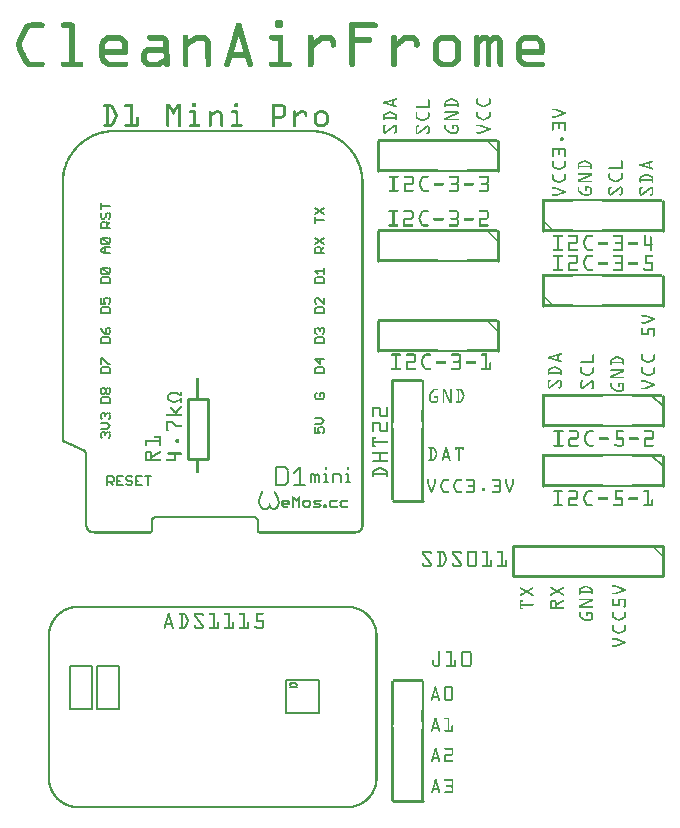
<source format=gto>
G04 MADE WITH FRITZING*
G04 WWW.FRITZING.ORG*
G04 DOUBLE SIDED*
G04 HOLES PLATED*
G04 CONTOUR ON CENTER OF CONTOUR VECTOR*
%ASAXBY*%
%FSLAX23Y23*%
%MOIN*%
%OFA0B0*%
%SFA1.0B1.0*%
%ADD10C,0.010000*%
%ADD11C,0.005000*%
%ADD12C,0.008000*%
%ADD13C,0.005556*%
%ADD14C,0.006944*%
%ADD15R,0.001000X0.001000*%
%LNSILK1*%
G90*
G70*
G54D10*
X789Y1437D02*
X789Y1237D01*
D02*
X789Y1237D02*
X723Y1237D01*
D02*
X723Y1237D02*
X723Y1437D01*
D02*
X723Y1437D02*
X789Y1437D01*
D02*
X2306Y1747D02*
X2306Y1847D01*
D02*
X1906Y1847D02*
X1906Y1747D01*
D02*
X2306Y1997D02*
X2306Y2097D01*
D02*
X1906Y2097D02*
X1906Y1997D01*
D02*
X1906Y1447D02*
X1906Y1347D01*
D02*
X2306Y1347D02*
X2306Y1447D01*
G54D11*
D02*
X2271Y1447D02*
X2306Y1412D01*
G54D10*
D02*
X1356Y1996D02*
X1356Y1896D01*
D02*
X1756Y1896D02*
X1756Y1996D01*
D02*
X1356Y1696D02*
X1356Y1596D01*
D02*
X1756Y1596D02*
X1756Y1696D01*
D02*
X1356Y2296D02*
X1356Y2196D01*
D02*
X1756Y2196D02*
X1756Y2296D01*
D02*
X1906Y1247D02*
X1906Y1147D01*
D02*
X2306Y1147D02*
X2306Y1247D01*
G54D11*
D02*
X2271Y1247D02*
X2306Y1212D01*
G54D10*
D02*
X1406Y1097D02*
X1506Y1097D01*
D02*
X2306Y947D02*
X1806Y947D01*
D02*
X1806Y947D02*
X1806Y847D01*
D02*
X1806Y847D02*
X2306Y847D01*
D02*
X2306Y847D02*
X2306Y947D01*
D02*
X1406Y96D02*
X1506Y96D01*
G54D11*
D02*
X331Y547D02*
X402Y547D01*
D02*
X402Y547D02*
X402Y405D01*
D02*
X402Y405D02*
X331Y405D01*
D02*
X331Y405D02*
X331Y547D01*
D02*
X421Y547D02*
X492Y547D01*
D02*
X492Y547D02*
X492Y405D01*
D02*
X492Y405D02*
X421Y405D01*
D02*
X421Y405D02*
X421Y547D01*
G54D12*
D02*
X1161Y501D02*
X1161Y391D01*
D02*
X1161Y391D02*
X1051Y391D01*
D02*
X1051Y391D02*
X1051Y501D01*
D02*
X1051Y501D02*
X1161Y501D01*
D02*
X1086Y478D02*
X1063Y478D01*
G54D13*
X464Y2006D02*
X433Y2006D01*
X432Y2006D02*
X432Y2021D01*
X432Y2021D02*
X437Y2026D01*
X438Y2027D02*
X448Y2027D01*
X449Y2027D02*
X453Y2022D01*
X453Y2021D02*
X453Y2006D01*
X453Y2016D02*
X463Y2026D01*
X438Y2058D02*
X433Y2053D01*
X432Y2053D02*
X432Y2044D01*
X432Y2043D02*
X437Y2038D01*
X438Y2038D02*
X443Y2038D01*
X443Y2038D02*
X448Y2043D01*
X449Y2043D02*
X449Y2052D01*
X449Y2053D02*
X453Y2058D01*
X453Y2058D02*
X458Y2058D01*
X459Y2058D02*
X464Y2053D01*
X464Y2053D02*
X464Y2044D01*
X464Y2043D02*
X459Y2038D01*
X464Y2080D02*
X433Y2080D01*
X432Y2069D02*
X432Y2089D01*
D02*
X463Y1922D02*
X443Y1922D01*
X443Y1922D02*
X434Y1931D01*
X433Y1932D02*
X442Y1942D01*
X443Y1943D02*
X463Y1943D01*
X448Y1922D02*
X448Y1942D01*
X459Y1953D02*
X438Y1953D01*
X437Y1953D02*
X433Y1958D01*
X433Y1959D02*
X433Y1968D01*
X433Y1969D02*
X437Y1974D01*
X437Y1974D02*
X458Y1974D01*
X459Y1974D02*
X463Y1969D01*
X463Y1969D02*
X463Y1960D01*
X463Y1959D02*
X459Y1954D01*
X459Y1953D02*
X438Y1973D01*
D02*
X432Y1822D02*
X463Y1822D01*
X464Y1822D02*
X464Y1837D01*
X464Y1837D02*
X459Y1842D01*
X459Y1843D02*
X438Y1843D01*
X438Y1843D02*
X433Y1838D01*
X432Y1837D02*
X432Y1822D01*
X459Y1853D02*
X438Y1853D01*
X438Y1853D02*
X433Y1858D01*
X432Y1859D02*
X432Y1868D01*
X432Y1869D02*
X437Y1874D01*
X438Y1874D02*
X458Y1874D01*
X459Y1874D02*
X464Y1869D01*
X464Y1869D02*
X464Y1860D01*
X464Y1859D02*
X459Y1854D01*
X459Y1853D02*
X438Y1874D01*
D02*
X432Y1722D02*
X463Y1722D01*
X464Y1722D02*
X464Y1737D01*
X464Y1737D02*
X459Y1742D01*
X459Y1743D02*
X438Y1743D01*
X438Y1743D02*
X433Y1738D01*
X432Y1737D02*
X432Y1722D01*
X432Y1774D02*
X432Y1754D01*
X432Y1753D02*
X447Y1753D01*
X448Y1753D02*
X443Y1763D01*
X442Y1764D02*
X442Y1768D01*
X442Y1769D02*
X447Y1774D01*
X448Y1774D02*
X458Y1774D01*
X459Y1774D02*
X464Y1769D01*
X464Y1769D02*
X464Y1760D01*
X464Y1759D02*
X459Y1754D01*
D02*
X432Y1622D02*
X463Y1622D01*
X464Y1622D02*
X464Y1637D01*
X464Y1637D02*
X459Y1642D01*
X459Y1643D02*
X438Y1643D01*
X438Y1643D02*
X433Y1638D01*
X432Y1637D02*
X432Y1622D01*
X432Y1674D02*
X437Y1665D01*
X438Y1664D02*
X448Y1654D01*
X449Y1653D02*
X458Y1653D01*
X459Y1653D02*
X464Y1658D01*
X464Y1659D02*
X464Y1668D01*
X464Y1669D02*
X459Y1674D01*
X459Y1674D02*
X454Y1674D01*
X453Y1674D02*
X449Y1669D01*
X449Y1669D02*
X449Y1654D01*
D02*
X432Y1522D02*
X463Y1522D01*
X464Y1522D02*
X464Y1537D01*
X464Y1537D02*
X459Y1542D01*
X459Y1543D02*
X438Y1543D01*
X438Y1543D02*
X433Y1538D01*
X432Y1537D02*
X432Y1522D01*
X432Y1553D02*
X432Y1573D01*
X432Y1574D02*
X438Y1574D01*
X438Y1574D02*
X458Y1554D01*
X459Y1553D02*
X464Y1553D01*
D02*
X432Y1422D02*
X463Y1422D01*
X464Y1422D02*
X464Y1437D01*
X464Y1437D02*
X459Y1442D01*
X459Y1443D02*
X438Y1443D01*
X438Y1443D02*
X433Y1438D01*
X432Y1437D02*
X432Y1422D01*
X438Y1453D02*
X433Y1458D01*
X432Y1459D02*
X432Y1468D01*
X432Y1469D02*
X437Y1474D01*
X438Y1474D02*
X443Y1474D01*
X443Y1474D02*
X448Y1469D01*
X449Y1469D02*
X454Y1474D01*
X454Y1474D02*
X458Y1474D01*
X459Y1474D02*
X464Y1469D01*
X464Y1469D02*
X464Y1460D01*
X464Y1459D02*
X459Y1454D01*
X459Y1453D02*
X455Y1453D01*
X454Y1453D02*
X449Y1458D01*
X449Y1459D02*
X444Y1454D01*
X443Y1453D02*
X438Y1453D01*
X449Y1459D02*
X449Y1468D01*
D02*
X438Y1306D02*
X433Y1311D01*
X432Y1312D02*
X432Y1321D01*
X432Y1321D02*
X437Y1326D01*
X438Y1327D02*
X442Y1327D01*
X442Y1327D02*
X447Y1322D01*
X448Y1321D02*
X448Y1316D01*
X448Y1321D02*
X453Y1326D01*
X453Y1327D02*
X458Y1327D01*
X459Y1327D02*
X464Y1322D01*
X464Y1321D02*
X464Y1312D01*
X464Y1312D02*
X459Y1307D01*
X432Y1338D02*
X452Y1338D01*
X453Y1338D02*
X463Y1348D01*
X464Y1348D02*
X454Y1357D01*
X453Y1358D02*
X432Y1358D01*
X438Y1369D02*
X433Y1374D01*
X432Y1374D02*
X432Y1385D01*
X432Y1385D02*
X437Y1389D01*
X438Y1390D02*
X442Y1390D01*
X442Y1390D02*
X447Y1386D01*
X448Y1385D02*
X448Y1380D01*
X448Y1385D02*
X453Y1389D01*
X453Y1390D02*
X458Y1390D01*
X459Y1390D02*
X464Y1386D01*
X464Y1385D02*
X464Y1375D01*
X464Y1374D02*
X459Y1369D01*
D02*
X1146Y1343D02*
X1146Y1323D01*
X1146Y1322D02*
X1161Y1322D01*
X1162Y1322D02*
X1157Y1331D01*
X1156Y1332D02*
X1156Y1337D01*
X1156Y1337D02*
X1161Y1342D01*
X1162Y1343D02*
X1172Y1343D01*
X1172Y1343D02*
X1177Y1338D01*
X1178Y1337D02*
X1178Y1328D01*
X1178Y1327D02*
X1173Y1322D01*
X1146Y1353D02*
X1166Y1353D01*
X1167Y1353D02*
X1177Y1363D01*
X1178Y1364D02*
X1168Y1373D01*
X1167Y1374D02*
X1147Y1374D01*
D02*
X1152Y1458D02*
X1147Y1453D01*
X1146Y1453D02*
X1146Y1444D01*
X1146Y1443D02*
X1151Y1438D01*
X1152Y1438D02*
X1172Y1438D01*
X1172Y1438D02*
X1177Y1443D01*
X1178Y1443D02*
X1178Y1452D01*
X1178Y1453D02*
X1173Y1458D01*
X1172Y1458D02*
X1162Y1458D01*
X1162Y1458D02*
X1162Y1448D01*
D02*
X1146Y1522D02*
X1177Y1522D01*
X1178Y1522D02*
X1178Y1537D01*
X1178Y1537D02*
X1173Y1542D01*
X1172Y1543D02*
X1152Y1543D01*
X1152Y1543D02*
X1147Y1538D01*
X1146Y1537D02*
X1146Y1522D01*
X1178Y1569D02*
X1147Y1569D01*
X1146Y1569D02*
X1162Y1554D01*
X1163Y1553D02*
X1163Y1573D01*
D02*
X1146Y1622D02*
X1177Y1622D01*
X1178Y1622D02*
X1178Y1637D01*
X1178Y1637D02*
X1173Y1642D01*
X1172Y1643D02*
X1152Y1643D01*
X1152Y1643D02*
X1147Y1638D01*
X1146Y1637D02*
X1146Y1622D01*
X1152Y1653D02*
X1147Y1658D01*
X1146Y1659D02*
X1146Y1668D01*
X1146Y1669D02*
X1151Y1674D01*
X1152Y1674D02*
X1156Y1674D01*
X1156Y1674D02*
X1161Y1669D01*
X1162Y1669D02*
X1162Y1665D01*
X1162Y1669D02*
X1167Y1674D01*
X1167Y1674D02*
X1172Y1674D01*
X1172Y1674D02*
X1177Y1669D01*
X1178Y1669D02*
X1178Y1660D01*
X1178Y1659D02*
X1173Y1654D01*
D02*
X1146Y1722D02*
X1177Y1722D01*
X1178Y1722D02*
X1178Y1737D01*
X1178Y1737D02*
X1173Y1742D01*
X1172Y1743D02*
X1152Y1743D01*
X1152Y1743D02*
X1147Y1738D01*
X1146Y1737D02*
X1146Y1722D01*
X1178Y1774D02*
X1178Y1754D01*
X1178Y1753D02*
X1158Y1773D01*
X1157Y1774D02*
X1152Y1774D01*
X1152Y1774D02*
X1147Y1769D01*
X1146Y1769D02*
X1146Y1760D01*
X1146Y1759D02*
X1151Y1754D01*
D02*
X1147Y1822D02*
X1177Y1822D01*
X1177Y1822D02*
X1177Y1837D01*
X1177Y1837D02*
X1173Y1842D01*
X1173Y1843D02*
X1152Y1843D01*
X1151Y1843D02*
X1147Y1838D01*
X1147Y1837D02*
X1147Y1822D01*
X1157Y1853D02*
X1148Y1863D01*
X1147Y1864D02*
X1177Y1864D01*
X1177Y1853D02*
X1177Y1873D01*
D02*
X1178Y1922D02*
X1147Y1922D01*
X1146Y1922D02*
X1146Y1937D01*
X1146Y1937D02*
X1151Y1942D01*
X1152Y1943D02*
X1162Y1943D01*
X1163Y1943D02*
X1167Y1938D01*
X1167Y1937D02*
X1167Y1922D01*
X1167Y1932D02*
X1177Y1942D01*
X1146Y1953D02*
X1177Y1973D01*
X1146Y1974D02*
X1177Y1954D01*
D02*
X1177Y2032D02*
X1147Y2032D01*
X1147Y2022D02*
X1147Y2042D01*
X1147Y2053D02*
X1177Y2073D01*
X1147Y2074D02*
X1177Y2054D01*
D02*
X454Y1150D02*
X454Y1181D01*
X454Y1181D02*
X469Y1181D01*
X469Y1181D02*
X474Y1176D01*
X475Y1176D02*
X475Y1166D01*
X475Y1165D02*
X470Y1160D01*
X469Y1160D02*
X454Y1160D01*
X464Y1160D02*
X474Y1151D01*
X506Y1181D02*
X485Y1181D01*
X485Y1181D02*
X485Y1150D01*
X485Y1150D02*
X505Y1150D01*
X485Y1165D02*
X495Y1165D01*
X538Y1176D02*
X533Y1181D01*
X533Y1181D02*
X523Y1181D01*
X522Y1181D02*
X517Y1176D01*
X517Y1176D02*
X517Y1171D01*
X517Y1170D02*
X522Y1165D01*
X522Y1165D02*
X532Y1165D01*
X533Y1165D02*
X538Y1160D01*
X538Y1160D02*
X538Y1156D01*
X538Y1155D02*
X533Y1150D01*
X533Y1150D02*
X523Y1150D01*
X522Y1150D02*
X517Y1155D01*
X570Y1181D02*
X550Y1181D01*
X549Y1181D02*
X549Y1150D01*
X549Y1150D02*
X569Y1150D01*
X549Y1165D02*
X558Y1165D01*
X591Y1150D02*
X591Y1181D01*
X580Y1181D02*
X600Y1181D01*
D02*
G54D14*
X1016Y1209D02*
X1016Y1151D01*
X1016Y1150D02*
X1044Y1150D01*
X1045Y1150D02*
X1055Y1160D01*
X1055Y1160D02*
X1055Y1198D01*
X1055Y1199D02*
X1045Y1209D01*
X1045Y1209D02*
X1016Y1209D01*
X1075Y1189D02*
X1095Y1209D01*
X1095Y1209D02*
X1095Y1151D01*
X1075Y1150D02*
X1114Y1150D01*
D02*
X1132Y1159D02*
X1132Y1187D01*
X1132Y1188D02*
X1139Y1188D01*
X1139Y1188D02*
X1145Y1181D01*
X1146Y1180D02*
X1146Y1159D01*
X1146Y1180D02*
X1153Y1187D01*
X1153Y1188D02*
X1160Y1181D01*
X1161Y1180D02*
X1161Y1159D01*
X1176Y1188D02*
X1183Y1188D01*
X1183Y1188D02*
X1183Y1160D01*
X1176Y1159D02*
X1191Y1159D01*
X1183Y1209D02*
X1183Y1202D01*
X1206Y1159D02*
X1206Y1187D01*
X1206Y1188D02*
X1227Y1188D01*
X1227Y1188D02*
X1234Y1181D01*
X1234Y1180D02*
X1234Y1159D01*
X1249Y1188D02*
X1256Y1188D01*
X1257Y1188D02*
X1257Y1160D01*
X1249Y1159D02*
X1262Y1159D01*
X1257Y1209D02*
X1257Y1202D01*
D02*
G54D15*
X1021Y2700D02*
X1031Y2700D01*
X1017Y2699D02*
X1035Y2699D01*
X1016Y2698D02*
X1036Y2698D01*
X1015Y2697D02*
X1037Y2697D01*
X1014Y2696D02*
X1038Y2696D01*
X1013Y2695D02*
X1039Y2695D01*
X1013Y2694D02*
X1039Y2694D01*
X1012Y2693D02*
X1040Y2693D01*
X200Y2692D02*
X236Y2692D01*
X308Y2692D02*
X336Y2692D01*
X892Y2692D02*
X892Y2692D01*
X1012Y2692D02*
X1040Y2692D01*
X1262Y2692D02*
X1346Y2692D01*
X193Y2691D02*
X240Y2691D01*
X304Y2691D02*
X340Y2691D01*
X888Y2691D02*
X896Y2691D01*
X1012Y2691D02*
X1040Y2691D01*
X1261Y2691D02*
X1351Y2691D01*
X190Y2690D02*
X241Y2690D01*
X303Y2690D02*
X342Y2690D01*
X887Y2690D02*
X897Y2690D01*
X1012Y2690D02*
X1040Y2690D01*
X1261Y2690D02*
X1352Y2690D01*
X188Y2689D02*
X242Y2689D01*
X302Y2689D02*
X343Y2689D01*
X886Y2689D02*
X899Y2689D01*
X1012Y2689D02*
X1040Y2689D01*
X1261Y2689D02*
X1353Y2689D01*
X186Y2688D02*
X243Y2688D01*
X301Y2688D02*
X344Y2688D01*
X885Y2688D02*
X899Y2688D01*
X1012Y2688D02*
X1040Y2688D01*
X1261Y2688D02*
X1354Y2688D01*
X184Y2687D02*
X244Y2687D01*
X300Y2687D02*
X345Y2687D01*
X884Y2687D02*
X900Y2687D01*
X1012Y2687D02*
X1040Y2687D01*
X1261Y2687D02*
X1355Y2687D01*
X183Y2686D02*
X244Y2686D01*
X300Y2686D02*
X345Y2686D01*
X884Y2686D02*
X901Y2686D01*
X1012Y2686D02*
X1040Y2686D01*
X1261Y2686D02*
X1355Y2686D01*
X181Y2685D02*
X245Y2685D01*
X299Y2685D02*
X345Y2685D01*
X883Y2685D02*
X901Y2685D01*
X1012Y2685D02*
X1040Y2685D01*
X1261Y2685D02*
X1356Y2685D01*
X180Y2684D02*
X245Y2684D01*
X299Y2684D02*
X346Y2684D01*
X883Y2684D02*
X901Y2684D01*
X1012Y2684D02*
X1040Y2684D01*
X1261Y2684D02*
X1356Y2684D01*
X179Y2683D02*
X245Y2683D01*
X299Y2683D02*
X346Y2683D01*
X883Y2683D02*
X901Y2683D01*
X1012Y2683D02*
X1040Y2683D01*
X1261Y2683D02*
X1356Y2683D01*
X178Y2682D02*
X245Y2682D01*
X299Y2682D02*
X346Y2682D01*
X882Y2682D02*
X902Y2682D01*
X1012Y2682D02*
X1040Y2682D01*
X1261Y2682D02*
X1356Y2682D01*
X178Y2681D02*
X245Y2681D01*
X299Y2681D02*
X346Y2681D01*
X882Y2681D02*
X902Y2681D01*
X1012Y2681D02*
X1040Y2681D01*
X1261Y2681D02*
X1356Y2681D01*
X177Y2680D02*
X245Y2680D01*
X299Y2680D02*
X346Y2680D01*
X882Y2680D02*
X902Y2680D01*
X1012Y2680D02*
X1040Y2680D01*
X1261Y2680D02*
X1356Y2680D01*
X176Y2679D02*
X245Y2679D01*
X299Y2679D02*
X346Y2679D01*
X881Y2679D02*
X903Y2679D01*
X1013Y2679D02*
X1039Y2679D01*
X1261Y2679D02*
X1355Y2679D01*
X176Y2678D02*
X244Y2678D01*
X300Y2678D02*
X346Y2678D01*
X881Y2678D02*
X903Y2678D01*
X1013Y2678D02*
X1039Y2678D01*
X1261Y2678D02*
X1355Y2678D01*
X175Y2677D02*
X243Y2677D01*
X300Y2677D02*
X346Y2677D01*
X881Y2677D02*
X903Y2677D01*
X1014Y2677D02*
X1038Y2677D01*
X1261Y2677D02*
X1354Y2677D01*
X174Y2676D02*
X243Y2676D01*
X301Y2676D02*
X346Y2676D01*
X881Y2676D02*
X903Y2676D01*
X1015Y2676D02*
X1038Y2676D01*
X1261Y2676D02*
X1354Y2676D01*
X174Y2675D02*
X242Y2675D01*
X302Y2675D02*
X346Y2675D01*
X880Y2675D02*
X904Y2675D01*
X1016Y2675D02*
X1037Y2675D01*
X1261Y2675D02*
X1353Y2675D01*
X173Y2674D02*
X240Y2674D01*
X304Y2674D02*
X346Y2674D01*
X880Y2674D02*
X904Y2674D01*
X1017Y2674D02*
X1035Y2674D01*
X1261Y2674D02*
X1351Y2674D01*
X173Y2673D02*
X238Y2673D01*
X306Y2673D02*
X346Y2673D01*
X880Y2673D02*
X904Y2673D01*
X1019Y2673D02*
X1033Y2673D01*
X1261Y2673D02*
X1349Y2673D01*
X172Y2672D02*
X196Y2672D01*
X327Y2672D02*
X346Y2672D01*
X879Y2672D02*
X905Y2672D01*
X1261Y2672D02*
X1280Y2672D01*
X172Y2671D02*
X194Y2671D01*
X327Y2671D02*
X346Y2671D01*
X879Y2671D02*
X905Y2671D01*
X1261Y2671D02*
X1280Y2671D01*
X172Y2670D02*
X193Y2670D01*
X327Y2670D02*
X346Y2670D01*
X879Y2670D02*
X905Y2670D01*
X1261Y2670D02*
X1280Y2670D01*
X171Y2669D02*
X192Y2669D01*
X327Y2669D02*
X346Y2669D01*
X878Y2669D02*
X906Y2669D01*
X1261Y2669D02*
X1280Y2669D01*
X171Y2668D02*
X192Y2668D01*
X327Y2668D02*
X346Y2668D01*
X878Y2668D02*
X906Y2668D01*
X1261Y2668D02*
X1280Y2668D01*
X170Y2667D02*
X191Y2667D01*
X327Y2667D02*
X346Y2667D01*
X878Y2667D02*
X906Y2667D01*
X1261Y2667D02*
X1280Y2667D01*
X170Y2666D02*
X191Y2666D01*
X327Y2666D02*
X346Y2666D01*
X878Y2666D02*
X906Y2666D01*
X1261Y2666D02*
X1280Y2666D01*
X169Y2665D02*
X190Y2665D01*
X327Y2665D02*
X346Y2665D01*
X877Y2665D02*
X907Y2665D01*
X1261Y2665D02*
X1280Y2665D01*
X169Y2664D02*
X190Y2664D01*
X327Y2664D02*
X346Y2664D01*
X877Y2664D02*
X907Y2664D01*
X1261Y2664D02*
X1280Y2664D01*
X168Y2663D02*
X189Y2663D01*
X327Y2663D02*
X346Y2663D01*
X877Y2663D02*
X907Y2663D01*
X1261Y2663D02*
X1280Y2663D01*
X168Y2662D02*
X189Y2662D01*
X327Y2662D02*
X346Y2662D01*
X876Y2662D02*
X908Y2662D01*
X1261Y2662D02*
X1280Y2662D01*
X167Y2661D02*
X188Y2661D01*
X327Y2661D02*
X346Y2661D01*
X876Y2661D02*
X908Y2661D01*
X1261Y2661D02*
X1280Y2661D01*
X167Y2660D02*
X188Y2660D01*
X327Y2660D02*
X346Y2660D01*
X876Y2660D02*
X908Y2660D01*
X1261Y2660D02*
X1280Y2660D01*
X166Y2659D02*
X187Y2659D01*
X327Y2659D02*
X346Y2659D01*
X876Y2659D02*
X908Y2659D01*
X1261Y2659D02*
X1280Y2659D01*
X166Y2658D02*
X186Y2658D01*
X327Y2658D02*
X346Y2658D01*
X875Y2658D02*
X909Y2658D01*
X1261Y2658D02*
X1280Y2658D01*
X165Y2657D02*
X186Y2657D01*
X327Y2657D02*
X346Y2657D01*
X875Y2657D02*
X909Y2657D01*
X1261Y2657D02*
X1280Y2657D01*
X165Y2656D02*
X185Y2656D01*
X327Y2656D02*
X346Y2656D01*
X875Y2656D02*
X909Y2656D01*
X1261Y2656D02*
X1280Y2656D01*
X164Y2655D02*
X185Y2655D01*
X327Y2655D02*
X346Y2655D01*
X874Y2655D02*
X910Y2655D01*
X1261Y2655D02*
X1280Y2655D01*
X164Y2654D02*
X184Y2654D01*
X327Y2654D02*
X346Y2654D01*
X874Y2654D02*
X910Y2654D01*
X1261Y2654D02*
X1280Y2654D01*
X163Y2653D02*
X184Y2653D01*
X327Y2653D02*
X346Y2653D01*
X874Y2653D02*
X910Y2653D01*
X1261Y2653D02*
X1280Y2653D01*
X163Y2652D02*
X183Y2652D01*
X327Y2652D02*
X346Y2652D01*
X874Y2652D02*
X910Y2652D01*
X1261Y2652D02*
X1280Y2652D01*
X162Y2651D02*
X183Y2651D01*
X327Y2651D02*
X346Y2651D01*
X460Y2651D02*
X491Y2651D01*
X593Y2651D02*
X635Y2651D01*
X713Y2651D02*
X717Y2651D01*
X755Y2651D02*
X773Y2651D01*
X873Y2651D02*
X911Y2651D01*
X1001Y2651D02*
X1033Y2651D01*
X1130Y2651D02*
X1133Y2651D01*
X1168Y2651D02*
X1192Y2651D01*
X1261Y2651D02*
X1280Y2651D01*
X1408Y2651D02*
X1411Y2651D01*
X1445Y2651D02*
X1470Y2651D01*
X1571Y2651D02*
X1603Y2651D01*
X1684Y2651D02*
X1687Y2651D01*
X1708Y2651D02*
X1715Y2651D01*
X1848Y2651D02*
X1880Y2651D01*
X162Y2650D02*
X182Y2650D01*
X327Y2650D02*
X346Y2650D01*
X455Y2650D02*
X496Y2650D01*
X591Y2650D02*
X639Y2650D01*
X711Y2650D02*
X719Y2650D01*
X751Y2650D02*
X778Y2650D01*
X873Y2650D02*
X911Y2650D01*
X998Y2650D02*
X1035Y2650D01*
X1127Y2650D02*
X1136Y2650D01*
X1165Y2650D02*
X1197Y2650D01*
X1261Y2650D02*
X1280Y2650D01*
X1405Y2650D02*
X1414Y2650D01*
X1443Y2650D02*
X1475Y2650D01*
X1566Y2650D02*
X1606Y2650D01*
X1681Y2650D02*
X1690Y2650D01*
X1705Y2650D02*
X1719Y2650D01*
X1744Y2650D02*
X1754Y2650D01*
X1844Y2650D02*
X1884Y2650D01*
X161Y2649D02*
X182Y2649D01*
X327Y2649D02*
X346Y2649D01*
X453Y2649D02*
X498Y2649D01*
X590Y2649D02*
X642Y2649D01*
X709Y2649D02*
X721Y2649D01*
X748Y2649D02*
X781Y2649D01*
X873Y2649D02*
X911Y2649D01*
X997Y2649D02*
X1037Y2649D01*
X1126Y2649D02*
X1137Y2649D01*
X1164Y2649D02*
X1200Y2649D01*
X1261Y2649D02*
X1280Y2649D01*
X1404Y2649D02*
X1415Y2649D01*
X1442Y2649D02*
X1477Y2649D01*
X1564Y2649D02*
X1609Y2649D01*
X1680Y2649D02*
X1691Y2649D01*
X1702Y2649D02*
X1721Y2649D01*
X1740Y2649D02*
X1757Y2649D01*
X1841Y2649D02*
X1887Y2649D01*
X161Y2648D02*
X181Y2648D01*
X327Y2648D02*
X346Y2648D01*
X451Y2648D02*
X500Y2648D01*
X589Y2648D02*
X644Y2648D01*
X708Y2648D02*
X722Y2648D01*
X746Y2648D02*
X783Y2648D01*
X872Y2648D02*
X912Y2648D01*
X996Y2648D02*
X1038Y2648D01*
X1125Y2648D02*
X1138Y2648D01*
X1163Y2648D02*
X1202Y2648D01*
X1261Y2648D02*
X1280Y2648D01*
X1403Y2648D02*
X1416Y2648D01*
X1440Y2648D02*
X1479Y2648D01*
X1562Y2648D02*
X1611Y2648D01*
X1679Y2648D02*
X1692Y2648D01*
X1700Y2648D02*
X1723Y2648D01*
X1738Y2648D02*
X1759Y2648D01*
X1839Y2648D02*
X1889Y2648D01*
X160Y2647D02*
X181Y2647D01*
X327Y2647D02*
X346Y2647D01*
X449Y2647D02*
X502Y2647D01*
X588Y2647D02*
X646Y2647D01*
X708Y2647D02*
X723Y2647D01*
X744Y2647D02*
X784Y2647D01*
X872Y2647D02*
X912Y2647D01*
X995Y2647D02*
X1038Y2647D01*
X1124Y2647D02*
X1139Y2647D01*
X1162Y2647D02*
X1203Y2647D01*
X1261Y2647D02*
X1280Y2647D01*
X1402Y2647D02*
X1417Y2647D01*
X1439Y2647D02*
X1481Y2647D01*
X1560Y2647D02*
X1613Y2647D01*
X1678Y2647D02*
X1693Y2647D01*
X1699Y2647D02*
X1724Y2647D01*
X1737Y2647D02*
X1761Y2647D01*
X1837Y2647D02*
X1891Y2647D01*
X160Y2646D02*
X180Y2646D01*
X327Y2646D02*
X346Y2646D01*
X448Y2646D02*
X504Y2646D01*
X587Y2646D02*
X647Y2646D01*
X707Y2646D02*
X723Y2646D01*
X743Y2646D02*
X786Y2646D01*
X872Y2646D02*
X891Y2646D01*
X893Y2646D02*
X912Y2646D01*
X994Y2646D02*
X1039Y2646D01*
X1124Y2646D02*
X1140Y2646D01*
X1160Y2646D02*
X1205Y2646D01*
X1261Y2646D02*
X1280Y2646D01*
X1401Y2646D02*
X1418Y2646D01*
X1438Y2646D02*
X1483Y2646D01*
X1558Y2646D02*
X1614Y2646D01*
X1678Y2646D02*
X1694Y2646D01*
X1697Y2646D02*
X1726Y2646D01*
X1735Y2646D02*
X1762Y2646D01*
X1836Y2646D02*
X1892Y2646D01*
X159Y2645D02*
X180Y2645D01*
X327Y2645D02*
X346Y2645D01*
X446Y2645D02*
X505Y2645D01*
X587Y2645D02*
X648Y2645D01*
X707Y2645D02*
X724Y2645D01*
X741Y2645D02*
X787Y2645D01*
X871Y2645D02*
X891Y2645D01*
X893Y2645D02*
X913Y2645D01*
X994Y2645D02*
X1039Y2645D01*
X1123Y2645D02*
X1140Y2645D01*
X1159Y2645D02*
X1206Y2645D01*
X1261Y2645D02*
X1280Y2645D01*
X1401Y2645D02*
X1418Y2645D01*
X1437Y2645D02*
X1484Y2645D01*
X1557Y2645D02*
X1616Y2645D01*
X1677Y2645D02*
X1694Y2645D01*
X1696Y2645D02*
X1727Y2645D01*
X1734Y2645D02*
X1763Y2645D01*
X1835Y2645D02*
X1893Y2645D01*
X159Y2644D02*
X179Y2644D01*
X327Y2644D02*
X346Y2644D01*
X445Y2644D02*
X506Y2644D01*
X586Y2644D02*
X650Y2644D01*
X706Y2644D02*
X724Y2644D01*
X740Y2644D02*
X788Y2644D01*
X871Y2644D02*
X890Y2644D01*
X894Y2644D02*
X913Y2644D01*
X993Y2644D02*
X1040Y2644D01*
X1123Y2644D02*
X1141Y2644D01*
X1158Y2644D02*
X1207Y2644D01*
X1261Y2644D02*
X1280Y2644D01*
X1401Y2644D02*
X1418Y2644D01*
X1436Y2644D02*
X1485Y2644D01*
X1556Y2644D02*
X1617Y2644D01*
X1677Y2644D02*
X1728Y2644D01*
X1733Y2644D02*
X1764Y2644D01*
X1833Y2644D02*
X1895Y2644D01*
X158Y2643D02*
X179Y2643D01*
X327Y2643D02*
X346Y2643D01*
X444Y2643D02*
X507Y2643D01*
X586Y2643D02*
X651Y2643D01*
X706Y2643D02*
X724Y2643D01*
X738Y2643D02*
X789Y2643D01*
X871Y2643D02*
X890Y2643D01*
X894Y2643D02*
X913Y2643D01*
X993Y2643D02*
X1040Y2643D01*
X1123Y2643D02*
X1141Y2643D01*
X1157Y2643D02*
X1208Y2643D01*
X1261Y2643D02*
X1328Y2643D01*
X1400Y2643D02*
X1419Y2643D01*
X1435Y2643D02*
X1486Y2643D01*
X1555Y2643D02*
X1618Y2643D01*
X1677Y2643D02*
X1729Y2643D01*
X1732Y2643D02*
X1765Y2643D01*
X1832Y2643D02*
X1896Y2643D01*
X158Y2642D02*
X178Y2642D01*
X327Y2642D02*
X346Y2642D01*
X443Y2642D02*
X509Y2642D01*
X586Y2642D02*
X651Y2642D01*
X706Y2642D02*
X724Y2642D01*
X736Y2642D02*
X790Y2642D01*
X871Y2642D02*
X890Y2642D01*
X894Y2642D02*
X913Y2642D01*
X993Y2642D02*
X1040Y2642D01*
X1123Y2642D02*
X1141Y2642D01*
X1156Y2642D02*
X1209Y2642D01*
X1261Y2642D02*
X1332Y2642D01*
X1400Y2642D02*
X1419Y2642D01*
X1433Y2642D02*
X1487Y2642D01*
X1553Y2642D02*
X1619Y2642D01*
X1676Y2642D02*
X1766Y2642D01*
X1831Y2642D02*
X1897Y2642D01*
X157Y2641D02*
X178Y2641D01*
X327Y2641D02*
X346Y2641D01*
X441Y2641D02*
X510Y2641D01*
X586Y2641D02*
X652Y2641D01*
X706Y2641D02*
X724Y2641D01*
X735Y2641D02*
X791Y2641D01*
X870Y2641D02*
X890Y2641D01*
X894Y2641D02*
X914Y2641D01*
X993Y2641D02*
X1040Y2641D01*
X1123Y2641D02*
X1141Y2641D01*
X1155Y2641D02*
X1210Y2641D01*
X1261Y2641D02*
X1333Y2641D01*
X1400Y2641D02*
X1419Y2641D01*
X1432Y2641D02*
X1488Y2641D01*
X1552Y2641D02*
X1621Y2641D01*
X1676Y2641D02*
X1767Y2641D01*
X1830Y2641D02*
X1898Y2641D01*
X157Y2640D02*
X177Y2640D01*
X327Y2640D02*
X346Y2640D01*
X440Y2640D02*
X511Y2640D01*
X586Y2640D02*
X653Y2640D01*
X706Y2640D02*
X724Y2640D01*
X733Y2640D02*
X792Y2640D01*
X870Y2640D02*
X889Y2640D01*
X895Y2640D02*
X914Y2640D01*
X993Y2640D02*
X1040Y2640D01*
X1123Y2640D02*
X1141Y2640D01*
X1153Y2640D02*
X1211Y2640D01*
X1261Y2640D02*
X1334Y2640D01*
X1400Y2640D02*
X1419Y2640D01*
X1431Y2640D02*
X1489Y2640D01*
X1551Y2640D02*
X1622Y2640D01*
X1676Y2640D02*
X1768Y2640D01*
X1829Y2640D02*
X1900Y2640D01*
X156Y2639D02*
X177Y2639D01*
X327Y2639D02*
X346Y2639D01*
X439Y2639D02*
X512Y2639D01*
X586Y2639D02*
X654Y2639D01*
X706Y2639D02*
X724Y2639D01*
X732Y2639D02*
X793Y2639D01*
X870Y2639D02*
X889Y2639D01*
X895Y2639D02*
X914Y2639D01*
X993Y2639D02*
X1040Y2639D01*
X1123Y2639D02*
X1141Y2639D01*
X1152Y2639D02*
X1212Y2639D01*
X1261Y2639D02*
X1335Y2639D01*
X1400Y2639D02*
X1419Y2639D01*
X1430Y2639D02*
X1490Y2639D01*
X1550Y2639D02*
X1623Y2639D01*
X1676Y2639D02*
X1768Y2639D01*
X1828Y2639D02*
X1901Y2639D01*
X156Y2638D02*
X176Y2638D01*
X327Y2638D02*
X346Y2638D01*
X438Y2638D02*
X513Y2638D01*
X587Y2638D02*
X655Y2638D01*
X706Y2638D02*
X724Y2638D01*
X730Y2638D02*
X794Y2638D01*
X869Y2638D02*
X889Y2638D01*
X895Y2638D02*
X915Y2638D01*
X994Y2638D02*
X1040Y2638D01*
X1123Y2638D02*
X1141Y2638D01*
X1151Y2638D02*
X1213Y2638D01*
X1261Y2638D02*
X1336Y2638D01*
X1400Y2638D02*
X1419Y2638D01*
X1429Y2638D02*
X1490Y2638D01*
X1549Y2638D02*
X1624Y2638D01*
X1676Y2638D02*
X1769Y2638D01*
X1827Y2638D02*
X1902Y2638D01*
X155Y2637D02*
X176Y2637D01*
X327Y2637D02*
X346Y2637D01*
X437Y2637D02*
X514Y2637D01*
X587Y2637D02*
X655Y2637D01*
X706Y2637D02*
X724Y2637D01*
X729Y2637D02*
X794Y2637D01*
X869Y2637D02*
X888Y2637D01*
X896Y2637D02*
X915Y2637D01*
X994Y2637D02*
X1040Y2637D01*
X1123Y2637D02*
X1141Y2637D01*
X1150Y2637D02*
X1213Y2637D01*
X1261Y2637D02*
X1336Y2637D01*
X1400Y2637D02*
X1419Y2637D01*
X1428Y2637D02*
X1491Y2637D01*
X1548Y2637D02*
X1625Y2637D01*
X1676Y2637D02*
X1769Y2637D01*
X1825Y2637D02*
X1903Y2637D01*
X155Y2636D02*
X175Y2636D01*
X327Y2636D02*
X346Y2636D01*
X436Y2636D02*
X515Y2636D01*
X588Y2636D02*
X656Y2636D01*
X706Y2636D02*
X724Y2636D01*
X727Y2636D02*
X795Y2636D01*
X869Y2636D02*
X888Y2636D01*
X896Y2636D02*
X915Y2636D01*
X995Y2636D02*
X1040Y2636D01*
X1123Y2636D02*
X1141Y2636D01*
X1149Y2636D02*
X1214Y2636D01*
X1261Y2636D02*
X1336Y2636D01*
X1400Y2636D02*
X1419Y2636D01*
X1426Y2636D02*
X1491Y2636D01*
X1547Y2636D02*
X1626Y2636D01*
X1676Y2636D02*
X1770Y2636D01*
X1825Y2636D02*
X1904Y2636D01*
X154Y2635D02*
X175Y2635D01*
X327Y2635D02*
X346Y2635D01*
X435Y2635D02*
X516Y2635D01*
X589Y2635D02*
X656Y2635D01*
X706Y2635D02*
X795Y2635D01*
X869Y2635D02*
X888Y2635D01*
X896Y2635D02*
X915Y2635D01*
X996Y2635D02*
X1040Y2635D01*
X1123Y2635D02*
X1141Y2635D01*
X1148Y2635D02*
X1214Y2635D01*
X1261Y2635D02*
X1337Y2635D01*
X1400Y2635D02*
X1419Y2635D01*
X1425Y2635D02*
X1492Y2635D01*
X1546Y2635D02*
X1627Y2635D01*
X1676Y2635D02*
X1770Y2635D01*
X1824Y2635D02*
X1905Y2635D01*
X154Y2634D02*
X174Y2634D01*
X327Y2634D02*
X346Y2634D01*
X434Y2634D02*
X517Y2634D01*
X590Y2634D02*
X657Y2634D01*
X706Y2634D02*
X796Y2634D01*
X868Y2634D02*
X887Y2634D01*
X896Y2634D02*
X916Y2634D01*
X997Y2634D02*
X1040Y2634D01*
X1123Y2634D02*
X1141Y2634D01*
X1146Y2634D02*
X1215Y2634D01*
X1261Y2634D02*
X1337Y2634D01*
X1400Y2634D02*
X1419Y2634D01*
X1424Y2634D02*
X1492Y2634D01*
X1545Y2634D02*
X1628Y2634D01*
X1676Y2634D02*
X1770Y2634D01*
X1823Y2634D02*
X1906Y2634D01*
X153Y2633D02*
X174Y2633D01*
X327Y2633D02*
X346Y2633D01*
X434Y2633D02*
X518Y2633D01*
X591Y2633D02*
X657Y2633D01*
X706Y2633D02*
X796Y2633D01*
X868Y2633D02*
X887Y2633D01*
X897Y2633D02*
X916Y2633D01*
X998Y2633D02*
X1040Y2633D01*
X1123Y2633D02*
X1141Y2633D01*
X1145Y2633D02*
X1215Y2633D01*
X1261Y2633D02*
X1337Y2633D01*
X1400Y2633D02*
X1419Y2633D01*
X1423Y2633D02*
X1493Y2633D01*
X1545Y2633D02*
X1629Y2633D01*
X1676Y2633D02*
X1771Y2633D01*
X1822Y2633D02*
X1906Y2633D01*
X153Y2632D02*
X173Y2632D01*
X327Y2632D02*
X346Y2632D01*
X433Y2632D02*
X518Y2632D01*
X594Y2632D02*
X658Y2632D01*
X706Y2632D02*
X797Y2632D01*
X868Y2632D02*
X887Y2632D01*
X897Y2632D02*
X916Y2632D01*
X1002Y2632D02*
X1040Y2632D01*
X1123Y2632D02*
X1141Y2632D01*
X1144Y2632D02*
X1216Y2632D01*
X1261Y2632D02*
X1337Y2632D01*
X1400Y2632D02*
X1419Y2632D01*
X1422Y2632D02*
X1493Y2632D01*
X1544Y2632D02*
X1629Y2632D01*
X1676Y2632D02*
X1771Y2632D01*
X1822Y2632D02*
X1907Y2632D01*
X153Y2631D02*
X173Y2631D01*
X327Y2631D02*
X346Y2631D01*
X432Y2631D02*
X459Y2631D01*
X492Y2631D02*
X519Y2631D01*
X636Y2631D02*
X658Y2631D01*
X706Y2631D02*
X754Y2631D01*
X774Y2631D02*
X797Y2631D01*
X867Y2631D02*
X887Y2631D01*
X897Y2631D02*
X917Y2631D01*
X1022Y2631D02*
X1040Y2631D01*
X1123Y2631D02*
X1141Y2631D01*
X1143Y2631D02*
X1172Y2631D01*
X1193Y2631D02*
X1216Y2631D01*
X1261Y2631D02*
X1337Y2631D01*
X1400Y2631D02*
X1419Y2631D01*
X1421Y2631D02*
X1449Y2631D01*
X1471Y2631D02*
X1494Y2631D01*
X1543Y2631D02*
X1570Y2631D01*
X1603Y2631D02*
X1630Y2631D01*
X1676Y2631D02*
X1708Y2631D01*
X1715Y2631D02*
X1746Y2631D01*
X1752Y2631D02*
X1771Y2631D01*
X1821Y2631D02*
X1847Y2631D01*
X1881Y2631D02*
X1908Y2631D01*
X152Y2630D02*
X172Y2630D01*
X327Y2630D02*
X346Y2630D01*
X432Y2630D02*
X457Y2630D01*
X494Y2630D02*
X520Y2630D01*
X637Y2630D02*
X658Y2630D01*
X706Y2630D02*
X753Y2630D01*
X776Y2630D02*
X797Y2630D01*
X867Y2630D02*
X886Y2630D01*
X898Y2630D02*
X917Y2630D01*
X1022Y2630D02*
X1040Y2630D01*
X1123Y2630D02*
X1171Y2630D01*
X1195Y2630D02*
X1216Y2630D01*
X1261Y2630D02*
X1336Y2630D01*
X1400Y2630D02*
X1448Y2630D01*
X1473Y2630D02*
X1494Y2630D01*
X1543Y2630D02*
X1568Y2630D01*
X1605Y2630D02*
X1630Y2630D01*
X1676Y2630D02*
X1707Y2630D01*
X1715Y2630D02*
X1745Y2630D01*
X1752Y2630D02*
X1771Y2630D01*
X1820Y2630D02*
X1846Y2630D01*
X1883Y2630D02*
X1908Y2630D01*
X152Y2629D02*
X172Y2629D01*
X327Y2629D02*
X346Y2629D01*
X431Y2629D02*
X456Y2629D01*
X496Y2629D02*
X520Y2629D01*
X638Y2629D02*
X659Y2629D01*
X706Y2629D02*
X751Y2629D01*
X777Y2629D02*
X797Y2629D01*
X867Y2629D02*
X886Y2629D01*
X898Y2629D02*
X917Y2629D01*
X1022Y2629D02*
X1040Y2629D01*
X1123Y2629D02*
X1169Y2629D01*
X1196Y2629D02*
X1216Y2629D01*
X1261Y2629D02*
X1336Y2629D01*
X1400Y2629D02*
X1447Y2629D01*
X1474Y2629D02*
X1494Y2629D01*
X1542Y2629D02*
X1567Y2629D01*
X1607Y2629D02*
X1631Y2629D01*
X1676Y2629D02*
X1706Y2629D01*
X1716Y2629D02*
X1744Y2629D01*
X1753Y2629D02*
X1771Y2629D01*
X1820Y2629D02*
X1844Y2629D01*
X1884Y2629D02*
X1909Y2629D01*
X152Y2628D02*
X171Y2628D01*
X327Y2628D02*
X346Y2628D01*
X431Y2628D02*
X455Y2628D01*
X497Y2628D02*
X521Y2628D01*
X639Y2628D02*
X659Y2628D01*
X706Y2628D02*
X750Y2628D01*
X778Y2628D02*
X798Y2628D01*
X866Y2628D02*
X886Y2628D01*
X898Y2628D02*
X917Y2628D01*
X1022Y2628D02*
X1040Y2628D01*
X1123Y2628D02*
X1168Y2628D01*
X1197Y2628D02*
X1217Y2628D01*
X1261Y2628D02*
X1335Y2628D01*
X1400Y2628D02*
X1446Y2628D01*
X1475Y2628D02*
X1494Y2628D01*
X1542Y2628D02*
X1565Y2628D01*
X1608Y2628D02*
X1631Y2628D01*
X1676Y2628D02*
X1705Y2628D01*
X1716Y2628D02*
X1743Y2628D01*
X1753Y2628D02*
X1771Y2628D01*
X1819Y2628D02*
X1843Y2628D01*
X1886Y2628D02*
X1909Y2628D01*
X152Y2627D02*
X171Y2627D01*
X327Y2627D02*
X346Y2627D01*
X430Y2627D02*
X453Y2627D01*
X498Y2627D02*
X521Y2627D01*
X639Y2627D02*
X659Y2627D01*
X706Y2627D02*
X748Y2627D01*
X778Y2627D02*
X798Y2627D01*
X866Y2627D02*
X885Y2627D01*
X899Y2627D02*
X918Y2627D01*
X1022Y2627D02*
X1040Y2627D01*
X1123Y2627D02*
X1167Y2627D01*
X1198Y2627D02*
X1217Y2627D01*
X1261Y2627D02*
X1334Y2627D01*
X1400Y2627D02*
X1445Y2627D01*
X1475Y2627D02*
X1495Y2627D01*
X1541Y2627D02*
X1564Y2627D01*
X1609Y2627D02*
X1632Y2627D01*
X1676Y2627D02*
X1704Y2627D01*
X1716Y2627D02*
X1742Y2627D01*
X1753Y2627D02*
X1771Y2627D01*
X1819Y2627D02*
X1842Y2627D01*
X1887Y2627D02*
X1910Y2627D01*
X151Y2626D02*
X170Y2626D01*
X327Y2626D02*
X346Y2626D01*
X430Y2626D02*
X452Y2626D01*
X499Y2626D02*
X521Y2626D01*
X640Y2626D02*
X659Y2626D01*
X706Y2626D02*
X747Y2626D01*
X779Y2626D02*
X798Y2626D01*
X866Y2626D02*
X885Y2626D01*
X899Y2626D02*
X918Y2626D01*
X1022Y2626D02*
X1040Y2626D01*
X1123Y2626D02*
X1166Y2626D01*
X1198Y2626D02*
X1217Y2626D01*
X1261Y2626D02*
X1333Y2626D01*
X1400Y2626D02*
X1444Y2626D01*
X1476Y2626D02*
X1495Y2626D01*
X1541Y2626D02*
X1563Y2626D01*
X1610Y2626D02*
X1632Y2626D01*
X1676Y2626D02*
X1702Y2626D01*
X1716Y2626D02*
X1741Y2626D01*
X1753Y2626D02*
X1771Y2626D01*
X1819Y2626D02*
X1841Y2626D01*
X1888Y2626D02*
X1910Y2626D01*
X151Y2625D02*
X170Y2625D01*
X327Y2625D02*
X346Y2625D01*
X430Y2625D02*
X451Y2625D01*
X500Y2625D02*
X522Y2625D01*
X640Y2625D02*
X659Y2625D01*
X706Y2625D02*
X745Y2625D01*
X779Y2625D02*
X798Y2625D01*
X866Y2625D02*
X885Y2625D01*
X899Y2625D02*
X918Y2625D01*
X1022Y2625D02*
X1040Y2625D01*
X1123Y2625D02*
X1165Y2625D01*
X1198Y2625D02*
X1217Y2625D01*
X1261Y2625D02*
X1332Y2625D01*
X1400Y2625D02*
X1443Y2625D01*
X1476Y2625D02*
X1495Y2625D01*
X1540Y2625D02*
X1562Y2625D01*
X1611Y2625D02*
X1633Y2625D01*
X1676Y2625D02*
X1701Y2625D01*
X1716Y2625D02*
X1739Y2625D01*
X1753Y2625D02*
X1771Y2625D01*
X1818Y2625D02*
X1840Y2625D01*
X1889Y2625D02*
X1910Y2625D01*
X151Y2624D02*
X170Y2624D01*
X327Y2624D02*
X346Y2624D01*
X429Y2624D02*
X450Y2624D01*
X501Y2624D02*
X522Y2624D01*
X640Y2624D02*
X659Y2624D01*
X706Y2624D02*
X743Y2624D01*
X779Y2624D02*
X798Y2624D01*
X865Y2624D02*
X885Y2624D01*
X899Y2624D02*
X919Y2624D01*
X1022Y2624D02*
X1040Y2624D01*
X1123Y2624D02*
X1164Y2624D01*
X1199Y2624D02*
X1217Y2624D01*
X1261Y2624D02*
X1330Y2624D01*
X1400Y2624D02*
X1441Y2624D01*
X1476Y2624D02*
X1495Y2624D01*
X1540Y2624D02*
X1561Y2624D01*
X1612Y2624D02*
X1633Y2624D01*
X1676Y2624D02*
X1700Y2624D01*
X1716Y2624D02*
X1738Y2624D01*
X1753Y2624D02*
X1771Y2624D01*
X1818Y2624D02*
X1839Y2624D01*
X1890Y2624D02*
X1911Y2624D01*
X151Y2623D02*
X170Y2623D01*
X327Y2623D02*
X346Y2623D01*
X429Y2623D02*
X449Y2623D01*
X502Y2623D02*
X522Y2623D01*
X640Y2623D02*
X659Y2623D01*
X706Y2623D02*
X742Y2623D01*
X780Y2623D02*
X798Y2623D01*
X865Y2623D02*
X884Y2623D01*
X900Y2623D02*
X919Y2623D01*
X1022Y2623D02*
X1040Y2623D01*
X1123Y2623D02*
X1162Y2623D01*
X1199Y2623D02*
X1217Y2623D01*
X1261Y2623D02*
X1280Y2623D01*
X1400Y2623D02*
X1440Y2623D01*
X1476Y2623D02*
X1495Y2623D01*
X1540Y2623D02*
X1560Y2623D01*
X1613Y2623D02*
X1633Y2623D01*
X1676Y2623D02*
X1699Y2623D01*
X1716Y2623D02*
X1737Y2623D01*
X1753Y2623D02*
X1771Y2623D01*
X1818Y2623D02*
X1838Y2623D01*
X1891Y2623D02*
X1911Y2623D01*
X151Y2622D02*
X169Y2622D01*
X327Y2622D02*
X346Y2622D01*
X429Y2622D02*
X448Y2622D01*
X503Y2622D02*
X522Y2622D01*
X641Y2622D02*
X659Y2622D01*
X706Y2622D02*
X740Y2622D01*
X780Y2622D02*
X798Y2622D01*
X865Y2622D02*
X884Y2622D01*
X900Y2622D02*
X919Y2622D01*
X1022Y2622D02*
X1040Y2622D01*
X1123Y2622D02*
X1161Y2622D01*
X1199Y2622D02*
X1217Y2622D01*
X1261Y2622D02*
X1280Y2622D01*
X1400Y2622D02*
X1439Y2622D01*
X1476Y2622D02*
X1495Y2622D01*
X1540Y2622D02*
X1559Y2622D01*
X1614Y2622D02*
X1633Y2622D01*
X1676Y2622D02*
X1698Y2622D01*
X1716Y2622D02*
X1736Y2622D01*
X1753Y2622D02*
X1771Y2622D01*
X1817Y2622D02*
X1837Y2622D01*
X1891Y2622D02*
X1911Y2622D01*
X151Y2621D02*
X169Y2621D01*
X327Y2621D02*
X346Y2621D01*
X429Y2621D02*
X448Y2621D01*
X503Y2621D02*
X523Y2621D01*
X641Y2621D02*
X659Y2621D01*
X706Y2621D02*
X739Y2621D01*
X780Y2621D02*
X798Y2621D01*
X864Y2621D02*
X884Y2621D01*
X900Y2621D02*
X920Y2621D01*
X1022Y2621D02*
X1040Y2621D01*
X1123Y2621D02*
X1160Y2621D01*
X1199Y2621D02*
X1217Y2621D01*
X1261Y2621D02*
X1280Y2621D01*
X1400Y2621D02*
X1438Y2621D01*
X1476Y2621D02*
X1495Y2621D01*
X1540Y2621D02*
X1559Y2621D01*
X1614Y2621D02*
X1633Y2621D01*
X1676Y2621D02*
X1697Y2621D01*
X1716Y2621D02*
X1735Y2621D01*
X1753Y2621D02*
X1771Y2621D01*
X1817Y2621D02*
X1836Y2621D01*
X1892Y2621D02*
X1911Y2621D01*
X151Y2620D02*
X169Y2620D01*
X327Y2620D02*
X346Y2620D01*
X428Y2620D02*
X447Y2620D01*
X504Y2620D02*
X523Y2620D01*
X641Y2620D02*
X659Y2620D01*
X706Y2620D02*
X737Y2620D01*
X780Y2620D02*
X798Y2620D01*
X864Y2620D02*
X883Y2620D01*
X901Y2620D02*
X920Y2620D01*
X1022Y2620D02*
X1040Y2620D01*
X1123Y2620D02*
X1159Y2620D01*
X1199Y2620D02*
X1217Y2620D01*
X1261Y2620D02*
X1280Y2620D01*
X1400Y2620D02*
X1437Y2620D01*
X1476Y2620D02*
X1495Y2620D01*
X1539Y2620D02*
X1558Y2620D01*
X1615Y2620D02*
X1634Y2620D01*
X1676Y2620D02*
X1696Y2620D01*
X1716Y2620D02*
X1734Y2620D01*
X1753Y2620D02*
X1771Y2620D01*
X1817Y2620D02*
X1836Y2620D01*
X1892Y2620D02*
X1911Y2620D01*
X151Y2619D02*
X169Y2619D01*
X327Y2619D02*
X346Y2619D01*
X428Y2619D02*
X447Y2619D01*
X504Y2619D02*
X523Y2619D01*
X641Y2619D02*
X659Y2619D01*
X706Y2619D02*
X736Y2619D01*
X780Y2619D02*
X798Y2619D01*
X864Y2619D02*
X883Y2619D01*
X901Y2619D02*
X920Y2619D01*
X1022Y2619D02*
X1040Y2619D01*
X1123Y2619D02*
X1158Y2619D01*
X1199Y2619D02*
X1217Y2619D01*
X1261Y2619D02*
X1280Y2619D01*
X1400Y2619D02*
X1436Y2619D01*
X1476Y2619D02*
X1495Y2619D01*
X1539Y2619D02*
X1558Y2619D01*
X1615Y2619D02*
X1634Y2619D01*
X1676Y2619D02*
X1695Y2619D01*
X1716Y2619D02*
X1734Y2619D01*
X1753Y2619D02*
X1771Y2619D01*
X1817Y2619D02*
X1836Y2619D01*
X1893Y2619D02*
X1911Y2619D01*
X151Y2618D02*
X169Y2618D01*
X327Y2618D02*
X346Y2618D01*
X428Y2618D02*
X447Y2618D01*
X504Y2618D02*
X523Y2618D01*
X641Y2618D02*
X659Y2618D01*
X706Y2618D02*
X734Y2618D01*
X780Y2618D02*
X798Y2618D01*
X864Y2618D02*
X883Y2618D01*
X901Y2618D02*
X920Y2618D01*
X1022Y2618D02*
X1040Y2618D01*
X1123Y2618D02*
X1157Y2618D01*
X1199Y2618D02*
X1217Y2618D01*
X1261Y2618D02*
X1280Y2618D01*
X1400Y2618D02*
X1434Y2618D01*
X1476Y2618D02*
X1495Y2618D01*
X1539Y2618D02*
X1558Y2618D01*
X1615Y2618D02*
X1634Y2618D01*
X1676Y2618D02*
X1695Y2618D01*
X1716Y2618D02*
X1734Y2618D01*
X1753Y2618D02*
X1771Y2618D01*
X1817Y2618D02*
X1835Y2618D01*
X1893Y2618D02*
X1911Y2618D01*
X151Y2617D02*
X169Y2617D01*
X327Y2617D02*
X346Y2617D01*
X428Y2617D02*
X447Y2617D01*
X504Y2617D02*
X523Y2617D01*
X641Y2617D02*
X659Y2617D01*
X706Y2617D02*
X733Y2617D01*
X780Y2617D02*
X798Y2617D01*
X863Y2617D02*
X883Y2617D01*
X901Y2617D02*
X921Y2617D01*
X1022Y2617D02*
X1040Y2617D01*
X1123Y2617D02*
X1156Y2617D01*
X1199Y2617D02*
X1217Y2617D01*
X1261Y2617D02*
X1280Y2617D01*
X1400Y2617D02*
X1433Y2617D01*
X1477Y2617D02*
X1495Y2617D01*
X1539Y2617D02*
X1558Y2617D01*
X1615Y2617D02*
X1634Y2617D01*
X1676Y2617D02*
X1695Y2617D01*
X1716Y2617D02*
X1734Y2617D01*
X1753Y2617D02*
X1772Y2617D01*
X1817Y2617D02*
X1835Y2617D01*
X1893Y2617D02*
X1911Y2617D01*
X151Y2616D02*
X169Y2616D01*
X327Y2616D02*
X346Y2616D01*
X428Y2616D02*
X447Y2616D01*
X504Y2616D02*
X523Y2616D01*
X641Y2616D02*
X659Y2616D01*
X706Y2616D02*
X731Y2616D01*
X780Y2616D02*
X798Y2616D01*
X863Y2616D02*
X882Y2616D01*
X902Y2616D02*
X921Y2616D01*
X1022Y2616D02*
X1040Y2616D01*
X1123Y2616D02*
X1154Y2616D01*
X1199Y2616D02*
X1217Y2616D01*
X1261Y2616D02*
X1280Y2616D01*
X1400Y2616D02*
X1432Y2616D01*
X1477Y2616D02*
X1495Y2616D01*
X1539Y2616D02*
X1558Y2616D01*
X1615Y2616D02*
X1634Y2616D01*
X1676Y2616D02*
X1695Y2616D01*
X1716Y2616D02*
X1734Y2616D01*
X1753Y2616D02*
X1772Y2616D01*
X1817Y2616D02*
X1835Y2616D01*
X1893Y2616D02*
X1911Y2616D01*
X151Y2615D02*
X169Y2615D01*
X327Y2615D02*
X346Y2615D01*
X428Y2615D02*
X447Y2615D01*
X504Y2615D02*
X523Y2615D01*
X641Y2615D02*
X660Y2615D01*
X706Y2615D02*
X729Y2615D01*
X780Y2615D02*
X798Y2615D01*
X863Y2615D02*
X882Y2615D01*
X902Y2615D02*
X921Y2615D01*
X1022Y2615D02*
X1040Y2615D01*
X1123Y2615D02*
X1153Y2615D01*
X1199Y2615D02*
X1217Y2615D01*
X1261Y2615D02*
X1280Y2615D01*
X1400Y2615D02*
X1431Y2615D01*
X1477Y2615D02*
X1495Y2615D01*
X1539Y2615D02*
X1558Y2615D01*
X1615Y2615D02*
X1634Y2615D01*
X1676Y2615D02*
X1695Y2615D01*
X1716Y2615D02*
X1734Y2615D01*
X1753Y2615D02*
X1772Y2615D01*
X1817Y2615D02*
X1835Y2615D01*
X1893Y2615D02*
X1911Y2615D01*
X151Y2614D02*
X169Y2614D01*
X327Y2614D02*
X346Y2614D01*
X428Y2614D02*
X447Y2614D01*
X504Y2614D02*
X523Y2614D01*
X641Y2614D02*
X660Y2614D01*
X706Y2614D02*
X728Y2614D01*
X780Y2614D02*
X798Y2614D01*
X862Y2614D02*
X882Y2614D01*
X902Y2614D02*
X922Y2614D01*
X1022Y2614D02*
X1040Y2614D01*
X1123Y2614D02*
X1152Y2614D01*
X1199Y2614D02*
X1217Y2614D01*
X1261Y2614D02*
X1280Y2614D01*
X1400Y2614D02*
X1430Y2614D01*
X1477Y2614D02*
X1494Y2614D01*
X1539Y2614D02*
X1558Y2614D01*
X1615Y2614D02*
X1634Y2614D01*
X1676Y2614D02*
X1695Y2614D01*
X1716Y2614D02*
X1734Y2614D01*
X1753Y2614D02*
X1772Y2614D01*
X1817Y2614D02*
X1835Y2614D01*
X1893Y2614D02*
X1911Y2614D01*
X151Y2613D02*
X169Y2613D01*
X327Y2613D02*
X346Y2613D01*
X428Y2613D02*
X447Y2613D01*
X504Y2613D02*
X523Y2613D01*
X641Y2613D02*
X660Y2613D01*
X706Y2613D02*
X726Y2613D01*
X780Y2613D02*
X798Y2613D01*
X862Y2613D02*
X881Y2613D01*
X903Y2613D02*
X922Y2613D01*
X1022Y2613D02*
X1040Y2613D01*
X1123Y2613D02*
X1151Y2613D01*
X1200Y2613D02*
X1216Y2613D01*
X1261Y2613D02*
X1280Y2613D01*
X1400Y2613D02*
X1429Y2613D01*
X1477Y2613D02*
X1494Y2613D01*
X1539Y2613D02*
X1558Y2613D01*
X1615Y2613D02*
X1634Y2613D01*
X1676Y2613D02*
X1695Y2613D01*
X1716Y2613D02*
X1734Y2613D01*
X1753Y2613D02*
X1772Y2613D01*
X1817Y2613D02*
X1835Y2613D01*
X1893Y2613D02*
X1911Y2613D01*
X151Y2612D02*
X169Y2612D01*
X327Y2612D02*
X346Y2612D01*
X428Y2612D02*
X447Y2612D01*
X504Y2612D02*
X523Y2612D01*
X641Y2612D02*
X660Y2612D01*
X706Y2612D02*
X725Y2612D01*
X780Y2612D02*
X798Y2612D01*
X862Y2612D02*
X881Y2612D01*
X903Y2612D02*
X922Y2612D01*
X1022Y2612D02*
X1040Y2612D01*
X1123Y2612D02*
X1150Y2612D01*
X1200Y2612D02*
X1216Y2612D01*
X1261Y2612D02*
X1280Y2612D01*
X1400Y2612D02*
X1427Y2612D01*
X1478Y2612D02*
X1493Y2612D01*
X1539Y2612D02*
X1558Y2612D01*
X1615Y2612D02*
X1634Y2612D01*
X1676Y2612D02*
X1695Y2612D01*
X1716Y2612D02*
X1734Y2612D01*
X1753Y2612D02*
X1772Y2612D01*
X1817Y2612D02*
X1835Y2612D01*
X1893Y2612D02*
X1911Y2612D01*
X151Y2611D02*
X170Y2611D01*
X327Y2611D02*
X346Y2611D01*
X428Y2611D02*
X447Y2611D01*
X504Y2611D02*
X523Y2611D01*
X641Y2611D02*
X660Y2611D01*
X706Y2611D02*
X724Y2611D01*
X780Y2611D02*
X798Y2611D01*
X862Y2611D02*
X881Y2611D01*
X903Y2611D02*
X922Y2611D01*
X1022Y2611D02*
X1040Y2611D01*
X1123Y2611D02*
X1149Y2611D01*
X1201Y2611D02*
X1215Y2611D01*
X1261Y2611D02*
X1280Y2611D01*
X1400Y2611D02*
X1426Y2611D01*
X1479Y2611D02*
X1493Y2611D01*
X1539Y2611D02*
X1558Y2611D01*
X1615Y2611D02*
X1634Y2611D01*
X1676Y2611D02*
X1695Y2611D01*
X1716Y2611D02*
X1734Y2611D01*
X1753Y2611D02*
X1772Y2611D01*
X1817Y2611D02*
X1835Y2611D01*
X1893Y2611D02*
X1911Y2611D01*
X151Y2610D02*
X170Y2610D01*
X327Y2610D02*
X346Y2610D01*
X428Y2610D02*
X447Y2610D01*
X504Y2610D02*
X523Y2610D01*
X590Y2610D02*
X637Y2610D01*
X641Y2610D02*
X660Y2610D01*
X706Y2610D02*
X724Y2610D01*
X780Y2610D02*
X799Y2610D01*
X861Y2610D02*
X880Y2610D01*
X904Y2610D02*
X923Y2610D01*
X1022Y2610D02*
X1040Y2610D01*
X1123Y2610D02*
X1147Y2610D01*
X1202Y2610D02*
X1214Y2610D01*
X1261Y2610D02*
X1280Y2610D01*
X1400Y2610D02*
X1425Y2610D01*
X1480Y2610D02*
X1492Y2610D01*
X1539Y2610D02*
X1558Y2610D01*
X1615Y2610D02*
X1634Y2610D01*
X1676Y2610D02*
X1695Y2610D01*
X1716Y2610D02*
X1734Y2610D01*
X1754Y2610D02*
X1772Y2610D01*
X1817Y2610D02*
X1835Y2610D01*
X1893Y2610D02*
X1911Y2610D01*
X151Y2609D02*
X170Y2609D01*
X327Y2609D02*
X346Y2609D01*
X428Y2609D02*
X447Y2609D01*
X504Y2609D02*
X523Y2609D01*
X586Y2609D02*
X660Y2609D01*
X706Y2609D02*
X724Y2609D01*
X780Y2609D02*
X799Y2609D01*
X861Y2609D02*
X880Y2609D01*
X904Y2609D02*
X923Y2609D01*
X1022Y2609D02*
X1040Y2609D01*
X1123Y2609D02*
X1146Y2609D01*
X1203Y2609D02*
X1213Y2609D01*
X1261Y2609D02*
X1280Y2609D01*
X1400Y2609D02*
X1424Y2609D01*
X1481Y2609D02*
X1490Y2609D01*
X1539Y2609D02*
X1558Y2609D01*
X1615Y2609D02*
X1634Y2609D01*
X1676Y2609D02*
X1695Y2609D01*
X1716Y2609D02*
X1734Y2609D01*
X1754Y2609D02*
X1772Y2609D01*
X1817Y2609D02*
X1835Y2609D01*
X1893Y2609D02*
X1911Y2609D01*
X152Y2608D02*
X171Y2608D01*
X327Y2608D02*
X346Y2608D01*
X428Y2608D02*
X447Y2608D01*
X504Y2608D02*
X523Y2608D01*
X584Y2608D02*
X660Y2608D01*
X706Y2608D02*
X724Y2608D01*
X780Y2608D02*
X799Y2608D01*
X861Y2608D02*
X880Y2608D01*
X904Y2608D02*
X923Y2608D01*
X1022Y2608D02*
X1040Y2608D01*
X1123Y2608D02*
X1145Y2608D01*
X1205Y2608D02*
X1210Y2608D01*
X1261Y2608D02*
X1280Y2608D01*
X1400Y2608D02*
X1423Y2608D01*
X1483Y2608D02*
X1488Y2608D01*
X1539Y2608D02*
X1558Y2608D01*
X1615Y2608D02*
X1634Y2608D01*
X1676Y2608D02*
X1695Y2608D01*
X1716Y2608D02*
X1734Y2608D01*
X1754Y2608D02*
X1772Y2608D01*
X1817Y2608D02*
X1835Y2608D01*
X1893Y2608D02*
X1911Y2608D01*
X152Y2607D02*
X171Y2607D01*
X327Y2607D02*
X346Y2607D01*
X428Y2607D02*
X447Y2607D01*
X504Y2607D02*
X523Y2607D01*
X582Y2607D02*
X660Y2607D01*
X706Y2607D02*
X724Y2607D01*
X780Y2607D02*
X799Y2607D01*
X860Y2607D02*
X880Y2607D01*
X904Y2607D02*
X924Y2607D01*
X1022Y2607D02*
X1040Y2607D01*
X1123Y2607D02*
X1144Y2607D01*
X1261Y2607D02*
X1280Y2607D01*
X1400Y2607D02*
X1422Y2607D01*
X1539Y2607D02*
X1558Y2607D01*
X1615Y2607D02*
X1634Y2607D01*
X1676Y2607D02*
X1695Y2607D01*
X1716Y2607D02*
X1734Y2607D01*
X1754Y2607D02*
X1772Y2607D01*
X1817Y2607D02*
X1835Y2607D01*
X1893Y2607D02*
X1911Y2607D01*
X152Y2606D02*
X171Y2606D01*
X327Y2606D02*
X346Y2606D01*
X428Y2606D02*
X447Y2606D01*
X504Y2606D02*
X523Y2606D01*
X580Y2606D02*
X660Y2606D01*
X706Y2606D02*
X724Y2606D01*
X780Y2606D02*
X799Y2606D01*
X860Y2606D02*
X879Y2606D01*
X905Y2606D02*
X924Y2606D01*
X1022Y2606D02*
X1040Y2606D01*
X1123Y2606D02*
X1143Y2606D01*
X1261Y2606D02*
X1280Y2606D01*
X1400Y2606D02*
X1420Y2606D01*
X1539Y2606D02*
X1558Y2606D01*
X1615Y2606D02*
X1634Y2606D01*
X1676Y2606D02*
X1695Y2606D01*
X1716Y2606D02*
X1734Y2606D01*
X1754Y2606D02*
X1772Y2606D01*
X1817Y2606D02*
X1835Y2606D01*
X1893Y2606D02*
X1911Y2606D01*
X152Y2605D02*
X172Y2605D01*
X327Y2605D02*
X346Y2605D01*
X428Y2605D02*
X447Y2605D01*
X504Y2605D02*
X523Y2605D01*
X579Y2605D02*
X660Y2605D01*
X706Y2605D02*
X724Y2605D01*
X780Y2605D02*
X799Y2605D01*
X860Y2605D02*
X879Y2605D01*
X905Y2605D02*
X924Y2605D01*
X1022Y2605D02*
X1040Y2605D01*
X1123Y2605D02*
X1142Y2605D01*
X1261Y2605D02*
X1280Y2605D01*
X1400Y2605D02*
X1419Y2605D01*
X1539Y2605D02*
X1558Y2605D01*
X1615Y2605D02*
X1634Y2605D01*
X1676Y2605D02*
X1695Y2605D01*
X1716Y2605D02*
X1734Y2605D01*
X1754Y2605D02*
X1772Y2605D01*
X1817Y2605D02*
X1835Y2605D01*
X1893Y2605D02*
X1911Y2605D01*
X153Y2604D02*
X172Y2604D01*
X327Y2604D02*
X346Y2604D01*
X428Y2604D02*
X447Y2604D01*
X504Y2604D02*
X523Y2604D01*
X578Y2604D02*
X660Y2604D01*
X706Y2604D02*
X724Y2604D01*
X780Y2604D02*
X799Y2604D01*
X859Y2604D02*
X879Y2604D01*
X905Y2604D02*
X924Y2604D01*
X1022Y2604D02*
X1040Y2604D01*
X1123Y2604D02*
X1141Y2604D01*
X1261Y2604D02*
X1280Y2604D01*
X1400Y2604D02*
X1419Y2604D01*
X1539Y2604D02*
X1558Y2604D01*
X1615Y2604D02*
X1634Y2604D01*
X1676Y2604D02*
X1695Y2604D01*
X1716Y2604D02*
X1734Y2604D01*
X1754Y2604D02*
X1772Y2604D01*
X1817Y2604D02*
X1835Y2604D01*
X1893Y2604D02*
X1911Y2604D01*
X153Y2603D02*
X173Y2603D01*
X327Y2603D02*
X346Y2603D01*
X428Y2603D02*
X447Y2603D01*
X504Y2603D02*
X523Y2603D01*
X576Y2603D02*
X660Y2603D01*
X706Y2603D02*
X724Y2603D01*
X780Y2603D02*
X799Y2603D01*
X859Y2603D02*
X878Y2603D01*
X906Y2603D02*
X925Y2603D01*
X1022Y2603D02*
X1040Y2603D01*
X1123Y2603D02*
X1141Y2603D01*
X1261Y2603D02*
X1280Y2603D01*
X1400Y2603D02*
X1419Y2603D01*
X1539Y2603D02*
X1558Y2603D01*
X1615Y2603D02*
X1634Y2603D01*
X1676Y2603D02*
X1695Y2603D01*
X1716Y2603D02*
X1734Y2603D01*
X1754Y2603D02*
X1772Y2603D01*
X1817Y2603D02*
X1835Y2603D01*
X1893Y2603D02*
X1911Y2603D01*
X153Y2602D02*
X173Y2602D01*
X327Y2602D02*
X346Y2602D01*
X428Y2602D02*
X523Y2602D01*
X575Y2602D02*
X660Y2602D01*
X706Y2602D02*
X724Y2602D01*
X780Y2602D02*
X799Y2602D01*
X859Y2602D02*
X878Y2602D01*
X906Y2602D02*
X925Y2602D01*
X1022Y2602D02*
X1040Y2602D01*
X1123Y2602D02*
X1141Y2602D01*
X1261Y2602D02*
X1280Y2602D01*
X1400Y2602D02*
X1419Y2602D01*
X1539Y2602D02*
X1558Y2602D01*
X1615Y2602D02*
X1634Y2602D01*
X1676Y2602D02*
X1695Y2602D01*
X1716Y2602D02*
X1734Y2602D01*
X1754Y2602D02*
X1772Y2602D01*
X1817Y2602D02*
X1911Y2602D01*
X154Y2601D02*
X174Y2601D01*
X327Y2601D02*
X346Y2601D01*
X428Y2601D02*
X523Y2601D01*
X574Y2601D02*
X660Y2601D01*
X706Y2601D02*
X724Y2601D01*
X780Y2601D02*
X799Y2601D01*
X859Y2601D02*
X878Y2601D01*
X906Y2601D02*
X925Y2601D01*
X1022Y2601D02*
X1040Y2601D01*
X1123Y2601D02*
X1141Y2601D01*
X1261Y2601D02*
X1280Y2601D01*
X1400Y2601D02*
X1419Y2601D01*
X1539Y2601D02*
X1558Y2601D01*
X1615Y2601D02*
X1634Y2601D01*
X1676Y2601D02*
X1695Y2601D01*
X1716Y2601D02*
X1734Y2601D01*
X1754Y2601D02*
X1772Y2601D01*
X1817Y2601D02*
X1911Y2601D01*
X154Y2600D02*
X174Y2600D01*
X327Y2600D02*
X346Y2600D01*
X428Y2600D02*
X523Y2600D01*
X574Y2600D02*
X660Y2600D01*
X706Y2600D02*
X724Y2600D01*
X780Y2600D02*
X799Y2600D01*
X858Y2600D02*
X878Y2600D01*
X906Y2600D02*
X926Y2600D01*
X1022Y2600D02*
X1040Y2600D01*
X1123Y2600D02*
X1141Y2600D01*
X1261Y2600D02*
X1280Y2600D01*
X1400Y2600D02*
X1419Y2600D01*
X1539Y2600D02*
X1558Y2600D01*
X1615Y2600D02*
X1634Y2600D01*
X1676Y2600D02*
X1695Y2600D01*
X1716Y2600D02*
X1734Y2600D01*
X1754Y2600D02*
X1772Y2600D01*
X1817Y2600D02*
X1911Y2600D01*
X154Y2599D02*
X175Y2599D01*
X327Y2599D02*
X346Y2599D01*
X428Y2599D02*
X523Y2599D01*
X573Y2599D02*
X660Y2599D01*
X706Y2599D02*
X724Y2599D01*
X781Y2599D02*
X799Y2599D01*
X858Y2599D02*
X877Y2599D01*
X907Y2599D02*
X926Y2599D01*
X1022Y2599D02*
X1040Y2599D01*
X1123Y2599D02*
X1141Y2599D01*
X1261Y2599D02*
X1280Y2599D01*
X1400Y2599D02*
X1419Y2599D01*
X1539Y2599D02*
X1558Y2599D01*
X1615Y2599D02*
X1634Y2599D01*
X1676Y2599D02*
X1695Y2599D01*
X1716Y2599D02*
X1734Y2599D01*
X1754Y2599D02*
X1772Y2599D01*
X1817Y2599D02*
X1911Y2599D01*
X155Y2598D02*
X175Y2598D01*
X327Y2598D02*
X346Y2598D01*
X428Y2598D02*
X523Y2598D01*
X572Y2598D02*
X660Y2598D01*
X706Y2598D02*
X724Y2598D01*
X781Y2598D02*
X799Y2598D01*
X858Y2598D02*
X877Y2598D01*
X907Y2598D02*
X926Y2598D01*
X1022Y2598D02*
X1040Y2598D01*
X1123Y2598D02*
X1141Y2598D01*
X1261Y2598D02*
X1280Y2598D01*
X1400Y2598D02*
X1419Y2598D01*
X1539Y2598D02*
X1558Y2598D01*
X1615Y2598D02*
X1634Y2598D01*
X1676Y2598D02*
X1695Y2598D01*
X1716Y2598D02*
X1734Y2598D01*
X1754Y2598D02*
X1772Y2598D01*
X1817Y2598D02*
X1911Y2598D01*
X155Y2597D02*
X176Y2597D01*
X327Y2597D02*
X346Y2597D01*
X428Y2597D02*
X523Y2597D01*
X571Y2597D02*
X660Y2597D01*
X706Y2597D02*
X724Y2597D01*
X781Y2597D02*
X799Y2597D01*
X857Y2597D02*
X877Y2597D01*
X907Y2597D02*
X927Y2597D01*
X1022Y2597D02*
X1040Y2597D01*
X1123Y2597D02*
X1141Y2597D01*
X1261Y2597D02*
X1280Y2597D01*
X1400Y2597D02*
X1419Y2597D01*
X1539Y2597D02*
X1558Y2597D01*
X1615Y2597D02*
X1634Y2597D01*
X1676Y2597D02*
X1695Y2597D01*
X1716Y2597D02*
X1734Y2597D01*
X1754Y2597D02*
X1772Y2597D01*
X1817Y2597D02*
X1911Y2597D01*
X156Y2596D02*
X176Y2596D01*
X327Y2596D02*
X346Y2596D01*
X428Y2596D02*
X523Y2596D01*
X571Y2596D02*
X660Y2596D01*
X706Y2596D02*
X724Y2596D01*
X781Y2596D02*
X799Y2596D01*
X857Y2596D02*
X876Y2596D01*
X908Y2596D02*
X927Y2596D01*
X1022Y2596D02*
X1040Y2596D01*
X1123Y2596D02*
X1141Y2596D01*
X1261Y2596D02*
X1280Y2596D01*
X1400Y2596D02*
X1419Y2596D01*
X1539Y2596D02*
X1558Y2596D01*
X1615Y2596D02*
X1634Y2596D01*
X1676Y2596D02*
X1695Y2596D01*
X1716Y2596D02*
X1734Y2596D01*
X1754Y2596D02*
X1772Y2596D01*
X1817Y2596D02*
X1911Y2596D01*
X156Y2595D02*
X177Y2595D01*
X327Y2595D02*
X346Y2595D01*
X428Y2595D02*
X523Y2595D01*
X570Y2595D02*
X660Y2595D01*
X706Y2595D02*
X724Y2595D01*
X781Y2595D02*
X799Y2595D01*
X857Y2595D02*
X876Y2595D01*
X908Y2595D02*
X927Y2595D01*
X1022Y2595D02*
X1040Y2595D01*
X1123Y2595D02*
X1141Y2595D01*
X1261Y2595D02*
X1280Y2595D01*
X1400Y2595D02*
X1419Y2595D01*
X1539Y2595D02*
X1558Y2595D01*
X1615Y2595D02*
X1634Y2595D01*
X1676Y2595D02*
X1695Y2595D01*
X1716Y2595D02*
X1734Y2595D01*
X1754Y2595D02*
X1772Y2595D01*
X1817Y2595D02*
X1911Y2595D01*
X157Y2594D02*
X177Y2594D01*
X327Y2594D02*
X346Y2594D01*
X428Y2594D02*
X523Y2594D01*
X570Y2594D02*
X660Y2594D01*
X706Y2594D02*
X724Y2594D01*
X781Y2594D02*
X799Y2594D01*
X857Y2594D02*
X927Y2594D01*
X1022Y2594D02*
X1040Y2594D01*
X1123Y2594D02*
X1141Y2594D01*
X1261Y2594D02*
X1280Y2594D01*
X1400Y2594D02*
X1419Y2594D01*
X1539Y2594D02*
X1558Y2594D01*
X1615Y2594D02*
X1634Y2594D01*
X1676Y2594D02*
X1695Y2594D01*
X1716Y2594D02*
X1734Y2594D01*
X1754Y2594D02*
X1772Y2594D01*
X1817Y2594D02*
X1911Y2594D01*
X157Y2593D02*
X178Y2593D01*
X327Y2593D02*
X346Y2593D01*
X428Y2593D02*
X523Y2593D01*
X569Y2593D02*
X660Y2593D01*
X706Y2593D02*
X724Y2593D01*
X781Y2593D02*
X799Y2593D01*
X856Y2593D02*
X928Y2593D01*
X1022Y2593D02*
X1040Y2593D01*
X1123Y2593D02*
X1141Y2593D01*
X1261Y2593D02*
X1280Y2593D01*
X1400Y2593D02*
X1419Y2593D01*
X1539Y2593D02*
X1558Y2593D01*
X1615Y2593D02*
X1634Y2593D01*
X1676Y2593D02*
X1695Y2593D01*
X1716Y2593D02*
X1734Y2593D01*
X1754Y2593D02*
X1772Y2593D01*
X1817Y2593D02*
X1911Y2593D01*
X158Y2592D02*
X178Y2592D01*
X327Y2592D02*
X346Y2592D01*
X428Y2592D02*
X523Y2592D01*
X569Y2592D02*
X660Y2592D01*
X706Y2592D02*
X724Y2592D01*
X781Y2592D02*
X799Y2592D01*
X856Y2592D02*
X928Y2592D01*
X1022Y2592D02*
X1040Y2592D01*
X1123Y2592D02*
X1141Y2592D01*
X1261Y2592D02*
X1280Y2592D01*
X1400Y2592D02*
X1419Y2592D01*
X1539Y2592D02*
X1558Y2592D01*
X1615Y2592D02*
X1634Y2592D01*
X1676Y2592D02*
X1695Y2592D01*
X1716Y2592D02*
X1734Y2592D01*
X1754Y2592D02*
X1772Y2592D01*
X1817Y2592D02*
X1911Y2592D01*
X158Y2591D02*
X179Y2591D01*
X327Y2591D02*
X346Y2591D01*
X428Y2591D02*
X523Y2591D01*
X569Y2591D02*
X593Y2591D01*
X634Y2591D02*
X660Y2591D01*
X706Y2591D02*
X724Y2591D01*
X781Y2591D02*
X799Y2591D01*
X856Y2591D02*
X928Y2591D01*
X1022Y2591D02*
X1040Y2591D01*
X1123Y2591D02*
X1141Y2591D01*
X1261Y2591D02*
X1280Y2591D01*
X1400Y2591D02*
X1419Y2591D01*
X1539Y2591D02*
X1558Y2591D01*
X1615Y2591D02*
X1634Y2591D01*
X1676Y2591D02*
X1695Y2591D01*
X1716Y2591D02*
X1734Y2591D01*
X1754Y2591D02*
X1773Y2591D01*
X1817Y2591D02*
X1911Y2591D01*
X159Y2590D02*
X179Y2590D01*
X327Y2590D02*
X346Y2590D01*
X428Y2590D02*
X522Y2590D01*
X568Y2590D02*
X590Y2590D01*
X637Y2590D02*
X660Y2590D01*
X706Y2590D02*
X724Y2590D01*
X781Y2590D02*
X799Y2590D01*
X855Y2590D02*
X929Y2590D01*
X1022Y2590D02*
X1040Y2590D01*
X1123Y2590D02*
X1141Y2590D01*
X1261Y2590D02*
X1280Y2590D01*
X1400Y2590D02*
X1419Y2590D01*
X1539Y2590D02*
X1558Y2590D01*
X1615Y2590D02*
X1634Y2590D01*
X1676Y2590D02*
X1695Y2590D01*
X1716Y2590D02*
X1734Y2590D01*
X1754Y2590D02*
X1773Y2590D01*
X1817Y2590D02*
X1911Y2590D01*
X159Y2589D02*
X180Y2589D01*
X327Y2589D02*
X346Y2589D01*
X428Y2589D02*
X522Y2589D01*
X568Y2589D02*
X589Y2589D01*
X638Y2589D02*
X660Y2589D01*
X706Y2589D02*
X724Y2589D01*
X781Y2589D02*
X799Y2589D01*
X855Y2589D02*
X929Y2589D01*
X1022Y2589D02*
X1040Y2589D01*
X1123Y2589D02*
X1141Y2589D01*
X1261Y2589D02*
X1280Y2589D01*
X1400Y2589D02*
X1419Y2589D01*
X1539Y2589D02*
X1558Y2589D01*
X1615Y2589D02*
X1634Y2589D01*
X1676Y2589D02*
X1695Y2589D01*
X1716Y2589D02*
X1734Y2589D01*
X1754Y2589D02*
X1773Y2589D01*
X1817Y2589D02*
X1911Y2589D01*
X160Y2588D02*
X181Y2588D01*
X327Y2588D02*
X346Y2588D01*
X428Y2588D02*
X522Y2588D01*
X568Y2588D02*
X588Y2588D01*
X640Y2588D02*
X660Y2588D01*
X706Y2588D02*
X724Y2588D01*
X781Y2588D02*
X799Y2588D01*
X855Y2588D02*
X929Y2588D01*
X1022Y2588D02*
X1040Y2588D01*
X1123Y2588D02*
X1141Y2588D01*
X1261Y2588D02*
X1280Y2588D01*
X1400Y2588D02*
X1419Y2588D01*
X1539Y2588D02*
X1558Y2588D01*
X1615Y2588D02*
X1634Y2588D01*
X1676Y2588D02*
X1695Y2588D01*
X1716Y2588D02*
X1734Y2588D01*
X1754Y2588D02*
X1773Y2588D01*
X1817Y2588D02*
X1910Y2588D01*
X160Y2587D02*
X181Y2587D01*
X327Y2587D02*
X346Y2587D01*
X428Y2587D02*
X521Y2587D01*
X568Y2587D02*
X587Y2587D01*
X640Y2587D02*
X661Y2587D01*
X706Y2587D02*
X724Y2587D01*
X781Y2587D02*
X799Y2587D01*
X854Y2587D02*
X929Y2587D01*
X1022Y2587D02*
X1040Y2587D01*
X1123Y2587D02*
X1141Y2587D01*
X1261Y2587D02*
X1280Y2587D01*
X1400Y2587D02*
X1419Y2587D01*
X1539Y2587D02*
X1558Y2587D01*
X1615Y2587D02*
X1634Y2587D01*
X1676Y2587D02*
X1695Y2587D01*
X1716Y2587D02*
X1734Y2587D01*
X1754Y2587D02*
X1773Y2587D01*
X1817Y2587D02*
X1910Y2587D01*
X161Y2586D02*
X182Y2586D01*
X327Y2586D02*
X346Y2586D01*
X428Y2586D02*
X520Y2586D01*
X567Y2586D02*
X587Y2586D01*
X641Y2586D02*
X661Y2586D01*
X706Y2586D02*
X724Y2586D01*
X781Y2586D02*
X799Y2586D01*
X854Y2586D02*
X930Y2586D01*
X1022Y2586D02*
X1040Y2586D01*
X1123Y2586D02*
X1141Y2586D01*
X1261Y2586D02*
X1280Y2586D01*
X1400Y2586D02*
X1419Y2586D01*
X1539Y2586D02*
X1558Y2586D01*
X1615Y2586D02*
X1634Y2586D01*
X1676Y2586D02*
X1695Y2586D01*
X1716Y2586D02*
X1734Y2586D01*
X1754Y2586D02*
X1773Y2586D01*
X1817Y2586D02*
X1909Y2586D01*
X161Y2585D02*
X182Y2585D01*
X327Y2585D02*
X346Y2585D01*
X428Y2585D02*
X519Y2585D01*
X567Y2585D02*
X586Y2585D01*
X642Y2585D02*
X661Y2585D01*
X706Y2585D02*
X724Y2585D01*
X781Y2585D02*
X799Y2585D01*
X854Y2585D02*
X930Y2585D01*
X1022Y2585D02*
X1040Y2585D01*
X1123Y2585D02*
X1141Y2585D01*
X1261Y2585D02*
X1280Y2585D01*
X1400Y2585D02*
X1419Y2585D01*
X1539Y2585D02*
X1558Y2585D01*
X1615Y2585D02*
X1634Y2585D01*
X1676Y2585D02*
X1695Y2585D01*
X1716Y2585D02*
X1734Y2585D01*
X1754Y2585D02*
X1773Y2585D01*
X1817Y2585D02*
X1908Y2585D01*
X162Y2584D02*
X183Y2584D01*
X327Y2584D02*
X346Y2584D01*
X428Y2584D02*
X518Y2584D01*
X567Y2584D02*
X586Y2584D01*
X642Y2584D02*
X661Y2584D01*
X706Y2584D02*
X724Y2584D01*
X781Y2584D02*
X799Y2584D01*
X854Y2584D02*
X930Y2584D01*
X1022Y2584D02*
X1040Y2584D01*
X1123Y2584D02*
X1141Y2584D01*
X1261Y2584D02*
X1280Y2584D01*
X1400Y2584D02*
X1419Y2584D01*
X1539Y2584D02*
X1558Y2584D01*
X1615Y2584D02*
X1634Y2584D01*
X1676Y2584D02*
X1695Y2584D01*
X1716Y2584D02*
X1734Y2584D01*
X1754Y2584D02*
X1773Y2584D01*
X1817Y2584D02*
X1906Y2584D01*
X162Y2583D02*
X183Y2583D01*
X327Y2583D02*
X346Y2583D01*
X428Y2583D02*
X514Y2583D01*
X567Y2583D02*
X586Y2583D01*
X642Y2583D02*
X661Y2583D01*
X706Y2583D02*
X724Y2583D01*
X781Y2583D02*
X799Y2583D01*
X853Y2583D02*
X931Y2583D01*
X1022Y2583D02*
X1040Y2583D01*
X1123Y2583D02*
X1141Y2583D01*
X1261Y2583D02*
X1280Y2583D01*
X1400Y2583D02*
X1419Y2583D01*
X1539Y2583D02*
X1558Y2583D01*
X1615Y2583D02*
X1634Y2583D01*
X1676Y2583D02*
X1695Y2583D01*
X1716Y2583D02*
X1734Y2583D01*
X1754Y2583D02*
X1773Y2583D01*
X1817Y2583D02*
X1903Y2583D01*
X163Y2582D02*
X184Y2582D01*
X327Y2582D02*
X346Y2582D01*
X428Y2582D02*
X447Y2582D01*
X567Y2582D02*
X586Y2582D01*
X642Y2582D02*
X661Y2582D01*
X706Y2582D02*
X724Y2582D01*
X781Y2582D02*
X799Y2582D01*
X853Y2582D02*
X931Y2582D01*
X1022Y2582D02*
X1040Y2582D01*
X1123Y2582D02*
X1141Y2582D01*
X1261Y2582D02*
X1280Y2582D01*
X1400Y2582D02*
X1419Y2582D01*
X1539Y2582D02*
X1558Y2582D01*
X1615Y2582D02*
X1634Y2582D01*
X1676Y2582D02*
X1695Y2582D01*
X1716Y2582D02*
X1734Y2582D01*
X1754Y2582D02*
X1773Y2582D01*
X1817Y2582D02*
X1835Y2582D01*
X163Y2581D02*
X184Y2581D01*
X327Y2581D02*
X346Y2581D01*
X428Y2581D02*
X447Y2581D01*
X567Y2581D02*
X585Y2581D01*
X642Y2581D02*
X661Y2581D01*
X706Y2581D02*
X724Y2581D01*
X781Y2581D02*
X799Y2581D01*
X853Y2581D02*
X931Y2581D01*
X1022Y2581D02*
X1040Y2581D01*
X1123Y2581D02*
X1141Y2581D01*
X1261Y2581D02*
X1280Y2581D01*
X1400Y2581D02*
X1419Y2581D01*
X1539Y2581D02*
X1558Y2581D01*
X1615Y2581D02*
X1634Y2581D01*
X1676Y2581D02*
X1695Y2581D01*
X1716Y2581D02*
X1734Y2581D01*
X1755Y2581D02*
X1773Y2581D01*
X1817Y2581D02*
X1835Y2581D01*
X164Y2580D02*
X185Y2580D01*
X327Y2580D02*
X346Y2580D01*
X428Y2580D02*
X447Y2580D01*
X567Y2580D02*
X585Y2580D01*
X642Y2580D02*
X661Y2580D01*
X706Y2580D02*
X724Y2580D01*
X781Y2580D02*
X800Y2580D01*
X852Y2580D02*
X931Y2580D01*
X1022Y2580D02*
X1040Y2580D01*
X1123Y2580D02*
X1141Y2580D01*
X1261Y2580D02*
X1280Y2580D01*
X1400Y2580D02*
X1419Y2580D01*
X1539Y2580D02*
X1558Y2580D01*
X1615Y2580D02*
X1634Y2580D01*
X1676Y2580D02*
X1695Y2580D01*
X1716Y2580D02*
X1734Y2580D01*
X1755Y2580D02*
X1773Y2580D01*
X1817Y2580D02*
X1835Y2580D01*
X164Y2579D02*
X185Y2579D01*
X327Y2579D02*
X346Y2579D01*
X428Y2579D02*
X447Y2579D01*
X567Y2579D02*
X585Y2579D01*
X642Y2579D02*
X661Y2579D01*
X706Y2579D02*
X724Y2579D01*
X781Y2579D02*
X800Y2579D01*
X852Y2579D02*
X932Y2579D01*
X1022Y2579D02*
X1040Y2579D01*
X1123Y2579D02*
X1141Y2579D01*
X1261Y2579D02*
X1280Y2579D01*
X1400Y2579D02*
X1419Y2579D01*
X1539Y2579D02*
X1558Y2579D01*
X1615Y2579D02*
X1634Y2579D01*
X1676Y2579D02*
X1695Y2579D01*
X1716Y2579D02*
X1734Y2579D01*
X1755Y2579D02*
X1773Y2579D01*
X1817Y2579D02*
X1835Y2579D01*
X165Y2578D02*
X186Y2578D01*
X327Y2578D02*
X346Y2578D01*
X428Y2578D02*
X447Y2578D01*
X567Y2578D02*
X585Y2578D01*
X642Y2578D02*
X661Y2578D01*
X706Y2578D02*
X724Y2578D01*
X781Y2578D02*
X800Y2578D01*
X852Y2578D02*
X932Y2578D01*
X1022Y2578D02*
X1040Y2578D01*
X1123Y2578D02*
X1141Y2578D01*
X1261Y2578D02*
X1280Y2578D01*
X1400Y2578D02*
X1419Y2578D01*
X1539Y2578D02*
X1558Y2578D01*
X1615Y2578D02*
X1634Y2578D01*
X1676Y2578D02*
X1695Y2578D01*
X1716Y2578D02*
X1734Y2578D01*
X1755Y2578D02*
X1773Y2578D01*
X1817Y2578D02*
X1835Y2578D01*
X165Y2577D02*
X186Y2577D01*
X327Y2577D02*
X346Y2577D01*
X428Y2577D02*
X447Y2577D01*
X567Y2577D02*
X585Y2577D01*
X642Y2577D02*
X661Y2577D01*
X706Y2577D02*
X724Y2577D01*
X781Y2577D02*
X800Y2577D01*
X852Y2577D02*
X932Y2577D01*
X1022Y2577D02*
X1040Y2577D01*
X1123Y2577D02*
X1141Y2577D01*
X1261Y2577D02*
X1280Y2577D01*
X1400Y2577D02*
X1419Y2577D01*
X1539Y2577D02*
X1558Y2577D01*
X1615Y2577D02*
X1634Y2577D01*
X1676Y2577D02*
X1695Y2577D01*
X1716Y2577D02*
X1734Y2577D01*
X1755Y2577D02*
X1773Y2577D01*
X1817Y2577D02*
X1835Y2577D01*
X166Y2576D02*
X187Y2576D01*
X327Y2576D02*
X346Y2576D01*
X428Y2576D02*
X447Y2576D01*
X567Y2576D02*
X585Y2576D01*
X642Y2576D02*
X661Y2576D01*
X706Y2576D02*
X724Y2576D01*
X781Y2576D02*
X800Y2576D01*
X851Y2576D02*
X933Y2576D01*
X1022Y2576D02*
X1040Y2576D01*
X1123Y2576D02*
X1141Y2576D01*
X1261Y2576D02*
X1280Y2576D01*
X1400Y2576D02*
X1419Y2576D01*
X1539Y2576D02*
X1558Y2576D01*
X1615Y2576D02*
X1634Y2576D01*
X1676Y2576D02*
X1695Y2576D01*
X1716Y2576D02*
X1734Y2576D01*
X1755Y2576D02*
X1773Y2576D01*
X1817Y2576D02*
X1835Y2576D01*
X166Y2575D02*
X187Y2575D01*
X327Y2575D02*
X346Y2575D01*
X428Y2575D02*
X447Y2575D01*
X567Y2575D02*
X585Y2575D01*
X642Y2575D02*
X661Y2575D01*
X706Y2575D02*
X724Y2575D01*
X781Y2575D02*
X800Y2575D01*
X851Y2575D02*
X933Y2575D01*
X1022Y2575D02*
X1040Y2575D01*
X1123Y2575D02*
X1141Y2575D01*
X1261Y2575D02*
X1280Y2575D01*
X1400Y2575D02*
X1419Y2575D01*
X1539Y2575D02*
X1558Y2575D01*
X1615Y2575D02*
X1634Y2575D01*
X1676Y2575D02*
X1695Y2575D01*
X1716Y2575D02*
X1734Y2575D01*
X1755Y2575D02*
X1773Y2575D01*
X1817Y2575D02*
X1835Y2575D01*
X167Y2574D02*
X188Y2574D01*
X327Y2574D02*
X346Y2574D01*
X428Y2574D02*
X447Y2574D01*
X567Y2574D02*
X585Y2574D01*
X642Y2574D02*
X661Y2574D01*
X706Y2574D02*
X724Y2574D01*
X781Y2574D02*
X800Y2574D01*
X851Y2574D02*
X870Y2574D01*
X914Y2574D02*
X933Y2574D01*
X1022Y2574D02*
X1040Y2574D01*
X1123Y2574D02*
X1141Y2574D01*
X1261Y2574D02*
X1280Y2574D01*
X1400Y2574D02*
X1419Y2574D01*
X1539Y2574D02*
X1558Y2574D01*
X1615Y2574D02*
X1634Y2574D01*
X1676Y2574D02*
X1695Y2574D01*
X1716Y2574D02*
X1734Y2574D01*
X1755Y2574D02*
X1773Y2574D01*
X1817Y2574D02*
X1836Y2574D01*
X167Y2573D02*
X188Y2573D01*
X327Y2573D02*
X346Y2573D01*
X428Y2573D02*
X448Y2573D01*
X567Y2573D02*
X585Y2573D01*
X641Y2573D02*
X661Y2573D01*
X706Y2573D02*
X724Y2573D01*
X781Y2573D02*
X800Y2573D01*
X850Y2573D02*
X870Y2573D01*
X914Y2573D02*
X934Y2573D01*
X1022Y2573D02*
X1040Y2573D01*
X1123Y2573D02*
X1141Y2573D01*
X1261Y2573D02*
X1280Y2573D01*
X1400Y2573D02*
X1419Y2573D01*
X1539Y2573D02*
X1558Y2573D01*
X1614Y2573D02*
X1634Y2573D01*
X1676Y2573D02*
X1695Y2573D01*
X1716Y2573D02*
X1734Y2573D01*
X1755Y2573D02*
X1773Y2573D01*
X1817Y2573D02*
X1836Y2573D01*
X168Y2572D02*
X189Y2572D01*
X327Y2572D02*
X346Y2572D01*
X429Y2572D02*
X448Y2572D01*
X567Y2572D02*
X585Y2572D01*
X639Y2572D02*
X661Y2572D01*
X706Y2572D02*
X724Y2572D01*
X781Y2572D02*
X800Y2572D01*
X850Y2572D02*
X869Y2572D01*
X915Y2572D02*
X934Y2572D01*
X1022Y2572D02*
X1040Y2572D01*
X1123Y2572D02*
X1141Y2572D01*
X1261Y2572D02*
X1280Y2572D01*
X1400Y2572D02*
X1419Y2572D01*
X1540Y2572D02*
X1559Y2572D01*
X1614Y2572D02*
X1633Y2572D01*
X1676Y2572D02*
X1695Y2572D01*
X1716Y2572D02*
X1734Y2572D01*
X1755Y2572D02*
X1773Y2572D01*
X1817Y2572D02*
X1837Y2572D01*
X168Y2571D02*
X189Y2571D01*
X327Y2571D02*
X346Y2571D01*
X429Y2571D02*
X449Y2571D01*
X567Y2571D02*
X585Y2571D01*
X638Y2571D02*
X661Y2571D01*
X706Y2571D02*
X724Y2571D01*
X782Y2571D02*
X800Y2571D01*
X850Y2571D02*
X869Y2571D01*
X915Y2571D02*
X934Y2571D01*
X1022Y2571D02*
X1040Y2571D01*
X1123Y2571D02*
X1141Y2571D01*
X1261Y2571D02*
X1280Y2571D01*
X1400Y2571D02*
X1419Y2571D01*
X1540Y2571D02*
X1560Y2571D01*
X1613Y2571D02*
X1633Y2571D01*
X1676Y2571D02*
X1695Y2571D01*
X1716Y2571D02*
X1734Y2571D01*
X1755Y2571D02*
X1773Y2571D01*
X1817Y2571D02*
X1837Y2571D01*
X169Y2570D02*
X190Y2570D01*
X327Y2570D02*
X346Y2570D01*
X429Y2570D02*
X450Y2570D01*
X567Y2570D02*
X586Y2570D01*
X636Y2570D02*
X661Y2570D01*
X706Y2570D02*
X724Y2570D01*
X782Y2570D02*
X800Y2570D01*
X850Y2570D02*
X869Y2570D01*
X915Y2570D02*
X934Y2570D01*
X1022Y2570D02*
X1040Y2570D01*
X1123Y2570D02*
X1141Y2570D01*
X1261Y2570D02*
X1280Y2570D01*
X1400Y2570D02*
X1419Y2570D01*
X1540Y2570D02*
X1560Y2570D01*
X1612Y2570D02*
X1633Y2570D01*
X1676Y2570D02*
X1695Y2570D01*
X1716Y2570D02*
X1734Y2570D01*
X1755Y2570D02*
X1773Y2570D01*
X1818Y2570D02*
X1838Y2570D01*
X169Y2569D02*
X190Y2569D01*
X327Y2569D02*
X346Y2569D01*
X429Y2569D02*
X451Y2569D01*
X567Y2569D02*
X586Y2569D01*
X634Y2569D02*
X661Y2569D01*
X706Y2569D02*
X724Y2569D01*
X782Y2569D02*
X800Y2569D01*
X849Y2569D02*
X868Y2569D01*
X916Y2569D02*
X935Y2569D01*
X1022Y2569D02*
X1040Y2569D01*
X1123Y2569D02*
X1141Y2569D01*
X1261Y2569D02*
X1280Y2569D01*
X1400Y2569D02*
X1419Y2569D01*
X1540Y2569D02*
X1561Y2569D01*
X1611Y2569D02*
X1633Y2569D01*
X1676Y2569D02*
X1695Y2569D01*
X1716Y2569D02*
X1734Y2569D01*
X1755Y2569D02*
X1773Y2569D01*
X1818Y2569D02*
X1839Y2569D01*
X170Y2568D02*
X191Y2568D01*
X327Y2568D02*
X346Y2568D01*
X429Y2568D02*
X452Y2568D01*
X567Y2568D02*
X586Y2568D01*
X633Y2568D02*
X661Y2568D01*
X706Y2568D02*
X724Y2568D01*
X782Y2568D02*
X800Y2568D01*
X849Y2568D02*
X868Y2568D01*
X916Y2568D02*
X935Y2568D01*
X1022Y2568D02*
X1040Y2568D01*
X1123Y2568D02*
X1141Y2568D01*
X1261Y2568D02*
X1280Y2568D01*
X1400Y2568D02*
X1419Y2568D01*
X1540Y2568D02*
X1563Y2568D01*
X1610Y2568D02*
X1632Y2568D01*
X1676Y2568D02*
X1695Y2568D01*
X1716Y2568D02*
X1734Y2568D01*
X1755Y2568D02*
X1773Y2568D01*
X1818Y2568D02*
X1840Y2568D01*
X170Y2567D02*
X191Y2567D01*
X327Y2567D02*
X346Y2567D01*
X430Y2567D02*
X453Y2567D01*
X567Y2567D02*
X586Y2567D01*
X631Y2567D02*
X661Y2567D01*
X706Y2567D02*
X724Y2567D01*
X782Y2567D02*
X800Y2567D01*
X849Y2567D02*
X868Y2567D01*
X916Y2567D02*
X935Y2567D01*
X1022Y2567D02*
X1040Y2567D01*
X1123Y2567D02*
X1141Y2567D01*
X1261Y2567D02*
X1280Y2567D01*
X1400Y2567D02*
X1419Y2567D01*
X1541Y2567D02*
X1564Y2567D01*
X1609Y2567D02*
X1632Y2567D01*
X1676Y2567D02*
X1695Y2567D01*
X1716Y2567D02*
X1734Y2567D01*
X1755Y2567D02*
X1773Y2567D01*
X1818Y2567D02*
X1841Y2567D01*
X171Y2566D02*
X192Y2566D01*
X327Y2566D02*
X346Y2566D01*
X430Y2566D02*
X454Y2566D01*
X568Y2566D02*
X587Y2566D01*
X629Y2566D02*
X661Y2566D01*
X706Y2566D02*
X724Y2566D01*
X782Y2566D02*
X800Y2566D01*
X848Y2566D02*
X868Y2566D01*
X917Y2566D02*
X936Y2566D01*
X1022Y2566D02*
X1040Y2566D01*
X1123Y2566D02*
X1141Y2566D01*
X1261Y2566D02*
X1280Y2566D01*
X1400Y2566D02*
X1419Y2566D01*
X1541Y2566D02*
X1565Y2566D01*
X1608Y2566D02*
X1632Y2566D01*
X1676Y2566D02*
X1695Y2566D01*
X1716Y2566D02*
X1734Y2566D01*
X1755Y2566D02*
X1773Y2566D01*
X1819Y2566D02*
X1843Y2566D01*
X171Y2565D02*
X192Y2565D01*
X327Y2565D02*
X346Y2565D01*
X431Y2565D02*
X455Y2565D01*
X568Y2565D02*
X588Y2565D01*
X627Y2565D02*
X661Y2565D01*
X706Y2565D02*
X724Y2565D01*
X782Y2565D02*
X800Y2565D01*
X848Y2565D02*
X867Y2565D01*
X917Y2565D02*
X936Y2565D01*
X1022Y2565D02*
X1040Y2565D01*
X1123Y2565D02*
X1141Y2565D01*
X1261Y2565D02*
X1280Y2565D01*
X1400Y2565D02*
X1419Y2565D01*
X1541Y2565D02*
X1566Y2565D01*
X1607Y2565D02*
X1631Y2565D01*
X1676Y2565D02*
X1695Y2565D01*
X1716Y2565D02*
X1734Y2565D01*
X1755Y2565D02*
X1773Y2565D01*
X1819Y2565D02*
X1844Y2565D01*
X172Y2564D02*
X193Y2564D01*
X327Y2564D02*
X346Y2564D01*
X431Y2564D02*
X457Y2564D01*
X568Y2564D02*
X589Y2564D01*
X626Y2564D02*
X661Y2564D01*
X706Y2564D02*
X724Y2564D01*
X782Y2564D02*
X800Y2564D01*
X848Y2564D02*
X867Y2564D01*
X917Y2564D02*
X936Y2564D01*
X1022Y2564D02*
X1040Y2564D01*
X1123Y2564D02*
X1141Y2564D01*
X1261Y2564D02*
X1280Y2564D01*
X1400Y2564D02*
X1419Y2564D01*
X1542Y2564D02*
X1568Y2564D01*
X1605Y2564D02*
X1631Y2564D01*
X1676Y2564D02*
X1695Y2564D01*
X1716Y2564D02*
X1734Y2564D01*
X1755Y2564D02*
X1774Y2564D01*
X1820Y2564D02*
X1845Y2564D01*
X172Y2563D02*
X195Y2563D01*
X327Y2563D02*
X346Y2563D01*
X432Y2563D02*
X458Y2563D01*
X568Y2563D02*
X590Y2563D01*
X624Y2563D02*
X661Y2563D01*
X706Y2563D02*
X724Y2563D01*
X782Y2563D02*
X800Y2563D01*
X847Y2563D02*
X867Y2563D01*
X917Y2563D02*
X936Y2563D01*
X1022Y2563D02*
X1040Y2563D01*
X1123Y2563D02*
X1141Y2563D01*
X1261Y2563D02*
X1280Y2563D01*
X1400Y2563D02*
X1419Y2563D01*
X1542Y2563D02*
X1569Y2563D01*
X1604Y2563D02*
X1630Y2563D01*
X1676Y2563D02*
X1695Y2563D01*
X1716Y2563D02*
X1734Y2563D01*
X1755Y2563D02*
X1774Y2563D01*
X1820Y2563D02*
X1847Y2563D01*
X173Y2562D02*
X197Y2562D01*
X327Y2562D02*
X346Y2562D01*
X432Y2562D02*
X460Y2562D01*
X568Y2562D02*
X592Y2562D01*
X622Y2562D02*
X661Y2562D01*
X706Y2562D02*
X724Y2562D01*
X782Y2562D02*
X800Y2562D01*
X847Y2562D02*
X866Y2562D01*
X918Y2562D02*
X937Y2562D01*
X1022Y2562D02*
X1040Y2562D01*
X1123Y2562D02*
X1141Y2562D01*
X1261Y2562D02*
X1280Y2562D01*
X1400Y2562D02*
X1419Y2562D01*
X1543Y2562D02*
X1571Y2562D01*
X1602Y2562D02*
X1629Y2562D01*
X1676Y2562D02*
X1695Y2562D01*
X1716Y2562D02*
X1734Y2562D01*
X1755Y2562D02*
X1774Y2562D01*
X1821Y2562D02*
X1849Y2562D01*
X173Y2561D02*
X239Y2561D01*
X305Y2561D02*
X368Y2561D01*
X433Y2561D02*
X516Y2561D01*
X569Y2561D02*
X661Y2561D01*
X706Y2561D02*
X724Y2561D01*
X782Y2561D02*
X800Y2561D01*
X847Y2561D02*
X866Y2561D01*
X918Y2561D02*
X937Y2561D01*
X1000Y2561D02*
X1062Y2561D01*
X1123Y2561D02*
X1141Y2561D01*
X1261Y2561D02*
X1280Y2561D01*
X1400Y2561D02*
X1419Y2561D01*
X1544Y2561D02*
X1629Y2561D01*
X1676Y2561D02*
X1695Y2561D01*
X1716Y2561D02*
X1734Y2561D01*
X1755Y2561D02*
X1774Y2561D01*
X1821Y2561D02*
X1905Y2561D01*
X174Y2560D02*
X241Y2560D01*
X303Y2560D02*
X370Y2560D01*
X434Y2560D02*
X518Y2560D01*
X569Y2560D02*
X661Y2560D01*
X706Y2560D02*
X724Y2560D01*
X782Y2560D02*
X800Y2560D01*
X847Y2560D02*
X866Y2560D01*
X918Y2560D02*
X937Y2560D01*
X998Y2560D02*
X1064Y2560D01*
X1123Y2560D02*
X1141Y2560D01*
X1261Y2560D02*
X1280Y2560D01*
X1400Y2560D02*
X1419Y2560D01*
X1544Y2560D02*
X1628Y2560D01*
X1676Y2560D02*
X1695Y2560D01*
X1716Y2560D02*
X1734Y2560D01*
X1755Y2560D02*
X1774Y2560D01*
X1822Y2560D02*
X1907Y2560D01*
X174Y2559D02*
X242Y2559D01*
X302Y2559D02*
X371Y2559D01*
X434Y2559D02*
X520Y2559D01*
X570Y2559D02*
X661Y2559D01*
X706Y2559D02*
X724Y2559D01*
X782Y2559D02*
X800Y2559D01*
X846Y2559D02*
X866Y2559D01*
X919Y2559D02*
X938Y2559D01*
X996Y2559D02*
X1065Y2559D01*
X1123Y2559D02*
X1141Y2559D01*
X1261Y2559D02*
X1280Y2559D01*
X1400Y2559D02*
X1419Y2559D01*
X1545Y2559D02*
X1627Y2559D01*
X1676Y2559D02*
X1695Y2559D01*
X1716Y2559D02*
X1734Y2559D01*
X1755Y2559D02*
X1774Y2559D01*
X1823Y2559D02*
X1908Y2559D01*
X175Y2558D02*
X243Y2558D01*
X301Y2558D02*
X372Y2558D01*
X435Y2558D02*
X521Y2558D01*
X570Y2558D02*
X662Y2558D01*
X706Y2558D02*
X724Y2558D01*
X782Y2558D02*
X800Y2558D01*
X846Y2558D02*
X865Y2558D01*
X919Y2558D02*
X938Y2558D01*
X995Y2558D02*
X1066Y2558D01*
X1123Y2558D02*
X1141Y2558D01*
X1261Y2558D02*
X1280Y2558D01*
X1400Y2558D02*
X1419Y2558D01*
X1546Y2558D02*
X1626Y2558D01*
X1676Y2558D02*
X1695Y2558D01*
X1716Y2558D02*
X1734Y2558D01*
X1755Y2558D02*
X1774Y2558D01*
X1824Y2558D02*
X1909Y2558D01*
X175Y2557D02*
X244Y2557D01*
X300Y2557D02*
X373Y2557D01*
X436Y2557D02*
X521Y2557D01*
X571Y2557D02*
X662Y2557D01*
X706Y2557D02*
X724Y2557D01*
X782Y2557D02*
X800Y2557D01*
X846Y2557D02*
X865Y2557D01*
X919Y2557D02*
X938Y2557D01*
X995Y2557D02*
X1067Y2557D01*
X1123Y2557D02*
X1141Y2557D01*
X1261Y2557D02*
X1280Y2557D01*
X1400Y2557D02*
X1419Y2557D01*
X1547Y2557D02*
X1625Y2557D01*
X1676Y2557D02*
X1695Y2557D01*
X1716Y2557D02*
X1734Y2557D01*
X1755Y2557D02*
X1774Y2557D01*
X1825Y2557D02*
X1910Y2557D01*
X176Y2556D02*
X244Y2556D01*
X300Y2556D02*
X373Y2556D01*
X437Y2556D02*
X522Y2556D01*
X571Y2556D02*
X662Y2556D01*
X706Y2556D02*
X724Y2556D01*
X782Y2556D02*
X800Y2556D01*
X845Y2556D02*
X865Y2556D01*
X919Y2556D02*
X938Y2556D01*
X994Y2556D02*
X1068Y2556D01*
X1123Y2556D02*
X1141Y2556D01*
X1261Y2556D02*
X1280Y2556D01*
X1400Y2556D02*
X1419Y2556D01*
X1548Y2556D02*
X1624Y2556D01*
X1676Y2556D02*
X1695Y2556D01*
X1716Y2556D02*
X1734Y2556D01*
X1755Y2556D02*
X1774Y2556D01*
X1826Y2556D02*
X1911Y2556D01*
X177Y2555D02*
X245Y2555D01*
X299Y2555D02*
X374Y2555D01*
X438Y2555D02*
X522Y2555D01*
X572Y2555D02*
X662Y2555D01*
X706Y2555D02*
X724Y2555D01*
X782Y2555D02*
X800Y2555D01*
X845Y2555D02*
X864Y2555D01*
X920Y2555D02*
X939Y2555D01*
X994Y2555D02*
X1068Y2555D01*
X1123Y2555D02*
X1141Y2555D01*
X1261Y2555D02*
X1280Y2555D01*
X1400Y2555D02*
X1419Y2555D01*
X1549Y2555D02*
X1623Y2555D01*
X1676Y2555D02*
X1695Y2555D01*
X1716Y2555D02*
X1734Y2555D01*
X1755Y2555D02*
X1774Y2555D01*
X1827Y2555D02*
X1911Y2555D01*
X177Y2554D02*
X245Y2554D01*
X299Y2554D02*
X374Y2554D01*
X439Y2554D02*
X523Y2554D01*
X573Y2554D02*
X662Y2554D01*
X706Y2554D02*
X724Y2554D01*
X782Y2554D02*
X800Y2554D01*
X845Y2554D02*
X864Y2554D01*
X920Y2554D02*
X939Y2554D01*
X993Y2554D02*
X1068Y2554D01*
X1123Y2554D02*
X1141Y2554D01*
X1261Y2554D02*
X1280Y2554D01*
X1400Y2554D02*
X1419Y2554D01*
X1550Y2554D02*
X1622Y2554D01*
X1676Y2554D02*
X1695Y2554D01*
X1716Y2554D02*
X1734Y2554D01*
X1755Y2554D02*
X1774Y2554D01*
X1828Y2554D02*
X1911Y2554D01*
X178Y2553D02*
X245Y2553D01*
X299Y2553D02*
X374Y2553D01*
X440Y2553D02*
X523Y2553D01*
X573Y2553D02*
X662Y2553D01*
X706Y2553D02*
X724Y2553D01*
X782Y2553D02*
X800Y2553D01*
X845Y2553D02*
X864Y2553D01*
X920Y2553D02*
X939Y2553D01*
X993Y2553D02*
X1069Y2553D01*
X1123Y2553D02*
X1141Y2553D01*
X1261Y2553D02*
X1280Y2553D01*
X1400Y2553D02*
X1419Y2553D01*
X1551Y2553D02*
X1621Y2553D01*
X1676Y2553D02*
X1695Y2553D01*
X1716Y2553D02*
X1734Y2553D01*
X1756Y2553D02*
X1774Y2553D01*
X1829Y2553D02*
X1911Y2553D01*
X179Y2552D02*
X245Y2552D01*
X299Y2552D02*
X374Y2552D01*
X442Y2552D02*
X523Y2552D01*
X574Y2552D02*
X662Y2552D01*
X706Y2552D02*
X724Y2552D01*
X782Y2552D02*
X800Y2552D01*
X844Y2552D02*
X863Y2552D01*
X921Y2552D02*
X940Y2552D01*
X993Y2552D02*
X1069Y2552D01*
X1123Y2552D02*
X1141Y2552D01*
X1261Y2552D02*
X1280Y2552D01*
X1400Y2552D02*
X1419Y2552D01*
X1553Y2552D02*
X1620Y2552D01*
X1676Y2552D02*
X1695Y2552D01*
X1716Y2552D02*
X1734Y2552D01*
X1756Y2552D02*
X1774Y2552D01*
X1830Y2552D02*
X1911Y2552D01*
X180Y2551D02*
X245Y2551D01*
X299Y2551D02*
X374Y2551D01*
X443Y2551D02*
X523Y2551D01*
X575Y2551D02*
X641Y2551D01*
X643Y2551D02*
X662Y2551D01*
X706Y2551D02*
X724Y2551D01*
X782Y2551D02*
X800Y2551D01*
X844Y2551D02*
X863Y2551D01*
X921Y2551D02*
X940Y2551D01*
X993Y2551D02*
X1069Y2551D01*
X1123Y2551D02*
X1141Y2551D01*
X1261Y2551D02*
X1280Y2551D01*
X1400Y2551D02*
X1419Y2551D01*
X1554Y2551D02*
X1619Y2551D01*
X1677Y2551D02*
X1695Y2551D01*
X1716Y2551D02*
X1734Y2551D01*
X1756Y2551D02*
X1774Y2551D01*
X1831Y2551D02*
X1911Y2551D01*
X181Y2550D02*
X245Y2550D01*
X299Y2550D02*
X374Y2550D01*
X444Y2550D02*
X523Y2550D01*
X576Y2550D02*
X639Y2550D01*
X644Y2550D02*
X662Y2550D01*
X706Y2550D02*
X724Y2550D01*
X782Y2550D02*
X800Y2550D01*
X844Y2550D02*
X863Y2550D01*
X921Y2550D02*
X939Y2550D01*
X993Y2550D02*
X1068Y2550D01*
X1123Y2550D02*
X1141Y2550D01*
X1262Y2550D02*
X1280Y2550D01*
X1400Y2550D02*
X1418Y2550D01*
X1555Y2550D02*
X1618Y2550D01*
X1677Y2550D02*
X1695Y2550D01*
X1716Y2550D02*
X1734Y2550D01*
X1756Y2550D02*
X1774Y2550D01*
X1833Y2550D02*
X1911Y2550D01*
X182Y2549D02*
X245Y2549D01*
X299Y2549D02*
X374Y2549D01*
X445Y2549D02*
X522Y2549D01*
X577Y2549D02*
X638Y2549D01*
X644Y2549D02*
X661Y2549D01*
X706Y2549D02*
X724Y2549D01*
X783Y2549D02*
X800Y2549D01*
X845Y2549D02*
X863Y2549D01*
X921Y2549D02*
X939Y2549D01*
X994Y2549D02*
X1068Y2549D01*
X1123Y2549D02*
X1140Y2549D01*
X1262Y2549D02*
X1279Y2549D01*
X1401Y2549D02*
X1418Y2549D01*
X1556Y2549D02*
X1616Y2549D01*
X1677Y2549D02*
X1694Y2549D01*
X1716Y2549D02*
X1734Y2549D01*
X1756Y2549D02*
X1773Y2549D01*
X1834Y2549D02*
X1911Y2549D01*
X184Y2548D02*
X244Y2548D01*
X300Y2548D02*
X374Y2548D01*
X447Y2548D02*
X522Y2548D01*
X579Y2548D02*
X636Y2548D01*
X644Y2548D02*
X661Y2548D01*
X707Y2548D02*
X723Y2548D01*
X783Y2548D02*
X800Y2548D01*
X845Y2548D02*
X862Y2548D01*
X922Y2548D02*
X939Y2548D01*
X994Y2548D02*
X1068Y2548D01*
X1123Y2548D02*
X1140Y2548D01*
X1262Y2548D02*
X1279Y2548D01*
X1401Y2548D02*
X1418Y2548D01*
X1558Y2548D02*
X1615Y2548D01*
X1677Y2548D02*
X1694Y2548D01*
X1717Y2548D02*
X1734Y2548D01*
X1756Y2548D02*
X1773Y2548D01*
X1835Y2548D02*
X1911Y2548D01*
X185Y2547D02*
X244Y2547D01*
X300Y2547D02*
X373Y2547D01*
X448Y2547D02*
X521Y2547D01*
X580Y2547D02*
X634Y2547D01*
X645Y2547D02*
X660Y2547D01*
X707Y2547D02*
X723Y2547D01*
X783Y2547D02*
X799Y2547D01*
X846Y2547D02*
X862Y2547D01*
X922Y2547D02*
X938Y2547D01*
X994Y2547D02*
X1067Y2547D01*
X1124Y2547D02*
X1140Y2547D01*
X1263Y2547D02*
X1278Y2547D01*
X1402Y2547D02*
X1417Y2547D01*
X1559Y2547D02*
X1614Y2547D01*
X1678Y2547D02*
X1693Y2547D01*
X1717Y2547D02*
X1733Y2547D01*
X1757Y2547D02*
X1773Y2547D01*
X1837Y2547D02*
X1910Y2547D01*
X187Y2546D02*
X243Y2546D01*
X301Y2546D02*
X372Y2546D01*
X450Y2546D02*
X521Y2546D01*
X581Y2546D02*
X632Y2546D01*
X645Y2546D02*
X660Y2546D01*
X708Y2546D02*
X722Y2546D01*
X784Y2546D02*
X798Y2546D01*
X846Y2546D02*
X861Y2546D01*
X923Y2546D02*
X937Y2546D01*
X995Y2546D02*
X1067Y2546D01*
X1125Y2546D02*
X1139Y2546D01*
X1263Y2546D02*
X1278Y2546D01*
X1402Y2546D02*
X1417Y2546D01*
X1561Y2546D02*
X1612Y2546D01*
X1678Y2546D02*
X1693Y2546D01*
X1718Y2546D02*
X1732Y2546D01*
X1758Y2546D02*
X1772Y2546D01*
X1838Y2546D02*
X1909Y2546D01*
X188Y2545D02*
X242Y2545D01*
X302Y2545D02*
X371Y2545D01*
X452Y2545D02*
X520Y2545D01*
X583Y2545D02*
X631Y2545D01*
X646Y2545D02*
X659Y2545D01*
X709Y2545D02*
X721Y2545D01*
X785Y2545D02*
X797Y2545D01*
X847Y2545D02*
X860Y2545D01*
X924Y2545D02*
X937Y2545D01*
X996Y2545D02*
X1066Y2545D01*
X1125Y2545D02*
X1138Y2545D01*
X1264Y2545D02*
X1277Y2545D01*
X1403Y2545D02*
X1416Y2545D01*
X1562Y2545D02*
X1610Y2545D01*
X1679Y2545D02*
X1692Y2545D01*
X1719Y2545D02*
X1731Y2545D01*
X1759Y2545D02*
X1771Y2545D01*
X1840Y2545D02*
X1908Y2545D01*
X191Y2544D02*
X241Y2544D01*
X303Y2544D02*
X370Y2544D01*
X454Y2544D02*
X519Y2544D01*
X586Y2544D02*
X629Y2544D01*
X647Y2544D02*
X658Y2544D01*
X710Y2544D02*
X720Y2544D01*
X786Y2544D02*
X796Y2544D01*
X849Y2544D02*
X859Y2544D01*
X925Y2544D02*
X935Y2544D01*
X997Y2544D02*
X1065Y2544D01*
X1127Y2544D02*
X1137Y2544D01*
X1265Y2544D02*
X1276Y2544D01*
X1404Y2544D02*
X1414Y2544D01*
X1565Y2544D02*
X1608Y2544D01*
X1680Y2544D02*
X1691Y2544D01*
X1720Y2544D02*
X1730Y2544D01*
X1760Y2544D02*
X1770Y2544D01*
X1842Y2544D02*
X1907Y2544D01*
X194Y2543D02*
X239Y2543D01*
X305Y2543D02*
X369Y2543D01*
X457Y2543D02*
X517Y2543D01*
X589Y2543D02*
X627Y2543D01*
X649Y2543D02*
X656Y2543D01*
X712Y2543D02*
X718Y2543D01*
X788Y2543D02*
X795Y2543D01*
X850Y2543D02*
X857Y2543D01*
X927Y2543D02*
X934Y2543D01*
X999Y2543D02*
X1063Y2543D01*
X1128Y2543D02*
X1135Y2543D01*
X1267Y2543D02*
X1274Y2543D01*
X1406Y2543D02*
X1413Y2543D01*
X1568Y2543D02*
X1605Y2543D01*
X1682Y2543D02*
X1689Y2543D01*
X1722Y2543D02*
X1729Y2543D01*
X1762Y2543D02*
X1768Y2543D01*
X1846Y2543D02*
X1906Y2543D01*
X1416Y2439D02*
X1418Y2439D01*
X1413Y2438D02*
X1419Y2438D01*
X1597Y2438D02*
X1606Y2438D01*
X1686Y2438D02*
X1689Y2438D01*
X1727Y2438D02*
X1730Y2438D01*
X1409Y2437D02*
X1419Y2437D01*
X1595Y2437D02*
X1608Y2437D01*
X1685Y2437D02*
X1690Y2437D01*
X1726Y2437D02*
X1731Y2437D01*
X1406Y2436D02*
X1419Y2436D01*
X1524Y2436D02*
X1526Y2436D01*
X1593Y2436D02*
X1610Y2436D01*
X1685Y2436D02*
X1690Y2436D01*
X1726Y2436D02*
X1731Y2436D01*
X1402Y2435D02*
X1419Y2435D01*
X1523Y2435D02*
X1527Y2435D01*
X1591Y2435D02*
X1612Y2435D01*
X1685Y2435D02*
X1690Y2435D01*
X1726Y2435D02*
X1731Y2435D01*
X1399Y2434D02*
X1418Y2434D01*
X1523Y2434D02*
X1528Y2434D01*
X1589Y2434D02*
X1614Y2434D01*
X1685Y2434D02*
X1690Y2434D01*
X1726Y2434D02*
X1731Y2434D01*
X1396Y2433D02*
X1416Y2433D01*
X1523Y2433D02*
X1528Y2433D01*
X1587Y2433D02*
X1616Y2433D01*
X1685Y2433D02*
X1690Y2433D01*
X1726Y2433D02*
X1731Y2433D01*
X1392Y2432D02*
X1413Y2432D01*
X1523Y2432D02*
X1528Y2432D01*
X1585Y2432D02*
X1597Y2432D01*
X1606Y2432D02*
X1618Y2432D01*
X1685Y2432D02*
X1690Y2432D01*
X1726Y2432D02*
X1731Y2432D01*
X1389Y2431D02*
X1410Y2431D01*
X1523Y2431D02*
X1528Y2431D01*
X1583Y2431D02*
X1595Y2431D01*
X1608Y2431D02*
X1620Y2431D01*
X1685Y2431D02*
X1690Y2431D01*
X1726Y2431D02*
X1731Y2431D01*
X1385Y2430D02*
X1409Y2430D01*
X1523Y2430D02*
X1528Y2430D01*
X1581Y2430D02*
X1593Y2430D01*
X1610Y2430D02*
X1622Y2430D01*
X1685Y2430D02*
X1690Y2430D01*
X1726Y2430D02*
X1731Y2430D01*
X1382Y2429D02*
X1409Y2429D01*
X1523Y2429D02*
X1528Y2429D01*
X1581Y2429D02*
X1591Y2429D01*
X1612Y2429D02*
X1622Y2429D01*
X1685Y2429D02*
X1690Y2429D01*
X1726Y2429D02*
X1731Y2429D01*
X1378Y2428D02*
X1399Y2428D01*
X1404Y2428D02*
X1409Y2428D01*
X1523Y2428D02*
X1528Y2428D01*
X1580Y2428D02*
X1589Y2428D01*
X1613Y2428D02*
X1623Y2428D01*
X1685Y2428D02*
X1690Y2428D01*
X1726Y2428D02*
X1731Y2428D01*
X1375Y2427D02*
X1396Y2427D01*
X1404Y2427D02*
X1409Y2427D01*
X1523Y2427D02*
X1528Y2427D01*
X1579Y2427D02*
X1587Y2427D01*
X1615Y2427D02*
X1624Y2427D01*
X1685Y2427D02*
X1690Y2427D01*
X1726Y2427D02*
X1731Y2427D01*
X1374Y2426D02*
X1393Y2426D01*
X1404Y2426D02*
X1409Y2426D01*
X1523Y2426D02*
X1528Y2426D01*
X1579Y2426D02*
X1585Y2426D01*
X1617Y2426D02*
X1624Y2426D01*
X1685Y2426D02*
X1690Y2426D01*
X1726Y2426D02*
X1731Y2426D01*
X1373Y2425D02*
X1389Y2425D01*
X1404Y2425D02*
X1409Y2425D01*
X1523Y2425D02*
X1528Y2425D01*
X1579Y2425D02*
X1584Y2425D01*
X1619Y2425D02*
X1624Y2425D01*
X1685Y2425D02*
X1690Y2425D01*
X1726Y2425D02*
X1731Y2425D01*
X1373Y2424D02*
X1387Y2424D01*
X1404Y2424D02*
X1409Y2424D01*
X1523Y2424D02*
X1528Y2424D01*
X1578Y2424D02*
X1584Y2424D01*
X1619Y2424D02*
X1624Y2424D01*
X1685Y2424D02*
X1690Y2424D01*
X1726Y2424D02*
X1731Y2424D01*
X1373Y2423D02*
X1390Y2423D01*
X1404Y2423D02*
X1409Y2423D01*
X1523Y2423D02*
X1528Y2423D01*
X1578Y2423D02*
X1583Y2423D01*
X1619Y2423D02*
X1625Y2423D01*
X1685Y2423D02*
X1690Y2423D01*
X1726Y2423D02*
X1731Y2423D01*
X738Y2422D02*
X748Y2422D01*
X879Y2422D02*
X888Y2422D01*
X1374Y2422D02*
X1394Y2422D01*
X1404Y2422D02*
X1409Y2422D01*
X1523Y2422D02*
X1528Y2422D01*
X1578Y2422D02*
X1583Y2422D01*
X1619Y2422D02*
X1625Y2422D01*
X1685Y2422D02*
X1692Y2422D01*
X1725Y2422D02*
X1731Y2422D01*
X737Y2421D02*
X749Y2421D01*
X878Y2421D02*
X889Y2421D01*
X1376Y2421D02*
X1397Y2421D01*
X1404Y2421D02*
X1409Y2421D01*
X1523Y2421D02*
X1528Y2421D01*
X1578Y2421D02*
X1625Y2421D01*
X1686Y2421D02*
X1693Y2421D01*
X1723Y2421D02*
X1730Y2421D01*
X737Y2420D02*
X749Y2420D01*
X877Y2420D02*
X890Y2420D01*
X1380Y2420D02*
X1400Y2420D01*
X1404Y2420D02*
X1409Y2420D01*
X1523Y2420D02*
X1528Y2420D01*
X1578Y2420D02*
X1625Y2420D01*
X1686Y2420D02*
X1695Y2420D01*
X1721Y2420D02*
X1730Y2420D01*
X736Y2419D02*
X750Y2419D01*
X877Y2419D02*
X890Y2419D01*
X1383Y2419D02*
X1409Y2419D01*
X1523Y2419D02*
X1528Y2419D01*
X1578Y2419D02*
X1625Y2419D01*
X1687Y2419D02*
X1697Y2419D01*
X1719Y2419D02*
X1729Y2419D01*
X443Y2418D02*
X467Y2418D01*
X513Y2418D02*
X539Y2418D01*
X651Y2418D02*
X663Y2418D01*
X687Y2418D02*
X699Y2418D01*
X736Y2418D02*
X750Y2418D01*
X877Y2418D02*
X890Y2418D01*
X1003Y2418D02*
X1040Y2418D01*
X1386Y2418D02*
X1409Y2418D01*
X1523Y2418D02*
X1528Y2418D01*
X1578Y2418D02*
X1625Y2418D01*
X1688Y2418D02*
X1699Y2418D01*
X1717Y2418D02*
X1728Y2418D01*
X442Y2417D02*
X469Y2417D01*
X512Y2417D02*
X539Y2417D01*
X651Y2417D02*
X664Y2417D01*
X686Y2417D02*
X699Y2417D01*
X736Y2417D02*
X750Y2417D01*
X877Y2417D02*
X890Y2417D01*
X1003Y2417D02*
X1042Y2417D01*
X1390Y2417D02*
X1411Y2417D01*
X1523Y2417D02*
X1528Y2417D01*
X1578Y2417D02*
X1625Y2417D01*
X1689Y2417D02*
X1701Y2417D01*
X1715Y2417D02*
X1727Y2417D01*
X441Y2416D02*
X471Y2416D01*
X511Y2416D02*
X539Y2416D01*
X651Y2416D02*
X665Y2416D01*
X686Y2416D02*
X699Y2416D01*
X736Y2416D02*
X750Y2416D01*
X877Y2416D02*
X890Y2416D01*
X1003Y2416D02*
X1044Y2416D01*
X1393Y2416D02*
X1414Y2416D01*
X1523Y2416D02*
X1528Y2416D01*
X1578Y2416D02*
X1625Y2416D01*
X1690Y2416D02*
X1703Y2416D01*
X1713Y2416D02*
X1725Y2416D01*
X441Y2415D02*
X472Y2415D01*
X511Y2415D02*
X539Y2415D01*
X651Y2415D02*
X665Y2415D01*
X685Y2415D02*
X699Y2415D01*
X736Y2415D02*
X750Y2415D01*
X877Y2415D02*
X890Y2415D01*
X1003Y2415D02*
X1045Y2415D01*
X1397Y2415D02*
X1417Y2415D01*
X1523Y2415D02*
X1528Y2415D01*
X1578Y2415D02*
X1625Y2415D01*
X1692Y2415D02*
X1706Y2415D01*
X1710Y2415D02*
X1723Y2415D01*
X441Y2414D02*
X473Y2414D01*
X511Y2414D02*
X539Y2414D01*
X651Y2414D02*
X666Y2414D01*
X684Y2414D02*
X699Y2414D01*
X736Y2414D02*
X750Y2414D01*
X877Y2414D02*
X890Y2414D01*
X1003Y2414D02*
X1046Y2414D01*
X1400Y2414D02*
X1419Y2414D01*
X1523Y2414D02*
X1528Y2414D01*
X1578Y2414D02*
X1583Y2414D01*
X1619Y2414D02*
X1625Y2414D01*
X1694Y2414D02*
X1721Y2414D01*
X441Y2413D02*
X474Y2413D01*
X511Y2413D02*
X539Y2413D01*
X651Y2413D02*
X667Y2413D01*
X683Y2413D02*
X699Y2413D01*
X736Y2413D02*
X750Y2413D01*
X877Y2413D02*
X890Y2413D01*
X1003Y2413D02*
X1047Y2413D01*
X1403Y2413D02*
X1419Y2413D01*
X1523Y2413D02*
X1528Y2413D01*
X1578Y2413D02*
X1583Y2413D01*
X1619Y2413D02*
X1625Y2413D01*
X1696Y2413D02*
X1719Y2413D01*
X441Y2412D02*
X475Y2412D01*
X511Y2412D02*
X539Y2412D01*
X651Y2412D02*
X667Y2412D01*
X683Y2412D02*
X699Y2412D01*
X737Y2412D02*
X749Y2412D01*
X877Y2412D02*
X890Y2412D01*
X1003Y2412D02*
X1048Y2412D01*
X1407Y2412D02*
X1419Y2412D01*
X1483Y2412D02*
X1528Y2412D01*
X1578Y2412D02*
X1583Y2412D01*
X1619Y2412D02*
X1625Y2412D01*
X1699Y2412D02*
X1717Y2412D01*
X442Y2411D02*
X475Y2411D01*
X512Y2411D02*
X539Y2411D01*
X651Y2411D02*
X668Y2411D01*
X682Y2411D02*
X699Y2411D01*
X737Y2411D02*
X749Y2411D01*
X878Y2411D02*
X889Y2411D01*
X1003Y2411D02*
X1048Y2411D01*
X1410Y2411D02*
X1419Y2411D01*
X1482Y2411D02*
X1528Y2411D01*
X1579Y2411D02*
X1583Y2411D01*
X1620Y2411D02*
X1624Y2411D01*
X1701Y2411D02*
X1716Y2411D01*
X443Y2410D02*
X476Y2410D01*
X513Y2410D02*
X539Y2410D01*
X651Y2410D02*
X669Y2410D01*
X681Y2410D02*
X699Y2410D01*
X738Y2410D02*
X748Y2410D01*
X879Y2410D02*
X888Y2410D01*
X1003Y2410D02*
X1049Y2410D01*
X1414Y2410D02*
X1419Y2410D01*
X1482Y2410D02*
X1528Y2410D01*
X1579Y2410D02*
X1583Y2410D01*
X1620Y2410D02*
X1624Y2410D01*
X1703Y2410D02*
X1713Y2410D01*
X446Y2409D02*
X476Y2409D01*
X516Y2409D02*
X539Y2409D01*
X651Y2409D02*
X670Y2409D01*
X681Y2409D02*
X699Y2409D01*
X741Y2409D02*
X745Y2409D01*
X882Y2409D02*
X885Y2409D01*
X1003Y2409D02*
X1049Y2409D01*
X1417Y2409D02*
X1417Y2409D01*
X1482Y2409D02*
X1528Y2409D01*
X1581Y2409D02*
X1581Y2409D01*
X1622Y2409D02*
X1622Y2409D01*
X1706Y2409D02*
X1710Y2409D01*
X450Y2408D02*
X459Y2408D01*
X466Y2408D02*
X477Y2408D01*
X530Y2408D02*
X539Y2408D01*
X651Y2408D02*
X670Y2408D01*
X680Y2408D02*
X699Y2408D01*
X1003Y2408D02*
X1012Y2408D01*
X1039Y2408D02*
X1050Y2408D01*
X1482Y2408D02*
X1528Y2408D01*
X450Y2407D02*
X459Y2407D01*
X467Y2407D02*
X478Y2407D01*
X530Y2407D02*
X539Y2407D01*
X651Y2407D02*
X671Y2407D01*
X679Y2407D02*
X699Y2407D01*
X1003Y2407D02*
X1012Y2407D01*
X1040Y2407D02*
X1050Y2407D01*
X1483Y2407D02*
X1528Y2407D01*
X450Y2406D02*
X459Y2406D01*
X468Y2406D02*
X478Y2406D01*
X530Y2406D02*
X539Y2406D01*
X651Y2406D02*
X672Y2406D01*
X679Y2406D02*
X699Y2406D01*
X1003Y2406D02*
X1012Y2406D01*
X1041Y2406D02*
X1050Y2406D01*
X450Y2405D02*
X459Y2405D01*
X468Y2405D02*
X479Y2405D01*
X530Y2405D02*
X539Y2405D01*
X651Y2405D02*
X672Y2405D01*
X678Y2405D02*
X699Y2405D01*
X1003Y2405D02*
X1012Y2405D01*
X1041Y2405D02*
X1050Y2405D01*
X450Y2404D02*
X459Y2404D01*
X469Y2404D02*
X479Y2404D01*
X530Y2404D02*
X539Y2404D01*
X651Y2404D02*
X660Y2404D01*
X662Y2404D02*
X673Y2404D01*
X677Y2404D02*
X688Y2404D01*
X690Y2404D02*
X699Y2404D01*
X1003Y2404D02*
X1012Y2404D01*
X1041Y2404D02*
X1050Y2404D01*
X1937Y2404D02*
X1951Y2404D01*
X450Y2403D02*
X459Y2403D01*
X469Y2403D02*
X480Y2403D01*
X530Y2403D02*
X539Y2403D01*
X651Y2403D02*
X660Y2403D01*
X663Y2403D02*
X674Y2403D01*
X676Y2403D02*
X687Y2403D01*
X690Y2403D02*
X699Y2403D01*
X1003Y2403D02*
X1012Y2403D01*
X1041Y2403D02*
X1050Y2403D01*
X1936Y2403D02*
X1954Y2403D01*
X450Y2402D02*
X459Y2402D01*
X470Y2402D02*
X480Y2402D01*
X530Y2402D02*
X539Y2402D01*
X651Y2402D02*
X660Y2402D01*
X663Y2402D02*
X687Y2402D01*
X690Y2402D02*
X699Y2402D01*
X1003Y2402D02*
X1012Y2402D01*
X1041Y2402D02*
X1050Y2402D01*
X1936Y2402D02*
X1956Y2402D01*
X450Y2401D02*
X459Y2401D01*
X470Y2401D02*
X481Y2401D01*
X530Y2401D02*
X539Y2401D01*
X651Y2401D02*
X660Y2401D01*
X664Y2401D02*
X686Y2401D01*
X690Y2401D02*
X699Y2401D01*
X1003Y2401D02*
X1012Y2401D01*
X1041Y2401D02*
X1050Y2401D01*
X1936Y2401D02*
X1959Y2401D01*
X450Y2400D02*
X459Y2400D01*
X471Y2400D02*
X481Y2400D01*
X530Y2400D02*
X539Y2400D01*
X651Y2400D02*
X660Y2400D01*
X665Y2400D02*
X685Y2400D01*
X690Y2400D02*
X699Y2400D01*
X1003Y2400D02*
X1012Y2400D01*
X1041Y2400D02*
X1050Y2400D01*
X1937Y2400D02*
X1961Y2400D01*
X450Y2399D02*
X459Y2399D01*
X472Y2399D02*
X482Y2399D01*
X530Y2399D02*
X539Y2399D01*
X651Y2399D02*
X660Y2399D01*
X666Y2399D02*
X685Y2399D01*
X690Y2399D02*
X699Y2399D01*
X1003Y2399D02*
X1012Y2399D01*
X1041Y2399D02*
X1050Y2399D01*
X1938Y2399D02*
X1964Y2399D01*
X450Y2398D02*
X459Y2398D01*
X472Y2398D02*
X482Y2398D01*
X530Y2398D02*
X539Y2398D01*
X651Y2398D02*
X660Y2398D01*
X666Y2398D02*
X684Y2398D01*
X690Y2398D02*
X699Y2398D01*
X730Y2398D02*
X746Y2398D01*
X796Y2398D02*
X797Y2398D01*
X817Y2398D02*
X826Y2398D01*
X871Y2398D02*
X886Y2398D01*
X1003Y2398D02*
X1012Y2398D01*
X1041Y2398D02*
X1050Y2398D01*
X1077Y2398D02*
X1078Y2398D01*
X1096Y2398D02*
X1108Y2398D01*
X1159Y2398D02*
X1175Y2398D01*
X1951Y2398D02*
X1967Y2398D01*
X450Y2397D02*
X459Y2397D01*
X473Y2397D02*
X483Y2397D01*
X530Y2397D02*
X539Y2397D01*
X651Y2397D02*
X660Y2397D01*
X667Y2397D02*
X683Y2397D01*
X690Y2397D02*
X699Y2397D01*
X728Y2397D02*
X748Y2397D01*
X794Y2397D02*
X799Y2397D01*
X813Y2397D02*
X829Y2397D01*
X869Y2397D02*
X888Y2397D01*
X1003Y2397D02*
X1012Y2397D01*
X1041Y2397D02*
X1050Y2397D01*
X1075Y2397D02*
X1080Y2397D01*
X1094Y2397D02*
X1112Y2397D01*
X1156Y2397D02*
X1178Y2397D01*
X1953Y2397D02*
X1969Y2397D01*
X450Y2396D02*
X459Y2396D01*
X473Y2396D02*
X483Y2396D01*
X530Y2396D02*
X539Y2396D01*
X651Y2396D02*
X660Y2396D01*
X668Y2396D02*
X683Y2396D01*
X690Y2396D02*
X699Y2396D01*
X727Y2396D02*
X749Y2396D01*
X793Y2396D02*
X800Y2396D01*
X811Y2396D02*
X831Y2396D01*
X868Y2396D02*
X889Y2396D01*
X1003Y2396D02*
X1012Y2396D01*
X1041Y2396D02*
X1050Y2396D01*
X1074Y2396D02*
X1081Y2396D01*
X1093Y2396D02*
X1113Y2396D01*
X1154Y2396D02*
X1180Y2396D01*
X1956Y2396D02*
X1972Y2396D01*
X450Y2395D02*
X459Y2395D01*
X474Y2395D02*
X484Y2395D01*
X530Y2395D02*
X539Y2395D01*
X651Y2395D02*
X660Y2395D01*
X668Y2395D02*
X682Y2395D01*
X690Y2395D02*
X699Y2395D01*
X727Y2395D02*
X749Y2395D01*
X792Y2395D02*
X800Y2395D01*
X810Y2395D02*
X833Y2395D01*
X867Y2395D02*
X890Y2395D01*
X1003Y2395D02*
X1012Y2395D01*
X1041Y2395D02*
X1050Y2395D01*
X1073Y2395D02*
X1081Y2395D01*
X1092Y2395D02*
X1115Y2395D01*
X1152Y2395D02*
X1182Y2395D01*
X1393Y2395D02*
X1399Y2395D01*
X1580Y2395D02*
X1624Y2395D01*
X1958Y2395D02*
X1974Y2395D01*
X450Y2394D02*
X459Y2394D01*
X474Y2394D02*
X484Y2394D01*
X530Y2394D02*
X539Y2394D01*
X651Y2394D02*
X660Y2394D01*
X669Y2394D02*
X681Y2394D01*
X690Y2394D02*
X699Y2394D01*
X727Y2394D02*
X750Y2394D01*
X792Y2394D02*
X801Y2394D01*
X808Y2394D02*
X834Y2394D01*
X867Y2394D02*
X890Y2394D01*
X1003Y2394D02*
X1012Y2394D01*
X1041Y2394D02*
X1050Y2394D01*
X1073Y2394D02*
X1082Y2394D01*
X1090Y2394D02*
X1116Y2394D01*
X1151Y2394D02*
X1183Y2394D01*
X1391Y2394D02*
X1402Y2394D01*
X1579Y2394D02*
X1625Y2394D01*
X1686Y2394D02*
X1689Y2394D01*
X1727Y2394D02*
X1730Y2394D01*
X1961Y2394D02*
X1977Y2394D01*
X450Y2393D02*
X459Y2393D01*
X475Y2393D02*
X485Y2393D01*
X530Y2393D02*
X539Y2393D01*
X651Y2393D02*
X660Y2393D01*
X670Y2393D02*
X680Y2393D01*
X690Y2393D02*
X699Y2393D01*
X727Y2393D02*
X750Y2393D01*
X792Y2393D02*
X801Y2393D01*
X807Y2393D02*
X835Y2393D01*
X867Y2393D02*
X890Y2393D01*
X1003Y2393D02*
X1012Y2393D01*
X1041Y2393D02*
X1050Y2393D01*
X1073Y2393D02*
X1082Y2393D01*
X1089Y2393D02*
X1117Y2393D01*
X1150Y2393D02*
X1184Y2393D01*
X1389Y2393D02*
X1404Y2393D01*
X1578Y2393D02*
X1625Y2393D01*
X1685Y2393D02*
X1690Y2393D01*
X1726Y2393D02*
X1731Y2393D01*
X1964Y2393D02*
X1979Y2393D01*
X450Y2392D02*
X459Y2392D01*
X475Y2392D02*
X485Y2392D01*
X530Y2392D02*
X539Y2392D01*
X651Y2392D02*
X660Y2392D01*
X670Y2392D02*
X680Y2392D01*
X690Y2392D02*
X699Y2392D01*
X727Y2392D02*
X750Y2392D01*
X792Y2392D02*
X801Y2392D01*
X805Y2392D02*
X835Y2392D01*
X867Y2392D02*
X890Y2392D01*
X1003Y2392D02*
X1012Y2392D01*
X1041Y2392D02*
X1050Y2392D01*
X1073Y2392D02*
X1082Y2392D01*
X1088Y2392D02*
X1118Y2392D01*
X1149Y2392D02*
X1185Y2392D01*
X1387Y2392D02*
X1406Y2392D01*
X1483Y2392D02*
X1486Y2392D01*
X1524Y2392D02*
X1527Y2392D01*
X1578Y2392D02*
X1625Y2392D01*
X1685Y2392D02*
X1690Y2392D01*
X1726Y2392D02*
X1731Y2392D01*
X1966Y2392D02*
X1981Y2392D01*
X450Y2391D02*
X459Y2391D01*
X476Y2391D02*
X486Y2391D01*
X530Y2391D02*
X539Y2391D01*
X651Y2391D02*
X660Y2391D01*
X671Y2391D02*
X679Y2391D01*
X690Y2391D02*
X699Y2391D01*
X727Y2391D02*
X750Y2391D01*
X792Y2391D02*
X801Y2391D01*
X803Y2391D02*
X836Y2391D01*
X868Y2391D02*
X890Y2391D01*
X1003Y2391D02*
X1012Y2391D01*
X1041Y2391D02*
X1050Y2391D01*
X1073Y2391D02*
X1082Y2391D01*
X1087Y2391D02*
X1118Y2391D01*
X1148Y2391D02*
X1186Y2391D01*
X1385Y2391D02*
X1408Y2391D01*
X1482Y2391D02*
X1486Y2391D01*
X1523Y2391D02*
X1528Y2391D01*
X1579Y2391D02*
X1625Y2391D01*
X1685Y2391D02*
X1690Y2391D01*
X1726Y2391D02*
X1731Y2391D01*
X1969Y2391D02*
X1982Y2391D01*
X450Y2390D02*
X459Y2390D01*
X476Y2390D02*
X486Y2390D01*
X530Y2390D02*
X539Y2390D01*
X651Y2390D02*
X660Y2390D01*
X671Y2390D02*
X679Y2390D01*
X690Y2390D02*
X699Y2390D01*
X728Y2390D02*
X750Y2390D01*
X792Y2390D02*
X837Y2390D01*
X868Y2390D02*
X890Y2390D01*
X1003Y2390D02*
X1012Y2390D01*
X1041Y2390D02*
X1050Y2390D01*
X1073Y2390D02*
X1082Y2390D01*
X1086Y2390D02*
X1119Y2390D01*
X1147Y2390D02*
X1187Y2390D01*
X1383Y2390D02*
X1410Y2390D01*
X1482Y2390D02*
X1487Y2390D01*
X1523Y2390D02*
X1528Y2390D01*
X1579Y2390D02*
X1625Y2390D01*
X1685Y2390D02*
X1690Y2390D01*
X1726Y2390D02*
X1731Y2390D01*
X1971Y2390D02*
X1982Y2390D01*
X450Y2389D02*
X459Y2389D01*
X477Y2389D02*
X486Y2389D01*
X530Y2389D02*
X539Y2389D01*
X651Y2389D02*
X660Y2389D01*
X671Y2389D02*
X679Y2389D01*
X690Y2389D02*
X699Y2389D01*
X729Y2389D02*
X750Y2389D01*
X792Y2389D02*
X837Y2389D01*
X870Y2389D02*
X890Y2389D01*
X1003Y2389D02*
X1012Y2389D01*
X1041Y2389D02*
X1050Y2389D01*
X1073Y2389D02*
X1082Y2389D01*
X1085Y2389D02*
X1119Y2389D01*
X1146Y2389D02*
X1188Y2389D01*
X1381Y2389D02*
X1394Y2389D01*
X1399Y2389D02*
X1412Y2389D01*
X1482Y2389D02*
X1487Y2389D01*
X1523Y2389D02*
X1528Y2389D01*
X1614Y2389D02*
X1625Y2389D01*
X1685Y2389D02*
X1690Y2389D01*
X1726Y2389D02*
X1731Y2389D01*
X1970Y2389D02*
X1982Y2389D01*
X450Y2388D02*
X459Y2388D01*
X477Y2388D02*
X487Y2388D01*
X530Y2388D02*
X539Y2388D01*
X651Y2388D02*
X660Y2388D01*
X671Y2388D02*
X679Y2388D01*
X690Y2388D02*
X699Y2388D01*
X741Y2388D02*
X750Y2388D01*
X792Y2388D02*
X816Y2388D01*
X826Y2388D02*
X837Y2388D01*
X881Y2388D02*
X890Y2388D01*
X1003Y2388D02*
X1012Y2388D01*
X1041Y2388D02*
X1050Y2388D01*
X1073Y2388D02*
X1098Y2388D01*
X1109Y2388D02*
X1120Y2388D01*
X1145Y2388D02*
X1158Y2388D01*
X1175Y2388D02*
X1189Y2388D01*
X1379Y2388D02*
X1391Y2388D01*
X1401Y2388D02*
X1414Y2388D01*
X1482Y2388D02*
X1487Y2388D01*
X1523Y2388D02*
X1528Y2388D01*
X1612Y2388D02*
X1625Y2388D01*
X1685Y2388D02*
X1690Y2388D01*
X1726Y2388D02*
X1731Y2388D01*
X1967Y2388D02*
X1982Y2388D01*
X450Y2387D02*
X459Y2387D01*
X478Y2387D02*
X487Y2387D01*
X530Y2387D02*
X539Y2387D01*
X651Y2387D02*
X660Y2387D01*
X671Y2387D02*
X679Y2387D01*
X690Y2387D02*
X699Y2387D01*
X741Y2387D02*
X750Y2387D01*
X792Y2387D02*
X814Y2387D01*
X828Y2387D02*
X838Y2387D01*
X882Y2387D02*
X890Y2387D01*
X1003Y2387D02*
X1012Y2387D01*
X1041Y2387D02*
X1050Y2387D01*
X1073Y2387D02*
X1096Y2387D01*
X1110Y2387D02*
X1120Y2387D01*
X1145Y2387D02*
X1157Y2387D01*
X1177Y2387D02*
X1189Y2387D01*
X1377Y2387D02*
X1389Y2387D01*
X1403Y2387D02*
X1416Y2387D01*
X1482Y2387D02*
X1487Y2387D01*
X1523Y2387D02*
X1528Y2387D01*
X1610Y2387D02*
X1624Y2387D01*
X1685Y2387D02*
X1690Y2387D01*
X1726Y2387D02*
X1731Y2387D01*
X1965Y2387D02*
X1981Y2387D01*
X450Y2386D02*
X459Y2386D01*
X478Y2386D02*
X487Y2386D01*
X530Y2386D02*
X539Y2386D01*
X651Y2386D02*
X660Y2386D01*
X672Y2386D02*
X678Y2386D01*
X690Y2386D02*
X699Y2386D01*
X741Y2386D02*
X750Y2386D01*
X792Y2386D02*
X813Y2386D01*
X828Y2386D02*
X838Y2386D01*
X882Y2386D02*
X890Y2386D01*
X1003Y2386D02*
X1012Y2386D01*
X1041Y2386D02*
X1050Y2386D01*
X1073Y2386D02*
X1095Y2386D01*
X1111Y2386D02*
X1120Y2386D01*
X1144Y2386D02*
X1156Y2386D01*
X1179Y2386D02*
X1190Y2386D01*
X1376Y2386D02*
X1387Y2386D01*
X1405Y2386D02*
X1417Y2386D01*
X1482Y2386D02*
X1487Y2386D01*
X1523Y2386D02*
X1528Y2386D01*
X1608Y2386D02*
X1622Y2386D01*
X1685Y2386D02*
X1690Y2386D01*
X1726Y2386D02*
X1731Y2386D01*
X1962Y2386D02*
X1978Y2386D01*
X450Y2385D02*
X459Y2385D01*
X478Y2385D02*
X488Y2385D01*
X530Y2385D02*
X539Y2385D01*
X651Y2385D02*
X660Y2385D01*
X673Y2385D02*
X677Y2385D01*
X690Y2385D02*
X699Y2385D01*
X741Y2385D02*
X750Y2385D01*
X792Y2385D02*
X811Y2385D01*
X829Y2385D02*
X838Y2385D01*
X882Y2385D02*
X890Y2385D01*
X1003Y2385D02*
X1012Y2385D01*
X1041Y2385D02*
X1050Y2385D01*
X1073Y2385D02*
X1094Y2385D01*
X1111Y2385D02*
X1120Y2385D01*
X1144Y2385D02*
X1155Y2385D01*
X1180Y2385D02*
X1190Y2385D01*
X1375Y2385D02*
X1385Y2385D01*
X1407Y2385D02*
X1418Y2385D01*
X1482Y2385D02*
X1487Y2385D01*
X1523Y2385D02*
X1528Y2385D01*
X1605Y2385D02*
X1620Y2385D01*
X1685Y2385D02*
X1690Y2385D01*
X1726Y2385D02*
X1731Y2385D01*
X1960Y2385D02*
X1976Y2385D01*
X450Y2384D02*
X459Y2384D01*
X479Y2384D02*
X488Y2384D01*
X530Y2384D02*
X539Y2384D01*
X651Y2384D02*
X660Y2384D01*
X690Y2384D02*
X699Y2384D01*
X741Y2384D02*
X750Y2384D01*
X792Y2384D02*
X810Y2384D01*
X829Y2384D02*
X838Y2384D01*
X882Y2384D02*
X890Y2384D01*
X1003Y2384D02*
X1012Y2384D01*
X1040Y2384D02*
X1050Y2384D01*
X1073Y2384D02*
X1093Y2384D01*
X1112Y2384D02*
X1120Y2384D01*
X1144Y2384D02*
X1154Y2384D01*
X1181Y2384D02*
X1190Y2384D01*
X1374Y2384D02*
X1383Y2384D01*
X1409Y2384D02*
X1418Y2384D01*
X1482Y2384D02*
X1487Y2384D01*
X1523Y2384D02*
X1528Y2384D01*
X1603Y2384D02*
X1617Y2384D01*
X1685Y2384D02*
X1690Y2384D01*
X1726Y2384D02*
X1731Y2384D01*
X1957Y2384D02*
X1973Y2384D01*
X450Y2383D02*
X459Y2383D01*
X479Y2383D02*
X488Y2383D01*
X530Y2383D02*
X539Y2383D01*
X651Y2383D02*
X660Y2383D01*
X690Y2383D02*
X699Y2383D01*
X741Y2383D02*
X750Y2383D01*
X792Y2383D02*
X808Y2383D01*
X829Y2383D02*
X838Y2383D01*
X882Y2383D02*
X890Y2383D01*
X1003Y2383D02*
X1012Y2383D01*
X1040Y2383D02*
X1050Y2383D01*
X1073Y2383D02*
X1092Y2383D01*
X1112Y2383D02*
X1120Y2383D01*
X1144Y2383D02*
X1153Y2383D01*
X1181Y2383D02*
X1190Y2383D01*
X1374Y2383D02*
X1381Y2383D01*
X1411Y2383D02*
X1419Y2383D01*
X1482Y2383D02*
X1487Y2383D01*
X1523Y2383D02*
X1528Y2383D01*
X1601Y2383D02*
X1615Y2383D01*
X1685Y2383D02*
X1690Y2383D01*
X1726Y2383D02*
X1731Y2383D01*
X1954Y2383D02*
X1970Y2383D01*
X450Y2382D02*
X459Y2382D01*
X479Y2382D02*
X488Y2382D01*
X530Y2382D02*
X539Y2382D01*
X651Y2382D02*
X660Y2382D01*
X690Y2382D02*
X699Y2382D01*
X741Y2382D02*
X750Y2382D01*
X792Y2382D02*
X807Y2382D01*
X829Y2382D02*
X838Y2382D01*
X882Y2382D02*
X890Y2382D01*
X1003Y2382D02*
X1012Y2382D01*
X1038Y2382D02*
X1049Y2382D01*
X1073Y2382D02*
X1091Y2382D01*
X1112Y2382D02*
X1120Y2382D01*
X1143Y2382D02*
X1152Y2382D01*
X1182Y2382D02*
X1191Y2382D01*
X1374Y2382D02*
X1380Y2382D01*
X1413Y2382D02*
X1419Y2382D01*
X1482Y2382D02*
X1487Y2382D01*
X1523Y2382D02*
X1528Y2382D01*
X1598Y2382D02*
X1613Y2382D01*
X1685Y2382D02*
X1690Y2382D01*
X1726Y2382D02*
X1731Y2382D01*
X1952Y2382D02*
X1968Y2382D01*
X450Y2381D02*
X459Y2381D01*
X479Y2381D02*
X488Y2381D01*
X530Y2381D02*
X539Y2381D01*
X651Y2381D02*
X660Y2381D01*
X690Y2381D02*
X699Y2381D01*
X741Y2381D02*
X750Y2381D01*
X792Y2381D02*
X805Y2381D01*
X829Y2381D02*
X838Y2381D01*
X882Y2381D02*
X890Y2381D01*
X1003Y2381D02*
X1049Y2381D01*
X1073Y2381D02*
X1089Y2381D01*
X1112Y2381D02*
X1120Y2381D01*
X1143Y2381D02*
X1152Y2381D01*
X1182Y2381D02*
X1191Y2381D01*
X1373Y2381D02*
X1379Y2381D01*
X1414Y2381D02*
X1419Y2381D01*
X1482Y2381D02*
X1487Y2381D01*
X1523Y2381D02*
X1528Y2381D01*
X1596Y2381D02*
X1611Y2381D01*
X1685Y2381D02*
X1690Y2381D01*
X1726Y2381D02*
X1731Y2381D01*
X1949Y2381D02*
X1965Y2381D01*
X450Y2380D02*
X459Y2380D01*
X479Y2380D02*
X488Y2380D01*
X530Y2380D02*
X539Y2380D01*
X651Y2380D02*
X660Y2380D01*
X690Y2380D02*
X699Y2380D01*
X741Y2380D02*
X750Y2380D01*
X792Y2380D02*
X804Y2380D01*
X829Y2380D02*
X838Y2380D01*
X882Y2380D02*
X890Y2380D01*
X1003Y2380D02*
X1049Y2380D01*
X1073Y2380D02*
X1088Y2380D01*
X1112Y2380D02*
X1120Y2380D01*
X1143Y2380D02*
X1152Y2380D01*
X1182Y2380D02*
X1191Y2380D01*
X1373Y2380D02*
X1378Y2380D01*
X1414Y2380D02*
X1419Y2380D01*
X1482Y2380D02*
X1487Y2380D01*
X1523Y2380D02*
X1528Y2380D01*
X1594Y2380D02*
X1608Y2380D01*
X1685Y2380D02*
X1690Y2380D01*
X1726Y2380D02*
X1731Y2380D01*
X1937Y2380D02*
X1963Y2380D01*
X450Y2379D02*
X459Y2379D01*
X479Y2379D02*
X488Y2379D01*
X530Y2379D02*
X539Y2379D01*
X651Y2379D02*
X660Y2379D01*
X690Y2379D02*
X699Y2379D01*
X741Y2379D02*
X750Y2379D01*
X792Y2379D02*
X802Y2379D01*
X829Y2379D02*
X838Y2379D01*
X882Y2379D02*
X890Y2379D01*
X1003Y2379D02*
X1048Y2379D01*
X1073Y2379D02*
X1087Y2379D01*
X1112Y2379D02*
X1120Y2379D01*
X1143Y2379D02*
X1152Y2379D01*
X1182Y2379D02*
X1191Y2379D01*
X1373Y2379D02*
X1378Y2379D01*
X1414Y2379D02*
X1419Y2379D01*
X1482Y2379D02*
X1487Y2379D01*
X1523Y2379D02*
X1528Y2379D01*
X1592Y2379D02*
X1606Y2379D01*
X1685Y2379D02*
X1691Y2379D01*
X1725Y2379D02*
X1731Y2379D01*
X1936Y2379D02*
X1960Y2379D01*
X450Y2378D02*
X459Y2378D01*
X479Y2378D02*
X488Y2378D01*
X530Y2378D02*
X539Y2378D01*
X651Y2378D02*
X660Y2378D01*
X690Y2378D02*
X699Y2378D01*
X741Y2378D02*
X750Y2378D01*
X792Y2378D02*
X801Y2378D01*
X829Y2378D02*
X838Y2378D01*
X882Y2378D02*
X890Y2378D01*
X1003Y2378D02*
X1047Y2378D01*
X1073Y2378D02*
X1086Y2378D01*
X1113Y2378D02*
X1119Y2378D01*
X1143Y2378D02*
X1152Y2378D01*
X1182Y2378D02*
X1191Y2378D01*
X1373Y2378D02*
X1378Y2378D01*
X1414Y2378D02*
X1419Y2378D01*
X1482Y2378D02*
X1487Y2378D01*
X1523Y2378D02*
X1528Y2378D01*
X1589Y2378D02*
X1604Y2378D01*
X1685Y2378D02*
X1692Y2378D01*
X1724Y2378D02*
X1731Y2378D01*
X1936Y2378D02*
X1958Y2378D01*
X450Y2377D02*
X459Y2377D01*
X478Y2377D02*
X488Y2377D01*
X530Y2377D02*
X539Y2377D01*
X552Y2377D02*
X556Y2377D01*
X651Y2377D02*
X660Y2377D01*
X690Y2377D02*
X699Y2377D01*
X741Y2377D02*
X750Y2377D01*
X792Y2377D02*
X801Y2377D01*
X830Y2377D02*
X838Y2377D01*
X882Y2377D02*
X890Y2377D01*
X1003Y2377D02*
X1046Y2377D01*
X1073Y2377D02*
X1085Y2377D01*
X1114Y2377D02*
X1118Y2377D01*
X1143Y2377D02*
X1152Y2377D01*
X1182Y2377D02*
X1191Y2377D01*
X1373Y2377D02*
X1419Y2377D01*
X1482Y2377D02*
X1487Y2377D01*
X1522Y2377D02*
X1528Y2377D01*
X1587Y2377D02*
X1601Y2377D01*
X1686Y2377D02*
X1694Y2377D01*
X1722Y2377D02*
X1730Y2377D01*
X1936Y2377D02*
X1955Y2377D01*
X450Y2376D02*
X459Y2376D01*
X478Y2376D02*
X487Y2376D01*
X530Y2376D02*
X539Y2376D01*
X551Y2376D02*
X557Y2376D01*
X651Y2376D02*
X660Y2376D01*
X690Y2376D02*
X699Y2376D01*
X741Y2376D02*
X750Y2376D01*
X792Y2376D02*
X801Y2376D01*
X830Y2376D02*
X838Y2376D01*
X882Y2376D02*
X890Y2376D01*
X1003Y2376D02*
X1046Y2376D01*
X1073Y2376D02*
X1084Y2376D01*
X1143Y2376D02*
X1152Y2376D01*
X1182Y2376D02*
X1191Y2376D01*
X1373Y2376D02*
X1419Y2376D01*
X1482Y2376D02*
X1488Y2376D01*
X1521Y2376D02*
X1528Y2376D01*
X1585Y2376D02*
X1599Y2376D01*
X1686Y2376D02*
X1696Y2376D01*
X1720Y2376D02*
X1730Y2376D01*
X1937Y2376D02*
X1952Y2376D01*
X450Y2375D02*
X459Y2375D01*
X478Y2375D02*
X487Y2375D01*
X530Y2375D02*
X539Y2375D01*
X550Y2375D02*
X558Y2375D01*
X651Y2375D02*
X660Y2375D01*
X690Y2375D02*
X699Y2375D01*
X741Y2375D02*
X750Y2375D01*
X792Y2375D02*
X801Y2375D01*
X830Y2375D02*
X838Y2375D01*
X882Y2375D02*
X890Y2375D01*
X1003Y2375D02*
X1044Y2375D01*
X1073Y2375D02*
X1082Y2375D01*
X1143Y2375D02*
X1152Y2375D01*
X1182Y2375D02*
X1191Y2375D01*
X1373Y2375D02*
X1419Y2375D01*
X1482Y2375D02*
X1490Y2375D01*
X1520Y2375D02*
X1527Y2375D01*
X1582Y2375D02*
X1597Y2375D01*
X1687Y2375D02*
X1698Y2375D01*
X1718Y2375D02*
X1729Y2375D01*
X1938Y2375D02*
X1950Y2375D01*
X450Y2374D02*
X459Y2374D01*
X477Y2374D02*
X487Y2374D01*
X530Y2374D02*
X539Y2374D01*
X550Y2374D02*
X558Y2374D01*
X651Y2374D02*
X660Y2374D01*
X690Y2374D02*
X699Y2374D01*
X741Y2374D02*
X750Y2374D01*
X792Y2374D02*
X801Y2374D01*
X830Y2374D02*
X838Y2374D01*
X882Y2374D02*
X890Y2374D01*
X1003Y2374D02*
X1043Y2374D01*
X1073Y2374D02*
X1082Y2374D01*
X1143Y2374D02*
X1152Y2374D01*
X1182Y2374D02*
X1191Y2374D01*
X1373Y2374D02*
X1419Y2374D01*
X1483Y2374D02*
X1492Y2374D01*
X1518Y2374D02*
X1527Y2374D01*
X1580Y2374D02*
X1595Y2374D01*
X1688Y2374D02*
X1700Y2374D01*
X1716Y2374D02*
X1728Y2374D01*
X450Y2373D02*
X459Y2373D01*
X477Y2373D02*
X486Y2373D01*
X530Y2373D02*
X539Y2373D01*
X550Y2373D02*
X558Y2373D01*
X651Y2373D02*
X660Y2373D01*
X690Y2373D02*
X699Y2373D01*
X741Y2373D02*
X750Y2373D01*
X792Y2373D02*
X801Y2373D01*
X830Y2373D02*
X838Y2373D01*
X882Y2373D02*
X890Y2373D01*
X1003Y2373D02*
X1041Y2373D01*
X1073Y2373D02*
X1082Y2373D01*
X1143Y2373D02*
X1152Y2373D01*
X1182Y2373D02*
X1191Y2373D01*
X1373Y2373D02*
X1419Y2373D01*
X1483Y2373D02*
X1494Y2373D01*
X1516Y2373D02*
X1526Y2373D01*
X1578Y2373D02*
X1592Y2373D01*
X1689Y2373D02*
X1702Y2373D01*
X1714Y2373D02*
X1727Y2373D01*
X450Y2372D02*
X459Y2372D01*
X476Y2372D02*
X486Y2372D01*
X530Y2372D02*
X539Y2372D01*
X549Y2372D02*
X558Y2372D01*
X651Y2372D02*
X660Y2372D01*
X690Y2372D02*
X699Y2372D01*
X741Y2372D02*
X750Y2372D01*
X792Y2372D02*
X801Y2372D01*
X830Y2372D02*
X838Y2372D01*
X882Y2372D02*
X890Y2372D01*
X1003Y2372D02*
X1037Y2372D01*
X1073Y2372D02*
X1082Y2372D01*
X1143Y2372D02*
X1152Y2372D01*
X1182Y2372D02*
X1191Y2372D01*
X1373Y2372D02*
X1419Y2372D01*
X1484Y2372D02*
X1496Y2372D01*
X1514Y2372D02*
X1525Y2372D01*
X1578Y2372D02*
X1590Y2372D01*
X1691Y2372D02*
X1704Y2372D01*
X1712Y2372D02*
X1725Y2372D01*
X450Y2371D02*
X459Y2371D01*
X476Y2371D02*
X486Y2371D01*
X530Y2371D02*
X539Y2371D01*
X549Y2371D02*
X558Y2371D01*
X651Y2371D02*
X660Y2371D01*
X690Y2371D02*
X699Y2371D01*
X741Y2371D02*
X750Y2371D01*
X792Y2371D02*
X801Y2371D01*
X830Y2371D02*
X839Y2371D01*
X882Y2371D02*
X890Y2371D01*
X1003Y2371D02*
X1012Y2371D01*
X1073Y2371D02*
X1082Y2371D01*
X1143Y2371D02*
X1152Y2371D01*
X1182Y2371D02*
X1191Y2371D01*
X1373Y2371D02*
X1378Y2371D01*
X1414Y2371D02*
X1419Y2371D01*
X1485Y2371D02*
X1498Y2371D01*
X1512Y2371D02*
X1524Y2371D01*
X1578Y2371D02*
X1623Y2371D01*
X1693Y2371D02*
X1723Y2371D01*
X450Y2370D02*
X459Y2370D01*
X475Y2370D02*
X485Y2370D01*
X530Y2370D02*
X539Y2370D01*
X549Y2370D02*
X558Y2370D01*
X651Y2370D02*
X660Y2370D01*
X690Y2370D02*
X699Y2370D01*
X741Y2370D02*
X750Y2370D01*
X792Y2370D02*
X801Y2370D01*
X830Y2370D02*
X839Y2370D01*
X882Y2370D02*
X890Y2370D01*
X1003Y2370D02*
X1012Y2370D01*
X1073Y2370D02*
X1082Y2370D01*
X1143Y2370D02*
X1152Y2370D01*
X1182Y2370D02*
X1191Y2370D01*
X1373Y2370D02*
X1378Y2370D01*
X1414Y2370D02*
X1419Y2370D01*
X1487Y2370D02*
X1500Y2370D01*
X1510Y2370D02*
X1522Y2370D01*
X1578Y2370D02*
X1624Y2370D01*
X1695Y2370D02*
X1721Y2370D01*
X450Y2369D02*
X459Y2369D01*
X475Y2369D02*
X485Y2369D01*
X530Y2369D02*
X539Y2369D01*
X549Y2369D02*
X558Y2369D01*
X651Y2369D02*
X660Y2369D01*
X690Y2369D02*
X699Y2369D01*
X741Y2369D02*
X750Y2369D01*
X792Y2369D02*
X801Y2369D01*
X830Y2369D02*
X839Y2369D01*
X882Y2369D02*
X890Y2369D01*
X1003Y2369D02*
X1012Y2369D01*
X1073Y2369D02*
X1082Y2369D01*
X1143Y2369D02*
X1152Y2369D01*
X1182Y2369D02*
X1191Y2369D01*
X1373Y2369D02*
X1378Y2369D01*
X1414Y2369D02*
X1419Y2369D01*
X1489Y2369D02*
X1502Y2369D01*
X1507Y2369D02*
X1520Y2369D01*
X1578Y2369D02*
X1624Y2369D01*
X1697Y2369D02*
X1719Y2369D01*
X450Y2368D02*
X459Y2368D01*
X474Y2368D02*
X484Y2368D01*
X530Y2368D02*
X539Y2368D01*
X549Y2368D02*
X558Y2368D01*
X651Y2368D02*
X660Y2368D01*
X690Y2368D02*
X699Y2368D01*
X741Y2368D02*
X750Y2368D01*
X792Y2368D02*
X801Y2368D01*
X830Y2368D02*
X839Y2368D01*
X882Y2368D02*
X890Y2368D01*
X1003Y2368D02*
X1012Y2368D01*
X1073Y2368D02*
X1082Y2368D01*
X1143Y2368D02*
X1152Y2368D01*
X1182Y2368D02*
X1191Y2368D01*
X1373Y2368D02*
X1378Y2368D01*
X1414Y2368D02*
X1419Y2368D01*
X1491Y2368D02*
X1518Y2368D01*
X1578Y2368D02*
X1625Y2368D01*
X1699Y2368D02*
X1717Y2368D01*
X450Y2367D02*
X459Y2367D01*
X474Y2367D02*
X484Y2367D01*
X530Y2367D02*
X539Y2367D01*
X549Y2367D02*
X558Y2367D01*
X651Y2367D02*
X660Y2367D01*
X690Y2367D02*
X699Y2367D01*
X741Y2367D02*
X750Y2367D01*
X792Y2367D02*
X801Y2367D01*
X830Y2367D02*
X839Y2367D01*
X882Y2367D02*
X890Y2367D01*
X1003Y2367D02*
X1012Y2367D01*
X1073Y2367D02*
X1082Y2367D01*
X1143Y2367D02*
X1152Y2367D01*
X1182Y2367D02*
X1191Y2367D01*
X1374Y2367D02*
X1378Y2367D01*
X1415Y2367D02*
X1419Y2367D01*
X1493Y2367D02*
X1516Y2367D01*
X1578Y2367D02*
X1624Y2367D01*
X1701Y2367D02*
X1715Y2367D01*
X450Y2366D02*
X459Y2366D01*
X473Y2366D02*
X483Y2366D01*
X530Y2366D02*
X539Y2366D01*
X549Y2366D02*
X558Y2366D01*
X651Y2366D02*
X660Y2366D01*
X690Y2366D02*
X699Y2366D01*
X741Y2366D02*
X750Y2366D01*
X792Y2366D02*
X801Y2366D01*
X830Y2366D02*
X839Y2366D01*
X882Y2366D02*
X890Y2366D01*
X1003Y2366D02*
X1012Y2366D01*
X1073Y2366D02*
X1082Y2366D01*
X1143Y2366D02*
X1152Y2366D01*
X1182Y2366D02*
X1191Y2366D01*
X1374Y2366D02*
X1377Y2366D01*
X1416Y2366D02*
X1418Y2366D01*
X1495Y2366D02*
X1514Y2366D01*
X1578Y2366D02*
X1624Y2366D01*
X1703Y2366D02*
X1713Y2366D01*
X450Y2365D02*
X459Y2365D01*
X473Y2365D02*
X483Y2365D01*
X530Y2365D02*
X539Y2365D01*
X549Y2365D02*
X558Y2365D01*
X651Y2365D02*
X660Y2365D01*
X690Y2365D02*
X699Y2365D01*
X741Y2365D02*
X750Y2365D01*
X792Y2365D02*
X801Y2365D01*
X830Y2365D02*
X839Y2365D01*
X882Y2365D02*
X890Y2365D01*
X1003Y2365D02*
X1012Y2365D01*
X1073Y2365D02*
X1082Y2365D01*
X1143Y2365D02*
X1152Y2365D01*
X1182Y2365D02*
X1191Y2365D01*
X1497Y2365D02*
X1512Y2365D01*
X1708Y2365D02*
X1708Y2365D01*
X450Y2364D02*
X459Y2364D01*
X472Y2364D02*
X482Y2364D01*
X530Y2364D02*
X539Y2364D01*
X549Y2364D02*
X558Y2364D01*
X651Y2364D02*
X660Y2364D01*
X690Y2364D02*
X699Y2364D01*
X741Y2364D02*
X750Y2364D01*
X792Y2364D02*
X801Y2364D01*
X830Y2364D02*
X839Y2364D01*
X882Y2364D02*
X890Y2364D01*
X1003Y2364D02*
X1012Y2364D01*
X1073Y2364D02*
X1082Y2364D01*
X1143Y2364D02*
X1152Y2364D01*
X1182Y2364D02*
X1191Y2364D01*
X1499Y2364D02*
X1510Y2364D01*
X450Y2363D02*
X459Y2363D01*
X472Y2363D02*
X482Y2363D01*
X530Y2363D02*
X539Y2363D01*
X549Y2363D02*
X558Y2363D01*
X651Y2363D02*
X660Y2363D01*
X690Y2363D02*
X699Y2363D01*
X741Y2363D02*
X750Y2363D01*
X792Y2363D02*
X801Y2363D01*
X830Y2363D02*
X839Y2363D01*
X882Y2363D02*
X890Y2363D01*
X1003Y2363D02*
X1012Y2363D01*
X1073Y2363D02*
X1082Y2363D01*
X1143Y2363D02*
X1152Y2363D01*
X1182Y2363D02*
X1191Y2363D01*
X1502Y2363D02*
X1507Y2363D01*
X450Y2362D02*
X459Y2362D01*
X471Y2362D02*
X481Y2362D01*
X530Y2362D02*
X539Y2362D01*
X549Y2362D02*
X558Y2362D01*
X651Y2362D02*
X660Y2362D01*
X690Y2362D02*
X699Y2362D01*
X741Y2362D02*
X750Y2362D01*
X792Y2362D02*
X801Y2362D01*
X830Y2362D02*
X839Y2362D01*
X882Y2362D02*
X890Y2362D01*
X1003Y2362D02*
X1012Y2362D01*
X1073Y2362D02*
X1082Y2362D01*
X1143Y2362D02*
X1152Y2362D01*
X1182Y2362D02*
X1191Y2362D01*
X450Y2361D02*
X459Y2361D01*
X471Y2361D02*
X481Y2361D01*
X530Y2361D02*
X539Y2361D01*
X549Y2361D02*
X558Y2361D01*
X651Y2361D02*
X660Y2361D01*
X690Y2361D02*
X699Y2361D01*
X741Y2361D02*
X750Y2361D01*
X792Y2361D02*
X801Y2361D01*
X830Y2361D02*
X839Y2361D01*
X882Y2361D02*
X890Y2361D01*
X1003Y2361D02*
X1012Y2361D01*
X1073Y2361D02*
X1082Y2361D01*
X1143Y2361D02*
X1152Y2361D01*
X1182Y2361D02*
X1191Y2361D01*
X1941Y2361D02*
X1954Y2361D01*
X1965Y2361D02*
X1977Y2361D01*
X450Y2360D02*
X459Y2360D01*
X470Y2360D02*
X480Y2360D01*
X530Y2360D02*
X539Y2360D01*
X549Y2360D02*
X558Y2360D01*
X651Y2360D02*
X660Y2360D01*
X690Y2360D02*
X699Y2360D01*
X741Y2360D02*
X750Y2360D01*
X792Y2360D02*
X801Y2360D01*
X830Y2360D02*
X839Y2360D01*
X882Y2360D02*
X890Y2360D01*
X1003Y2360D02*
X1012Y2360D01*
X1073Y2360D02*
X1082Y2360D01*
X1143Y2360D02*
X1152Y2360D01*
X1182Y2360D02*
X1191Y2360D01*
X1939Y2360D02*
X1957Y2360D01*
X1962Y2360D02*
X1979Y2360D01*
X450Y2359D02*
X459Y2359D01*
X470Y2359D02*
X480Y2359D01*
X530Y2359D02*
X539Y2359D01*
X549Y2359D02*
X558Y2359D01*
X651Y2359D02*
X660Y2359D01*
X690Y2359D02*
X699Y2359D01*
X741Y2359D02*
X750Y2359D01*
X792Y2359D02*
X801Y2359D01*
X830Y2359D02*
X839Y2359D01*
X882Y2359D02*
X890Y2359D01*
X1003Y2359D02*
X1012Y2359D01*
X1073Y2359D02*
X1082Y2359D01*
X1143Y2359D02*
X1152Y2359D01*
X1182Y2359D02*
X1191Y2359D01*
X1938Y2359D02*
X1958Y2359D01*
X1960Y2359D02*
X1981Y2359D01*
X450Y2358D02*
X459Y2358D01*
X469Y2358D02*
X479Y2358D01*
X530Y2358D02*
X539Y2358D01*
X549Y2358D02*
X558Y2358D01*
X651Y2358D02*
X660Y2358D01*
X690Y2358D02*
X699Y2358D01*
X741Y2358D02*
X750Y2358D01*
X792Y2358D02*
X801Y2358D01*
X830Y2358D02*
X839Y2358D01*
X882Y2358D02*
X890Y2358D01*
X1003Y2358D02*
X1012Y2358D01*
X1073Y2358D02*
X1082Y2358D01*
X1144Y2358D02*
X1153Y2358D01*
X1181Y2358D02*
X1191Y2358D01*
X1937Y2358D02*
X1981Y2358D01*
X450Y2357D02*
X459Y2357D01*
X469Y2357D02*
X479Y2357D01*
X530Y2357D02*
X539Y2357D01*
X549Y2357D02*
X558Y2357D01*
X651Y2357D02*
X660Y2357D01*
X690Y2357D02*
X699Y2357D01*
X741Y2357D02*
X750Y2357D01*
X792Y2357D02*
X801Y2357D01*
X830Y2357D02*
X839Y2357D01*
X882Y2357D02*
X890Y2357D01*
X1003Y2357D02*
X1012Y2357D01*
X1073Y2357D02*
X1082Y2357D01*
X1144Y2357D02*
X1154Y2357D01*
X1180Y2357D02*
X1190Y2357D01*
X1936Y2357D02*
X1982Y2357D01*
X450Y2356D02*
X459Y2356D01*
X468Y2356D02*
X478Y2356D01*
X530Y2356D02*
X539Y2356D01*
X549Y2356D02*
X558Y2356D01*
X651Y2356D02*
X660Y2356D01*
X690Y2356D02*
X699Y2356D01*
X741Y2356D02*
X750Y2356D01*
X792Y2356D02*
X801Y2356D01*
X830Y2356D02*
X839Y2356D01*
X882Y2356D02*
X890Y2356D01*
X1003Y2356D02*
X1012Y2356D01*
X1073Y2356D02*
X1082Y2356D01*
X1144Y2356D02*
X1155Y2356D01*
X1179Y2356D02*
X1190Y2356D01*
X1936Y2356D02*
X1982Y2356D01*
X450Y2355D02*
X459Y2355D01*
X467Y2355D02*
X478Y2355D01*
X530Y2355D02*
X539Y2355D01*
X549Y2355D02*
X558Y2355D01*
X651Y2355D02*
X660Y2355D01*
X690Y2355D02*
X699Y2355D01*
X741Y2355D02*
X750Y2355D01*
X792Y2355D02*
X801Y2355D01*
X830Y2355D02*
X839Y2355D01*
X882Y2355D02*
X890Y2355D01*
X1003Y2355D02*
X1012Y2355D01*
X1073Y2355D02*
X1082Y2355D01*
X1144Y2355D02*
X1156Y2355D01*
X1178Y2355D02*
X1190Y2355D01*
X1936Y2355D02*
X1982Y2355D01*
X450Y2354D02*
X459Y2354D01*
X467Y2354D02*
X477Y2354D01*
X530Y2354D02*
X539Y2354D01*
X549Y2354D02*
X558Y2354D01*
X651Y2354D02*
X660Y2354D01*
X690Y2354D02*
X699Y2354D01*
X741Y2354D02*
X750Y2354D01*
X792Y2354D02*
X801Y2354D01*
X830Y2354D02*
X839Y2354D01*
X882Y2354D02*
X890Y2354D01*
X1003Y2354D02*
X1012Y2354D01*
X1073Y2354D02*
X1082Y2354D01*
X1145Y2354D02*
X1157Y2354D01*
X1177Y2354D02*
X1189Y2354D01*
X1936Y2354D02*
X1941Y2354D01*
X1956Y2354D02*
X1963Y2354D01*
X1977Y2354D02*
X1982Y2354D01*
X450Y2353D02*
X459Y2353D01*
X465Y2353D02*
X477Y2353D01*
X530Y2353D02*
X539Y2353D01*
X549Y2353D02*
X558Y2353D01*
X651Y2353D02*
X660Y2353D01*
X690Y2353D02*
X699Y2353D01*
X741Y2353D02*
X750Y2353D01*
X792Y2353D02*
X801Y2353D01*
X830Y2353D02*
X839Y2353D01*
X881Y2353D02*
X891Y2353D01*
X1003Y2353D02*
X1012Y2353D01*
X1073Y2353D02*
X1082Y2353D01*
X1145Y2353D02*
X1159Y2353D01*
X1175Y2353D02*
X1188Y2353D01*
X1936Y2353D02*
X1941Y2353D01*
X1956Y2353D02*
X1962Y2353D01*
X1977Y2353D02*
X1982Y2353D01*
X443Y2352D02*
X476Y2352D01*
X513Y2352D02*
X558Y2352D01*
X651Y2352D02*
X660Y2352D01*
X690Y2352D02*
X699Y2352D01*
X729Y2352D02*
X762Y2352D01*
X792Y2352D02*
X801Y2352D01*
X830Y2352D02*
X839Y2352D01*
X869Y2352D02*
X902Y2352D01*
X1003Y2352D02*
X1012Y2352D01*
X1073Y2352D02*
X1082Y2352D01*
X1146Y2352D02*
X1188Y2352D01*
X1936Y2352D02*
X1941Y2352D01*
X1957Y2352D02*
X1962Y2352D01*
X1977Y2352D02*
X1982Y2352D01*
X442Y2351D02*
X476Y2351D01*
X512Y2351D02*
X558Y2351D01*
X651Y2351D02*
X660Y2351D01*
X690Y2351D02*
X699Y2351D01*
X728Y2351D02*
X763Y2351D01*
X792Y2351D02*
X801Y2351D01*
X830Y2351D02*
X839Y2351D01*
X868Y2351D02*
X904Y2351D01*
X1003Y2351D02*
X1012Y2351D01*
X1073Y2351D02*
X1082Y2351D01*
X1147Y2351D02*
X1187Y2351D01*
X1378Y2351D02*
X1382Y2351D01*
X1411Y2351D02*
X1415Y2351D01*
X1580Y2351D02*
X1582Y2351D01*
X1604Y2351D02*
X1618Y2351D01*
X1687Y2351D02*
X1699Y2351D01*
X1936Y2351D02*
X1941Y2351D01*
X1957Y2351D02*
X1962Y2351D01*
X1977Y2351D02*
X1982Y2351D01*
X441Y2350D02*
X475Y2350D01*
X511Y2350D02*
X558Y2350D01*
X651Y2350D02*
X660Y2350D01*
X690Y2350D02*
X699Y2350D01*
X727Y2350D02*
X764Y2350D01*
X792Y2350D02*
X801Y2350D01*
X830Y2350D02*
X839Y2350D01*
X868Y2350D02*
X904Y2350D01*
X1003Y2350D02*
X1012Y2350D01*
X1073Y2350D02*
X1082Y2350D01*
X1148Y2350D02*
X1186Y2350D01*
X1376Y2350D02*
X1383Y2350D01*
X1409Y2350D02*
X1417Y2350D01*
X1579Y2350D02*
X1583Y2350D01*
X1604Y2350D02*
X1620Y2350D01*
X1686Y2350D02*
X1701Y2350D01*
X1936Y2350D02*
X1941Y2350D01*
X1957Y2350D02*
X1962Y2350D01*
X1977Y2350D02*
X1982Y2350D01*
X441Y2349D02*
X475Y2349D01*
X511Y2349D02*
X558Y2349D01*
X651Y2349D02*
X660Y2349D01*
X690Y2349D02*
X699Y2349D01*
X727Y2349D02*
X764Y2349D01*
X792Y2349D02*
X801Y2349D01*
X830Y2349D02*
X839Y2349D01*
X867Y2349D02*
X905Y2349D01*
X1003Y2349D02*
X1012Y2349D01*
X1073Y2349D02*
X1082Y2349D01*
X1149Y2349D02*
X1185Y2349D01*
X1375Y2349D02*
X1383Y2349D01*
X1408Y2349D02*
X1418Y2349D01*
X1578Y2349D02*
X1583Y2349D01*
X1604Y2349D02*
X1622Y2349D01*
X1685Y2349D02*
X1704Y2349D01*
X1936Y2349D02*
X1941Y2349D01*
X1957Y2349D02*
X1962Y2349D01*
X1977Y2349D02*
X1982Y2349D01*
X441Y2348D02*
X474Y2348D01*
X511Y2348D02*
X558Y2348D01*
X651Y2348D02*
X660Y2348D01*
X690Y2348D02*
X699Y2348D01*
X726Y2348D02*
X764Y2348D01*
X792Y2348D02*
X801Y2348D01*
X831Y2348D02*
X839Y2348D01*
X867Y2348D02*
X905Y2348D01*
X1003Y2348D02*
X1012Y2348D01*
X1073Y2348D02*
X1082Y2348D01*
X1150Y2348D02*
X1184Y2348D01*
X1375Y2348D02*
X1383Y2348D01*
X1406Y2348D02*
X1419Y2348D01*
X1486Y2348D02*
X1491Y2348D01*
X1519Y2348D02*
X1524Y2348D01*
X1578Y2348D02*
X1583Y2348D01*
X1604Y2348D02*
X1622Y2348D01*
X1685Y2348D02*
X1706Y2348D01*
X1936Y2348D02*
X1941Y2348D01*
X1957Y2348D02*
X1962Y2348D01*
X1977Y2348D02*
X1982Y2348D01*
X441Y2347D02*
X473Y2347D01*
X511Y2347D02*
X558Y2347D01*
X652Y2347D02*
X660Y2347D01*
X690Y2347D02*
X699Y2347D01*
X727Y2347D02*
X764Y2347D01*
X792Y2347D02*
X801Y2347D01*
X831Y2347D02*
X839Y2347D01*
X867Y2347D02*
X905Y2347D01*
X1003Y2347D02*
X1011Y2347D01*
X1073Y2347D02*
X1082Y2347D01*
X1151Y2347D02*
X1183Y2347D01*
X1374Y2347D02*
X1383Y2347D01*
X1405Y2347D02*
X1419Y2347D01*
X1485Y2347D02*
X1492Y2347D01*
X1517Y2347D02*
X1526Y2347D01*
X1578Y2347D02*
X1583Y2347D01*
X1604Y2347D02*
X1623Y2347D01*
X1685Y2347D02*
X1709Y2347D01*
X1936Y2347D02*
X1941Y2347D01*
X1957Y2347D02*
X1962Y2347D01*
X1977Y2347D02*
X1982Y2347D01*
X441Y2346D02*
X472Y2346D01*
X511Y2346D02*
X558Y2346D01*
X652Y2346D02*
X660Y2346D01*
X690Y2346D02*
X698Y2346D01*
X727Y2346D02*
X764Y2346D01*
X792Y2346D02*
X800Y2346D01*
X831Y2346D02*
X839Y2346D01*
X867Y2346D02*
X904Y2346D01*
X1003Y2346D02*
X1011Y2346D01*
X1073Y2346D02*
X1081Y2346D01*
X1153Y2346D02*
X1181Y2346D01*
X1374Y2346D02*
X1382Y2346D01*
X1404Y2346D02*
X1419Y2346D01*
X1484Y2346D02*
X1492Y2346D01*
X1516Y2346D02*
X1527Y2346D01*
X1578Y2346D02*
X1583Y2346D01*
X1604Y2346D02*
X1624Y2346D01*
X1686Y2346D02*
X1711Y2346D01*
X1936Y2346D02*
X1941Y2346D01*
X1957Y2346D02*
X1962Y2346D01*
X1977Y2346D02*
X1982Y2346D01*
X442Y2345D02*
X470Y2345D01*
X512Y2345D02*
X557Y2345D01*
X652Y2345D02*
X659Y2345D01*
X691Y2345D02*
X698Y2345D01*
X728Y2345D02*
X763Y2345D01*
X793Y2345D02*
X800Y2345D01*
X832Y2345D02*
X838Y2345D01*
X868Y2345D02*
X904Y2345D01*
X1004Y2345D02*
X1011Y2345D01*
X1074Y2345D02*
X1081Y2345D01*
X1154Y2345D02*
X1180Y2345D01*
X1373Y2345D02*
X1379Y2345D01*
X1403Y2345D02*
X1412Y2345D01*
X1414Y2345D02*
X1419Y2345D01*
X1483Y2345D02*
X1492Y2345D01*
X1515Y2345D02*
X1527Y2345D01*
X1578Y2345D02*
X1583Y2345D01*
X1604Y2345D02*
X1609Y2345D01*
X1618Y2345D02*
X1624Y2345D01*
X1698Y2345D02*
X1714Y2345D01*
X1936Y2345D02*
X1941Y2345D01*
X1957Y2345D02*
X1962Y2345D01*
X1977Y2345D02*
X1982Y2345D01*
X443Y2344D02*
X468Y2344D01*
X513Y2344D02*
X556Y2344D01*
X653Y2344D02*
X658Y2344D01*
X692Y2344D02*
X697Y2344D01*
X729Y2344D02*
X762Y2344D01*
X794Y2344D02*
X799Y2344D01*
X833Y2344D02*
X837Y2344D01*
X869Y2344D02*
X903Y2344D01*
X1005Y2344D02*
X1009Y2344D01*
X1075Y2344D02*
X1080Y2344D01*
X1156Y2344D02*
X1178Y2344D01*
X1373Y2344D02*
X1378Y2344D01*
X1401Y2344D02*
X1410Y2344D01*
X1414Y2344D02*
X1419Y2344D01*
X1482Y2344D02*
X1491Y2344D01*
X1513Y2344D02*
X1528Y2344D01*
X1578Y2344D02*
X1583Y2344D01*
X1604Y2344D02*
X1609Y2344D01*
X1619Y2344D02*
X1624Y2344D01*
X1701Y2344D02*
X1716Y2344D01*
X1936Y2344D02*
X1941Y2344D01*
X1957Y2344D02*
X1962Y2344D01*
X1977Y2344D02*
X1982Y2344D01*
X446Y2343D02*
X463Y2343D01*
X516Y2343D02*
X553Y2343D01*
X731Y2343D02*
X759Y2343D01*
X872Y2343D02*
X900Y2343D01*
X1161Y2343D02*
X1173Y2343D01*
X1373Y2343D02*
X1378Y2343D01*
X1400Y2343D02*
X1409Y2343D01*
X1414Y2343D02*
X1419Y2343D01*
X1482Y2343D02*
X1490Y2343D01*
X1512Y2343D02*
X1528Y2343D01*
X1578Y2343D02*
X1583Y2343D01*
X1604Y2343D02*
X1609Y2343D01*
X1619Y2343D02*
X1624Y2343D01*
X1703Y2343D02*
X1719Y2343D01*
X1936Y2343D02*
X1941Y2343D01*
X1957Y2343D02*
X1962Y2343D01*
X1977Y2343D02*
X1982Y2343D01*
X1373Y2342D02*
X1378Y2342D01*
X1399Y2342D02*
X1408Y2342D01*
X1414Y2342D02*
X1419Y2342D01*
X1482Y2342D02*
X1487Y2342D01*
X1511Y2342D02*
X1520Y2342D01*
X1523Y2342D02*
X1528Y2342D01*
X1578Y2342D02*
X1583Y2342D01*
X1604Y2342D02*
X1609Y2342D01*
X1619Y2342D02*
X1625Y2342D01*
X1706Y2342D02*
X1722Y2342D01*
X1936Y2342D02*
X1941Y2342D01*
X1957Y2342D02*
X1962Y2342D01*
X1977Y2342D02*
X1982Y2342D01*
X1373Y2341D02*
X1378Y2341D01*
X1397Y2341D02*
X1407Y2341D01*
X1414Y2341D02*
X1419Y2341D01*
X1482Y2341D02*
X1487Y2341D01*
X1509Y2341D02*
X1519Y2341D01*
X1523Y2341D02*
X1528Y2341D01*
X1578Y2341D02*
X1583Y2341D01*
X1604Y2341D02*
X1609Y2341D01*
X1619Y2341D02*
X1625Y2341D01*
X1708Y2341D02*
X1724Y2341D01*
X1936Y2341D02*
X1941Y2341D01*
X1957Y2341D02*
X1962Y2341D01*
X1977Y2341D02*
X1982Y2341D01*
X1373Y2340D02*
X1378Y2340D01*
X1396Y2340D02*
X1405Y2340D01*
X1414Y2340D02*
X1419Y2340D01*
X1482Y2340D02*
X1487Y2340D01*
X1508Y2340D02*
X1517Y2340D01*
X1523Y2340D02*
X1528Y2340D01*
X1578Y2340D02*
X1583Y2340D01*
X1604Y2340D02*
X1609Y2340D01*
X1619Y2340D02*
X1625Y2340D01*
X1711Y2340D02*
X1727Y2340D01*
X1936Y2340D02*
X1941Y2340D01*
X1957Y2340D02*
X1962Y2340D01*
X1977Y2340D02*
X1982Y2340D01*
X1373Y2339D02*
X1378Y2339D01*
X1395Y2339D02*
X1404Y2339D01*
X1414Y2339D02*
X1419Y2339D01*
X1482Y2339D02*
X1487Y2339D01*
X1507Y2339D02*
X1516Y2339D01*
X1523Y2339D02*
X1528Y2339D01*
X1578Y2339D02*
X1584Y2339D01*
X1604Y2339D02*
X1609Y2339D01*
X1619Y2339D02*
X1625Y2339D01*
X1713Y2339D02*
X1729Y2339D01*
X1936Y2339D02*
X1941Y2339D01*
X1957Y2339D02*
X1962Y2339D01*
X1977Y2339D02*
X1982Y2339D01*
X1373Y2338D02*
X1378Y2338D01*
X1394Y2338D02*
X1403Y2338D01*
X1414Y2338D02*
X1419Y2338D01*
X1482Y2338D02*
X1487Y2338D01*
X1506Y2338D02*
X1515Y2338D01*
X1523Y2338D02*
X1528Y2338D01*
X1578Y2338D02*
X1584Y2338D01*
X1604Y2338D02*
X1609Y2338D01*
X1619Y2338D02*
X1625Y2338D01*
X1716Y2338D02*
X1731Y2338D01*
X1936Y2338D02*
X1941Y2338D01*
X1957Y2338D02*
X1961Y2338D01*
X1977Y2338D02*
X1982Y2338D01*
X1373Y2337D02*
X1378Y2337D01*
X1392Y2337D02*
X1401Y2337D01*
X1414Y2337D02*
X1419Y2337D01*
X1482Y2337D02*
X1487Y2337D01*
X1504Y2337D02*
X1513Y2337D01*
X1523Y2337D02*
X1528Y2337D01*
X1579Y2337D02*
X1585Y2337D01*
X1605Y2337D02*
X1608Y2337D01*
X1619Y2337D02*
X1625Y2337D01*
X1719Y2337D02*
X1731Y2337D01*
X1936Y2337D02*
X1941Y2337D01*
X1959Y2337D02*
X1959Y2337D01*
X1977Y2337D02*
X1982Y2337D01*
X1373Y2336D02*
X1378Y2336D01*
X1391Y2336D02*
X1400Y2336D01*
X1414Y2336D02*
X1419Y2336D01*
X1482Y2336D02*
X1487Y2336D01*
X1503Y2336D02*
X1512Y2336D01*
X1523Y2336D02*
X1528Y2336D01*
X1579Y2336D02*
X1586Y2336D01*
X1619Y2336D02*
X1625Y2336D01*
X1720Y2336D02*
X1731Y2336D01*
X1936Y2336D02*
X1941Y2336D01*
X1977Y2336D02*
X1982Y2336D01*
X1373Y2335D02*
X1378Y2335D01*
X1390Y2335D02*
X1399Y2335D01*
X1414Y2335D02*
X1419Y2335D01*
X1482Y2335D02*
X1487Y2335D01*
X1502Y2335D02*
X1511Y2335D01*
X1523Y2335D02*
X1528Y2335D01*
X1579Y2335D02*
X1587Y2335D01*
X1619Y2335D02*
X1625Y2335D01*
X1718Y2335D02*
X1731Y2335D01*
X1936Y2335D02*
X1941Y2335D01*
X1977Y2335D02*
X1982Y2335D01*
X474Y2334D02*
X1136Y2334D01*
X1373Y2334D02*
X1378Y2334D01*
X1388Y2334D02*
X1398Y2334D01*
X1414Y2334D02*
X1419Y2334D01*
X1482Y2334D02*
X1487Y2334D01*
X1500Y2334D02*
X1510Y2334D01*
X1523Y2334D02*
X1528Y2334D01*
X1580Y2334D02*
X1588Y2334D01*
X1619Y2334D02*
X1625Y2334D01*
X1715Y2334D02*
X1730Y2334D01*
X1936Y2334D02*
X1941Y2334D01*
X1977Y2334D02*
X1982Y2334D01*
X459Y2333D02*
X1151Y2333D01*
X1373Y2333D02*
X1378Y2333D01*
X1387Y2333D02*
X1396Y2333D01*
X1414Y2333D02*
X1419Y2333D01*
X1482Y2333D02*
X1487Y2333D01*
X1499Y2333D02*
X1508Y2333D01*
X1523Y2333D02*
X1528Y2333D01*
X1581Y2333D02*
X1590Y2333D01*
X1619Y2333D02*
X1625Y2333D01*
X1712Y2333D02*
X1728Y2333D01*
X1936Y2333D02*
X1941Y2333D01*
X1977Y2333D02*
X1982Y2333D01*
X452Y2332D02*
X1158Y2332D01*
X1373Y2332D02*
X1378Y2332D01*
X1386Y2332D02*
X1395Y2332D01*
X1414Y2332D02*
X1419Y2332D01*
X1482Y2332D02*
X1487Y2332D01*
X1498Y2332D02*
X1507Y2332D01*
X1523Y2332D02*
X1528Y2332D01*
X1582Y2332D02*
X1591Y2332D01*
X1619Y2332D02*
X1625Y2332D01*
X1710Y2332D02*
X1726Y2332D01*
X1937Y2332D02*
X1940Y2332D01*
X1978Y2332D02*
X1982Y2332D01*
X446Y2331D02*
X1164Y2331D01*
X1373Y2331D02*
X1378Y2331D01*
X1385Y2331D02*
X1394Y2331D01*
X1414Y2331D02*
X1419Y2331D01*
X1482Y2331D02*
X1487Y2331D01*
X1497Y2331D02*
X1506Y2331D01*
X1523Y2331D02*
X1528Y2331D01*
X1583Y2331D02*
X1592Y2331D01*
X1619Y2331D02*
X1625Y2331D01*
X1707Y2331D02*
X1723Y2331D01*
X1939Y2331D02*
X1939Y2331D01*
X1980Y2331D02*
X1980Y2331D01*
X441Y2330D02*
X1169Y2330D01*
X1373Y2330D02*
X1378Y2330D01*
X1383Y2330D02*
X1392Y2330D01*
X1414Y2330D02*
X1419Y2330D01*
X1482Y2330D02*
X1487Y2330D01*
X1495Y2330D02*
X1504Y2330D01*
X1523Y2330D02*
X1528Y2330D01*
X1585Y2330D02*
X1594Y2330D01*
X1619Y2330D02*
X1625Y2330D01*
X1705Y2330D02*
X1721Y2330D01*
X437Y2329D02*
X1173Y2329D01*
X1373Y2329D02*
X1378Y2329D01*
X1382Y2329D02*
X1391Y2329D01*
X1414Y2329D02*
X1419Y2329D01*
X1482Y2329D02*
X1487Y2329D01*
X1494Y2329D02*
X1503Y2329D01*
X1523Y2329D02*
X1528Y2329D01*
X1586Y2329D02*
X1595Y2329D01*
X1619Y2329D02*
X1624Y2329D01*
X1702Y2329D02*
X1718Y2329D01*
X433Y2328D02*
X1177Y2328D01*
X1373Y2328D02*
X1379Y2328D01*
X1381Y2328D02*
X1390Y2328D01*
X1413Y2328D02*
X1419Y2328D01*
X1482Y2328D02*
X1487Y2328D01*
X1493Y2328D02*
X1502Y2328D01*
X1523Y2328D02*
X1528Y2328D01*
X1587Y2328D02*
X1597Y2328D01*
X1618Y2328D02*
X1624Y2328D01*
X1700Y2328D02*
X1716Y2328D01*
X430Y2327D02*
X1181Y2327D01*
X1373Y2327D02*
X1389Y2327D01*
X1410Y2327D02*
X1419Y2327D01*
X1482Y2327D02*
X1487Y2327D01*
X1491Y2327D02*
X1501Y2327D01*
X1523Y2327D02*
X1528Y2327D01*
X1588Y2327D02*
X1624Y2327D01*
X1687Y2327D02*
X1713Y2327D01*
X426Y2326D02*
X473Y2326D01*
X1137Y2326D02*
X1184Y2326D01*
X1374Y2326D02*
X1387Y2326D01*
X1410Y2326D02*
X1418Y2326D01*
X1482Y2326D02*
X1487Y2326D01*
X1490Y2326D02*
X1499Y2326D01*
X1522Y2326D02*
X1528Y2326D01*
X1590Y2326D02*
X1623Y2326D01*
X1686Y2326D02*
X1710Y2326D01*
X423Y2325D02*
X459Y2325D01*
X1151Y2325D02*
X1187Y2325D01*
X1374Y2325D02*
X1386Y2325D01*
X1409Y2325D02*
X1418Y2325D01*
X1482Y2325D02*
X1487Y2325D01*
X1489Y2325D02*
X1498Y2325D01*
X1521Y2325D02*
X1528Y2325D01*
X1591Y2325D02*
X1623Y2325D01*
X1685Y2325D02*
X1708Y2325D01*
X420Y2324D02*
X451Y2324D01*
X1158Y2324D02*
X1190Y2324D01*
X1375Y2324D02*
X1385Y2324D01*
X1409Y2324D02*
X1417Y2324D01*
X1482Y2324D02*
X1497Y2324D01*
X1519Y2324D02*
X1527Y2324D01*
X1592Y2324D02*
X1622Y2324D01*
X1685Y2324D02*
X1705Y2324D01*
X417Y2323D02*
X446Y2323D01*
X1164Y2323D02*
X1193Y2323D01*
X1376Y2323D02*
X1383Y2323D01*
X1410Y2323D02*
X1416Y2323D01*
X1482Y2323D02*
X1495Y2323D01*
X1518Y2323D02*
X1527Y2323D01*
X1594Y2323D02*
X1621Y2323D01*
X1685Y2323D02*
X1703Y2323D01*
X415Y2322D02*
X441Y2322D01*
X1169Y2322D02*
X1196Y2322D01*
X1378Y2322D02*
X1381Y2322D01*
X1411Y2322D02*
X1414Y2322D01*
X1483Y2322D02*
X1494Y2322D01*
X1518Y2322D02*
X1526Y2322D01*
X1596Y2322D02*
X1619Y2322D01*
X1686Y2322D02*
X1700Y2322D01*
X412Y2321D02*
X437Y2321D01*
X1173Y2321D02*
X1198Y2321D01*
X1484Y2321D02*
X1493Y2321D01*
X1518Y2321D02*
X1525Y2321D01*
X410Y2320D02*
X433Y2320D01*
X1177Y2320D02*
X1201Y2320D01*
X1485Y2320D02*
X1491Y2320D01*
X1518Y2320D02*
X1524Y2320D01*
X408Y2319D02*
X429Y2319D01*
X1180Y2319D02*
X1203Y2319D01*
X1487Y2319D02*
X1489Y2319D01*
X1520Y2319D02*
X1521Y2319D01*
X405Y2318D02*
X426Y2318D01*
X1184Y2318D02*
X1205Y2318D01*
X403Y2317D02*
X423Y2317D01*
X1187Y2317D02*
X1207Y2317D01*
X401Y2316D02*
X420Y2316D01*
X1189Y2316D02*
X1209Y2316D01*
X399Y2315D02*
X418Y2315D01*
X1192Y2315D02*
X1211Y2315D01*
X397Y2314D02*
X415Y2314D01*
X1195Y2314D02*
X1213Y2314D01*
X395Y2313D02*
X413Y2313D01*
X1197Y2313D02*
X1215Y2313D01*
X394Y2312D02*
X410Y2312D01*
X1199Y2312D02*
X1217Y2312D01*
X392Y2311D02*
X408Y2311D01*
X1202Y2311D02*
X1219Y2311D01*
X390Y2310D02*
X406Y2310D01*
X1204Y2310D02*
X1220Y2310D01*
X388Y2309D02*
X404Y2309D01*
X1206Y2309D02*
X1222Y2309D01*
X387Y2308D02*
X402Y2308D01*
X1208Y2308D02*
X1224Y2308D01*
X1966Y2308D02*
X1973Y2308D01*
X385Y2307D02*
X400Y2307D01*
X1210Y2307D02*
X1225Y2307D01*
X1965Y2307D02*
X1974Y2307D01*
X384Y2306D02*
X398Y2306D01*
X1212Y2306D02*
X1227Y2306D01*
X1965Y2306D02*
X1974Y2306D01*
X382Y2305D02*
X396Y2305D01*
X1214Y2305D02*
X1228Y2305D01*
X1964Y2305D02*
X1975Y2305D01*
X380Y2304D02*
X395Y2304D01*
X1215Y2304D02*
X1230Y2304D01*
X1964Y2304D02*
X1975Y2304D01*
X379Y2303D02*
X393Y2303D01*
X1217Y2303D02*
X1231Y2303D01*
X1964Y2303D02*
X1975Y2303D01*
X378Y2302D02*
X391Y2302D01*
X1219Y2302D02*
X1233Y2302D01*
X1356Y2302D02*
X1754Y2302D01*
X1964Y2302D02*
X1975Y2302D01*
X376Y2301D02*
X389Y2301D01*
X1220Y2301D02*
X1234Y2301D01*
X1356Y2301D02*
X1755Y2301D01*
X1964Y2301D02*
X1975Y2301D01*
X375Y2300D02*
X388Y2300D01*
X1222Y2300D02*
X1236Y2300D01*
X1356Y2300D02*
X1755Y2300D01*
X1964Y2300D02*
X1975Y2300D01*
X373Y2299D02*
X386Y2299D01*
X1224Y2299D02*
X1237Y2299D01*
X1356Y2299D02*
X1755Y2299D01*
X1964Y2299D02*
X1975Y2299D01*
X372Y2298D02*
X385Y2298D01*
X1225Y2298D02*
X1238Y2298D01*
X1356Y2298D02*
X1755Y2298D01*
X1965Y2298D02*
X1974Y2298D01*
X371Y2297D02*
X383Y2297D01*
X1227Y2297D02*
X1240Y2297D01*
X1356Y2297D02*
X1755Y2297D01*
X1965Y2297D02*
X1974Y2297D01*
X370Y2296D02*
X382Y2296D01*
X1228Y2296D02*
X1241Y2296D01*
X1356Y2296D02*
X1755Y2296D01*
X368Y2295D02*
X380Y2295D01*
X1229Y2295D02*
X1242Y2295D01*
X1356Y2295D02*
X1755Y2295D01*
X367Y2294D02*
X379Y2294D01*
X1231Y2294D02*
X1243Y2294D01*
X1356Y2294D02*
X1557Y2294D01*
X1652Y2294D02*
X1755Y2294D01*
X366Y2293D02*
X378Y2293D01*
X1232Y2293D02*
X1245Y2293D01*
X1356Y2293D02*
X1557Y2293D01*
X1652Y2293D02*
X1755Y2293D01*
X365Y2292D02*
X376Y2292D01*
X1234Y2292D02*
X1246Y2292D01*
X1722Y2292D02*
X1728Y2292D01*
X363Y2291D02*
X375Y2291D01*
X1235Y2291D02*
X1247Y2291D01*
X1723Y2291D02*
X1729Y2291D01*
X362Y2290D02*
X374Y2290D01*
X1236Y2290D02*
X1248Y2290D01*
X1724Y2290D02*
X1730Y2290D01*
X361Y2289D02*
X372Y2289D01*
X1237Y2289D02*
X1249Y2289D01*
X1725Y2289D02*
X1731Y2289D01*
X360Y2288D02*
X371Y2288D01*
X1239Y2288D02*
X1250Y2288D01*
X1726Y2288D02*
X1732Y2288D01*
X359Y2287D02*
X370Y2287D01*
X1240Y2287D02*
X1251Y2287D01*
X1727Y2287D02*
X1733Y2287D01*
X358Y2286D02*
X369Y2286D01*
X1241Y2286D02*
X1252Y2286D01*
X1728Y2286D02*
X1734Y2286D01*
X357Y2285D02*
X368Y2285D01*
X1242Y2285D02*
X1254Y2285D01*
X1729Y2285D02*
X1735Y2285D01*
X356Y2284D02*
X366Y2284D01*
X1243Y2284D02*
X1255Y2284D01*
X1730Y2284D02*
X1736Y2284D01*
X355Y2283D02*
X365Y2283D01*
X1245Y2283D02*
X1256Y2283D01*
X1731Y2283D02*
X1737Y2283D01*
X354Y2282D02*
X364Y2282D01*
X1246Y2282D02*
X1257Y2282D01*
X1732Y2282D02*
X1738Y2282D01*
X353Y2281D02*
X363Y2281D01*
X1247Y2281D02*
X1258Y2281D01*
X1734Y2281D02*
X1739Y2281D01*
X352Y2280D02*
X362Y2280D01*
X1248Y2280D02*
X1259Y2280D01*
X1735Y2280D02*
X1740Y2280D01*
X351Y2279D02*
X361Y2279D01*
X1249Y2279D02*
X1259Y2279D01*
X1736Y2279D02*
X1741Y2279D01*
X350Y2278D02*
X360Y2278D01*
X1250Y2278D02*
X1260Y2278D01*
X1737Y2278D02*
X1742Y2278D01*
X349Y2277D02*
X359Y2277D01*
X1251Y2277D02*
X1261Y2277D01*
X1738Y2277D02*
X1743Y2277D01*
X348Y2276D02*
X358Y2276D01*
X1252Y2276D02*
X1262Y2276D01*
X1739Y2276D02*
X1744Y2276D01*
X347Y2275D02*
X357Y2275D01*
X1253Y2275D02*
X1263Y2275D01*
X1740Y2275D02*
X1745Y2275D01*
X346Y2274D02*
X356Y2274D01*
X1254Y2274D02*
X1264Y2274D01*
X1740Y2274D02*
X1746Y2274D01*
X345Y2273D02*
X355Y2273D01*
X1255Y2273D02*
X1265Y2273D01*
X1741Y2273D02*
X1747Y2273D01*
X1940Y2273D02*
X1956Y2273D01*
X1963Y2273D02*
X1979Y2273D01*
X344Y2272D02*
X354Y2272D01*
X1256Y2272D02*
X1266Y2272D01*
X1742Y2272D02*
X1748Y2272D01*
X1938Y2272D02*
X1958Y2272D01*
X1961Y2272D02*
X1980Y2272D01*
X344Y2271D02*
X353Y2271D01*
X1257Y2271D02*
X1267Y2271D01*
X1743Y2271D02*
X1749Y2271D01*
X1937Y2271D02*
X1981Y2271D01*
X343Y2270D02*
X352Y2270D01*
X1258Y2270D02*
X1268Y2270D01*
X1744Y2270D02*
X1750Y2270D01*
X1937Y2270D02*
X1982Y2270D01*
X342Y2269D02*
X351Y2269D01*
X1258Y2269D02*
X1268Y2269D01*
X1745Y2269D02*
X1751Y2269D01*
X1936Y2269D02*
X1982Y2269D01*
X341Y2268D02*
X351Y2268D01*
X1259Y2268D02*
X1269Y2268D01*
X1746Y2268D02*
X1752Y2268D01*
X1936Y2268D02*
X1982Y2268D01*
X340Y2267D02*
X350Y2267D01*
X1260Y2267D02*
X1270Y2267D01*
X1747Y2267D02*
X1753Y2267D01*
X1936Y2267D02*
X1941Y2267D01*
X1955Y2267D02*
X1963Y2267D01*
X1977Y2267D02*
X1982Y2267D01*
X340Y2266D02*
X349Y2266D01*
X1261Y2266D02*
X1271Y2266D01*
X1748Y2266D02*
X1754Y2266D01*
X1936Y2266D02*
X1941Y2266D01*
X1956Y2266D02*
X1962Y2266D01*
X1977Y2266D02*
X1982Y2266D01*
X339Y2265D02*
X348Y2265D01*
X1262Y2265D02*
X1271Y2265D01*
X1749Y2265D02*
X1755Y2265D01*
X1936Y2265D02*
X1941Y2265D01*
X1956Y2265D02*
X1962Y2265D01*
X1977Y2265D02*
X1982Y2265D01*
X338Y2264D02*
X347Y2264D01*
X1263Y2264D02*
X1272Y2264D01*
X1750Y2264D02*
X1756Y2264D01*
X1936Y2264D02*
X1941Y2264D01*
X1957Y2264D02*
X1962Y2264D01*
X1977Y2264D02*
X1982Y2264D01*
X337Y2263D02*
X346Y2263D01*
X1264Y2263D02*
X1273Y2263D01*
X1751Y2263D02*
X1755Y2263D01*
X1936Y2263D02*
X1941Y2263D01*
X1957Y2263D02*
X1962Y2263D01*
X1977Y2263D02*
X1982Y2263D01*
X336Y2262D02*
X346Y2262D01*
X1264Y2262D02*
X1274Y2262D01*
X1752Y2262D02*
X1754Y2262D01*
X1936Y2262D02*
X1941Y2262D01*
X1957Y2262D02*
X1962Y2262D01*
X1977Y2262D02*
X1982Y2262D01*
X336Y2261D02*
X345Y2261D01*
X1265Y2261D02*
X1274Y2261D01*
X1753Y2261D02*
X1753Y2261D01*
X1936Y2261D02*
X1941Y2261D01*
X1957Y2261D02*
X1962Y2261D01*
X1977Y2261D02*
X1982Y2261D01*
X335Y2260D02*
X344Y2260D01*
X1266Y2260D02*
X1275Y2260D01*
X1936Y2260D02*
X1941Y2260D01*
X1957Y2260D02*
X1962Y2260D01*
X1977Y2260D02*
X1982Y2260D01*
X334Y2259D02*
X343Y2259D01*
X1267Y2259D02*
X1276Y2259D01*
X1936Y2259D02*
X1941Y2259D01*
X1957Y2259D02*
X1962Y2259D01*
X1977Y2259D02*
X1982Y2259D01*
X334Y2258D02*
X342Y2258D01*
X1267Y2258D02*
X1277Y2258D01*
X1936Y2258D02*
X1941Y2258D01*
X1957Y2258D02*
X1962Y2258D01*
X1977Y2258D02*
X1982Y2258D01*
X333Y2257D02*
X342Y2257D01*
X1268Y2257D02*
X1277Y2257D01*
X1936Y2257D02*
X1941Y2257D01*
X1957Y2257D02*
X1962Y2257D01*
X1977Y2257D02*
X1982Y2257D01*
X332Y2256D02*
X341Y2256D01*
X1269Y2256D02*
X1278Y2256D01*
X1936Y2256D02*
X1941Y2256D01*
X1957Y2256D02*
X1962Y2256D01*
X1977Y2256D02*
X1982Y2256D01*
X332Y2255D02*
X340Y2255D01*
X1270Y2255D02*
X1279Y2255D01*
X1936Y2255D02*
X1941Y2255D01*
X1957Y2255D02*
X1962Y2255D01*
X1977Y2255D02*
X1982Y2255D01*
X331Y2254D02*
X340Y2254D01*
X1270Y2254D02*
X1279Y2254D01*
X1936Y2254D02*
X1941Y2254D01*
X1957Y2254D02*
X1962Y2254D01*
X1977Y2254D02*
X1982Y2254D01*
X330Y2253D02*
X339Y2253D01*
X1271Y2253D02*
X1280Y2253D01*
X1936Y2253D02*
X1941Y2253D01*
X1957Y2253D02*
X1962Y2253D01*
X1977Y2253D02*
X1982Y2253D01*
X330Y2252D02*
X338Y2252D01*
X1272Y2252D02*
X1281Y2252D01*
X1936Y2252D02*
X1941Y2252D01*
X1957Y2252D02*
X1962Y2252D01*
X1977Y2252D02*
X1982Y2252D01*
X329Y2251D02*
X337Y2251D01*
X1272Y2251D02*
X1281Y2251D01*
X1936Y2251D02*
X1941Y2251D01*
X1957Y2251D02*
X1961Y2251D01*
X1977Y2251D02*
X1982Y2251D01*
X328Y2250D02*
X337Y2250D01*
X1273Y2250D02*
X1282Y2250D01*
X1936Y2250D02*
X1941Y2250D01*
X1958Y2250D02*
X1961Y2250D01*
X1977Y2250D02*
X1982Y2250D01*
X328Y2249D02*
X336Y2249D01*
X1274Y2249D02*
X1282Y2249D01*
X1936Y2249D02*
X1941Y2249D01*
X1977Y2249D02*
X1982Y2249D01*
X327Y2248D02*
X335Y2248D01*
X1274Y2248D02*
X1283Y2248D01*
X1936Y2248D02*
X1941Y2248D01*
X1977Y2248D02*
X1982Y2248D01*
X326Y2247D02*
X335Y2247D01*
X1275Y2247D02*
X1284Y2247D01*
X1936Y2247D02*
X1941Y2247D01*
X1977Y2247D02*
X1982Y2247D01*
X326Y2246D02*
X334Y2246D01*
X1276Y2246D02*
X1284Y2246D01*
X1936Y2246D02*
X1941Y2246D01*
X1977Y2246D02*
X1982Y2246D01*
X325Y2245D02*
X334Y2245D01*
X1276Y2245D02*
X1285Y2245D01*
X1936Y2245D02*
X1941Y2245D01*
X1978Y2245D02*
X1982Y2245D01*
X325Y2244D02*
X333Y2244D01*
X1277Y2244D02*
X1285Y2244D01*
X1937Y2244D02*
X1940Y2244D01*
X1978Y2244D02*
X1981Y2244D01*
X324Y2243D02*
X332Y2243D01*
X1277Y2243D02*
X1286Y2243D01*
X324Y2242D02*
X332Y2242D01*
X1278Y2242D02*
X1286Y2242D01*
X323Y2241D02*
X331Y2241D01*
X1279Y2241D02*
X1287Y2241D01*
X323Y2240D02*
X331Y2240D01*
X1279Y2240D02*
X1288Y2240D01*
X322Y2239D02*
X330Y2239D01*
X1280Y2239D02*
X1288Y2239D01*
X321Y2238D02*
X329Y2238D01*
X1280Y2238D02*
X1289Y2238D01*
X321Y2237D02*
X329Y2237D01*
X1281Y2237D02*
X1289Y2237D01*
X320Y2236D02*
X328Y2236D01*
X1281Y2236D02*
X1290Y2236D01*
X320Y2235D02*
X328Y2235D01*
X1282Y2235D02*
X1290Y2235D01*
X319Y2234D02*
X327Y2234D01*
X1282Y2234D02*
X1291Y2234D01*
X319Y2233D02*
X327Y2233D01*
X1283Y2233D02*
X1291Y2233D01*
X319Y2232D02*
X326Y2232D01*
X1283Y2232D02*
X1292Y2232D01*
X2042Y2232D02*
X2048Y2232D01*
X2168Y2232D02*
X2170Y2232D01*
X318Y2231D02*
X326Y2231D01*
X1284Y2231D02*
X1292Y2231D01*
X2039Y2231D02*
X2051Y2231D01*
X2167Y2231D02*
X2171Y2231D01*
X2270Y2231D02*
X2273Y2231D01*
X318Y2230D02*
X325Y2230D01*
X1284Y2230D02*
X1292Y2230D01*
X2037Y2230D02*
X2053Y2230D01*
X2167Y2230D02*
X2171Y2230D01*
X2266Y2230D02*
X2274Y2230D01*
X317Y2229D02*
X325Y2229D01*
X1285Y2229D02*
X1293Y2229D01*
X1937Y2229D02*
X1940Y2229D01*
X1978Y2229D02*
X1981Y2229D01*
X2035Y2229D02*
X2055Y2229D01*
X2166Y2229D02*
X2172Y2229D01*
X2263Y2229D02*
X2274Y2229D01*
X317Y2228D02*
X324Y2228D01*
X1285Y2228D02*
X1293Y2228D01*
X1936Y2228D02*
X1941Y2228D01*
X1978Y2228D02*
X1982Y2228D01*
X2033Y2228D02*
X2057Y2228D01*
X2166Y2228D02*
X2172Y2228D01*
X2259Y2228D02*
X2274Y2228D01*
X316Y2227D02*
X324Y2227D01*
X1286Y2227D02*
X1294Y2227D01*
X1936Y2227D02*
X1941Y2227D01*
X1977Y2227D02*
X1982Y2227D01*
X2031Y2227D02*
X2059Y2227D01*
X2166Y2227D02*
X2172Y2227D01*
X2256Y2227D02*
X2274Y2227D01*
X316Y2226D02*
X324Y2226D01*
X1286Y2226D02*
X1294Y2226D01*
X1936Y2226D02*
X1941Y2226D01*
X1977Y2226D02*
X1982Y2226D01*
X2029Y2226D02*
X2042Y2226D01*
X2048Y2226D02*
X2061Y2226D01*
X2166Y2226D02*
X2172Y2226D01*
X2252Y2226D02*
X2273Y2226D01*
X315Y2225D02*
X323Y2225D01*
X1287Y2225D02*
X1295Y2225D01*
X1936Y2225D02*
X1941Y2225D01*
X1977Y2225D02*
X1982Y2225D01*
X2027Y2225D02*
X2040Y2225D01*
X2050Y2225D02*
X2063Y2225D01*
X2166Y2225D02*
X2172Y2225D01*
X2249Y2225D02*
X2270Y2225D01*
X315Y2224D02*
X323Y2224D01*
X1287Y2224D02*
X1295Y2224D01*
X1936Y2224D02*
X1941Y2224D01*
X1977Y2224D02*
X1982Y2224D01*
X2025Y2224D02*
X2038Y2224D01*
X2052Y2224D02*
X2064Y2224D01*
X2166Y2224D02*
X2172Y2224D01*
X2246Y2224D02*
X2266Y2224D01*
X315Y2223D02*
X322Y2223D01*
X1288Y2223D02*
X1295Y2223D01*
X1936Y2223D02*
X1941Y2223D01*
X1977Y2223D02*
X1982Y2223D01*
X2024Y2223D02*
X2036Y2223D01*
X2054Y2223D02*
X2065Y2223D01*
X2166Y2223D02*
X2172Y2223D01*
X2242Y2223D02*
X2264Y2223D01*
X314Y2222D02*
X322Y2222D01*
X1288Y2222D02*
X1296Y2222D01*
X1936Y2222D02*
X1941Y2222D01*
X1977Y2222D02*
X1982Y2222D01*
X2023Y2222D02*
X2034Y2222D01*
X2056Y2222D02*
X2066Y2222D01*
X2166Y2222D02*
X2172Y2222D01*
X2239Y2222D02*
X2264Y2222D01*
X314Y2221D02*
X321Y2221D01*
X1288Y2221D02*
X1296Y2221D01*
X1936Y2221D02*
X1941Y2221D01*
X1977Y2221D02*
X1982Y2221D01*
X2023Y2221D02*
X2032Y2221D01*
X2058Y2221D02*
X2067Y2221D01*
X2166Y2221D02*
X2172Y2221D01*
X2235Y2221D02*
X2256Y2221D01*
X2259Y2221D02*
X2264Y2221D01*
X313Y2220D02*
X321Y2220D01*
X1289Y2220D02*
X1297Y2220D01*
X1936Y2220D02*
X1941Y2220D01*
X1977Y2220D02*
X1982Y2220D01*
X2022Y2220D02*
X2030Y2220D01*
X2060Y2220D02*
X2067Y2220D01*
X2166Y2220D02*
X2172Y2220D01*
X2232Y2220D02*
X2253Y2220D01*
X2259Y2220D02*
X2264Y2220D01*
X313Y2219D02*
X321Y2219D01*
X1289Y2219D02*
X1297Y2219D01*
X1936Y2219D02*
X1941Y2219D01*
X1977Y2219D02*
X1982Y2219D01*
X2022Y2219D02*
X2028Y2219D01*
X2062Y2219D02*
X2068Y2219D01*
X2166Y2219D02*
X2172Y2219D01*
X2229Y2219D02*
X2249Y2219D01*
X2259Y2219D02*
X2264Y2219D01*
X313Y2218D02*
X320Y2218D01*
X1290Y2218D02*
X1297Y2218D01*
X1936Y2218D02*
X1941Y2218D01*
X1977Y2218D02*
X1982Y2218D01*
X2022Y2218D02*
X2027Y2218D01*
X2062Y2218D02*
X2068Y2218D01*
X2166Y2218D02*
X2172Y2218D01*
X2228Y2218D02*
X2246Y2218D01*
X2259Y2218D02*
X2264Y2218D01*
X312Y2217D02*
X320Y2217D01*
X1290Y2217D02*
X1298Y2217D01*
X1936Y2217D02*
X1941Y2217D01*
X1977Y2217D02*
X1982Y2217D01*
X2022Y2217D02*
X2027Y2217D01*
X2063Y2217D02*
X2068Y2217D01*
X2166Y2217D02*
X2172Y2217D01*
X2228Y2217D02*
X2243Y2217D01*
X2259Y2217D02*
X2264Y2217D01*
X312Y2216D02*
X319Y2216D01*
X1290Y2216D02*
X1298Y2216D01*
X1936Y2216D02*
X1941Y2216D01*
X1977Y2216D02*
X1982Y2216D01*
X2022Y2216D02*
X2027Y2216D01*
X2063Y2216D02*
X2068Y2216D01*
X2166Y2216D02*
X2172Y2216D01*
X2228Y2216D02*
X2243Y2216D01*
X2259Y2216D02*
X2264Y2216D01*
X312Y2215D02*
X319Y2215D01*
X1291Y2215D02*
X1298Y2215D01*
X1936Y2215D02*
X1941Y2215D01*
X1977Y2215D02*
X1982Y2215D01*
X2022Y2215D02*
X2027Y2215D01*
X2063Y2215D02*
X2068Y2215D01*
X2166Y2215D02*
X2172Y2215D01*
X2228Y2215D02*
X2246Y2215D01*
X2259Y2215D02*
X2264Y2215D01*
X311Y2214D02*
X319Y2214D01*
X1291Y2214D02*
X1299Y2214D01*
X1936Y2214D02*
X1942Y2214D01*
X1977Y2214D02*
X1982Y2214D01*
X2022Y2214D02*
X2068Y2214D01*
X2166Y2214D02*
X2172Y2214D01*
X2229Y2214D02*
X2250Y2214D01*
X2259Y2214D02*
X2264Y2214D01*
X311Y2213D02*
X318Y2213D01*
X1292Y2213D02*
X1299Y2213D01*
X1936Y2213D02*
X1943Y2213D01*
X1976Y2213D02*
X1982Y2213D01*
X2022Y2213D02*
X2068Y2213D01*
X2166Y2213D02*
X2172Y2213D01*
X2232Y2213D02*
X2253Y2213D01*
X2259Y2213D02*
X2264Y2213D01*
X311Y2212D02*
X318Y2212D01*
X1292Y2212D02*
X1299Y2212D01*
X1937Y2212D02*
X1944Y2212D01*
X1974Y2212D02*
X1982Y2212D01*
X2022Y2212D02*
X2068Y2212D01*
X2166Y2212D02*
X2172Y2212D01*
X2236Y2212D02*
X2256Y2212D01*
X2259Y2212D02*
X2264Y2212D01*
X310Y2211D02*
X318Y2211D01*
X1292Y2211D02*
X1300Y2211D01*
X1937Y2211D02*
X1946Y2211D01*
X1972Y2211D02*
X1981Y2211D01*
X2022Y2211D02*
X2068Y2211D01*
X2166Y2211D02*
X2172Y2211D01*
X2239Y2211D02*
X2264Y2211D01*
X310Y2210D02*
X317Y2210D01*
X1293Y2210D02*
X1300Y2210D01*
X1938Y2210D02*
X1948Y2210D01*
X1970Y2210D02*
X1980Y2210D01*
X2022Y2210D02*
X2068Y2210D01*
X2166Y2210D02*
X2172Y2210D01*
X2242Y2210D02*
X2264Y2210D01*
X310Y2209D02*
X317Y2209D01*
X1293Y2209D02*
X1300Y2209D01*
X1939Y2209D02*
X1950Y2209D01*
X1968Y2209D02*
X1980Y2209D01*
X2022Y2209D02*
X2068Y2209D01*
X2166Y2209D02*
X2172Y2209D01*
X2246Y2209D02*
X2267Y2209D01*
X309Y2208D02*
X317Y2208D01*
X1293Y2208D02*
X1301Y2208D01*
X1940Y2208D02*
X1952Y2208D01*
X1966Y2208D02*
X1978Y2208D01*
X2022Y2208D02*
X2027Y2208D01*
X2063Y2208D02*
X2068Y2208D01*
X2127Y2208D02*
X2172Y2208D01*
X2249Y2208D02*
X2270Y2208D01*
X309Y2207D02*
X316Y2207D01*
X1294Y2207D02*
X1301Y2207D01*
X1941Y2207D02*
X1954Y2207D01*
X1964Y2207D02*
X1977Y2207D01*
X2022Y2207D02*
X2027Y2207D01*
X2063Y2207D02*
X2068Y2207D01*
X2126Y2207D02*
X2172Y2207D01*
X2253Y2207D02*
X2273Y2207D01*
X309Y2206D02*
X316Y2206D01*
X1294Y2206D02*
X1301Y2206D01*
X1943Y2206D02*
X1957Y2206D01*
X1962Y2206D02*
X1975Y2206D01*
X2022Y2206D02*
X2027Y2206D01*
X2063Y2206D02*
X2068Y2206D01*
X2125Y2206D02*
X2172Y2206D01*
X2256Y2206D02*
X2274Y2206D01*
X308Y2205D02*
X316Y2205D01*
X1294Y2205D02*
X1302Y2205D01*
X1945Y2205D02*
X1973Y2205D01*
X2022Y2205D02*
X2027Y2205D01*
X2063Y2205D02*
X2068Y2205D01*
X2125Y2205D02*
X2172Y2205D01*
X2259Y2205D02*
X2274Y2205D01*
X308Y2204D02*
X315Y2204D01*
X1294Y2204D02*
X1302Y2204D01*
X1947Y2204D02*
X1971Y2204D01*
X2022Y2204D02*
X2026Y2204D01*
X2063Y2204D02*
X2067Y2204D01*
X2126Y2204D02*
X2172Y2204D01*
X2263Y2204D02*
X2274Y2204D01*
X308Y2203D02*
X315Y2203D01*
X1295Y2203D02*
X1302Y2203D01*
X1950Y2203D02*
X1969Y2203D01*
X2023Y2203D02*
X2025Y2203D01*
X2064Y2203D02*
X2066Y2203D01*
X2127Y2203D02*
X2172Y2203D01*
X2266Y2203D02*
X2274Y2203D01*
X308Y2202D02*
X315Y2202D01*
X1295Y2202D02*
X1302Y2202D01*
X1356Y2202D02*
X1557Y2202D01*
X1652Y2202D02*
X1754Y2202D01*
X1952Y2202D02*
X1967Y2202D01*
X2270Y2202D02*
X2273Y2202D01*
X307Y2201D02*
X315Y2201D01*
X1295Y2201D02*
X1303Y2201D01*
X1356Y2201D02*
X1557Y2201D01*
X1652Y2201D02*
X1755Y2201D01*
X1954Y2201D02*
X1965Y2201D01*
X307Y2200D02*
X314Y2200D01*
X1296Y2200D02*
X1303Y2200D01*
X1356Y2200D02*
X1557Y2200D01*
X1652Y2200D02*
X1755Y2200D01*
X1956Y2200D02*
X1962Y2200D01*
X307Y2199D02*
X314Y2199D01*
X1296Y2199D02*
X1303Y2199D01*
X1356Y2199D02*
X1755Y2199D01*
X307Y2198D02*
X314Y2198D01*
X1296Y2198D02*
X1303Y2198D01*
X1356Y2198D02*
X1755Y2198D01*
X306Y2197D02*
X314Y2197D01*
X1296Y2197D02*
X1304Y2197D01*
X1356Y2197D02*
X1755Y2197D01*
X306Y2196D02*
X313Y2196D01*
X1297Y2196D02*
X1304Y2196D01*
X1356Y2196D02*
X1755Y2196D01*
X306Y2195D02*
X313Y2195D01*
X1297Y2195D02*
X1304Y2195D01*
X1356Y2195D02*
X1755Y2195D01*
X306Y2194D02*
X313Y2194D01*
X1297Y2194D02*
X1304Y2194D01*
X1356Y2194D02*
X1755Y2194D01*
X305Y2193D02*
X313Y2193D01*
X1297Y2193D02*
X1304Y2193D01*
X1356Y2193D02*
X1755Y2193D01*
X305Y2192D02*
X312Y2192D01*
X1297Y2192D02*
X1305Y2192D01*
X305Y2191D02*
X312Y2191D01*
X1298Y2191D02*
X1305Y2191D01*
X305Y2190D02*
X312Y2190D01*
X1298Y2190D02*
X1305Y2190D01*
X305Y2189D02*
X312Y2189D01*
X1298Y2189D02*
X1305Y2189D01*
X304Y2188D02*
X312Y2188D01*
X1298Y2188D02*
X1305Y2188D01*
X2023Y2188D02*
X2068Y2188D01*
X2126Y2188D02*
X2129Y2188D01*
X2168Y2188D02*
X2171Y2188D01*
X304Y2187D02*
X311Y2187D01*
X1298Y2187D02*
X1306Y2187D01*
X2022Y2187D02*
X2068Y2187D01*
X2126Y2187D02*
X2130Y2187D01*
X2167Y2187D02*
X2171Y2187D01*
X2247Y2187D02*
X2255Y2187D01*
X304Y2186D02*
X311Y2186D01*
X1299Y2186D02*
X1306Y2186D01*
X2022Y2186D02*
X2068Y2186D01*
X2125Y2186D02*
X2130Y2186D01*
X2167Y2186D02*
X2172Y2186D01*
X2245Y2186D02*
X2258Y2186D01*
X304Y2185D02*
X311Y2185D01*
X1299Y2185D02*
X1306Y2185D01*
X1937Y2185D02*
X1940Y2185D01*
X1978Y2185D02*
X1981Y2185D01*
X2022Y2185D02*
X2068Y2185D01*
X2125Y2185D02*
X2130Y2185D01*
X2166Y2185D02*
X2172Y2185D01*
X2243Y2185D02*
X2260Y2185D01*
X304Y2184D02*
X311Y2184D01*
X1299Y2184D02*
X1306Y2184D01*
X1936Y2184D02*
X1941Y2184D01*
X1977Y2184D02*
X1982Y2184D01*
X2022Y2184D02*
X2068Y2184D01*
X2125Y2184D02*
X2130Y2184D01*
X2166Y2184D02*
X2172Y2184D01*
X2241Y2184D02*
X2262Y2184D01*
X304Y2183D02*
X311Y2183D01*
X1299Y2183D02*
X1306Y2183D01*
X1936Y2183D02*
X1941Y2183D01*
X1977Y2183D02*
X1982Y2183D01*
X2024Y2183D02*
X2068Y2183D01*
X2125Y2183D02*
X2130Y2183D01*
X2166Y2183D02*
X2172Y2183D01*
X2239Y2183D02*
X2264Y2183D01*
X303Y2182D02*
X311Y2182D01*
X1299Y2182D02*
X1306Y2182D01*
X1936Y2182D02*
X1941Y2182D01*
X1977Y2182D02*
X1982Y2182D01*
X2057Y2182D02*
X2068Y2182D01*
X2125Y2182D02*
X2130Y2182D01*
X2166Y2182D02*
X2172Y2182D01*
X2237Y2182D02*
X2266Y2182D01*
X303Y2181D02*
X310Y2181D01*
X1299Y2181D02*
X1307Y2181D01*
X1394Y2181D02*
X1423Y2181D01*
X1444Y2181D02*
X1470Y2181D01*
X1509Y2181D02*
X1523Y2181D01*
X1595Y2181D02*
X1621Y2181D01*
X1695Y2181D02*
X1721Y2181D01*
X1936Y2181D02*
X1941Y2181D01*
X1977Y2181D02*
X1982Y2181D01*
X2054Y2181D02*
X2068Y2181D01*
X2125Y2181D02*
X2130Y2181D01*
X2166Y2181D02*
X2172Y2181D01*
X2235Y2181D02*
X2247Y2181D01*
X2255Y2181D02*
X2268Y2181D01*
X303Y2180D02*
X310Y2180D01*
X1300Y2180D02*
X1307Y2180D01*
X1393Y2180D02*
X1424Y2180D01*
X1443Y2180D02*
X1472Y2180D01*
X1506Y2180D02*
X1525Y2180D01*
X1593Y2180D02*
X1623Y2180D01*
X1694Y2180D02*
X1723Y2180D01*
X1936Y2180D02*
X1941Y2180D01*
X1977Y2180D02*
X1982Y2180D01*
X2052Y2180D02*
X2066Y2180D01*
X2125Y2180D02*
X2130Y2180D01*
X2166Y2180D02*
X2172Y2180D01*
X2233Y2180D02*
X2245Y2180D01*
X2257Y2180D02*
X2270Y2180D01*
X303Y2179D02*
X310Y2179D01*
X1300Y2179D02*
X1307Y2179D01*
X1392Y2179D02*
X1425Y2179D01*
X1442Y2179D02*
X1473Y2179D01*
X1504Y2179D02*
X1525Y2179D01*
X1593Y2179D02*
X1624Y2179D01*
X1693Y2179D02*
X1724Y2179D01*
X1936Y2179D02*
X1941Y2179D01*
X1977Y2179D02*
X1982Y2179D01*
X2050Y2179D02*
X2064Y2179D01*
X2125Y2179D02*
X2130Y2179D01*
X2166Y2179D02*
X2172Y2179D01*
X2231Y2179D02*
X2243Y2179D01*
X2259Y2179D02*
X2271Y2179D01*
X303Y2178D02*
X310Y2178D01*
X1300Y2178D02*
X1307Y2178D01*
X1392Y2178D02*
X1425Y2178D01*
X1442Y2178D02*
X1474Y2178D01*
X1503Y2178D02*
X1526Y2178D01*
X1593Y2178D02*
X1625Y2178D01*
X1693Y2178D02*
X1725Y2178D01*
X1936Y2178D02*
X1941Y2178D01*
X1977Y2178D02*
X1982Y2178D01*
X2047Y2178D02*
X2062Y2178D01*
X2125Y2178D02*
X2130Y2178D01*
X2166Y2178D02*
X2172Y2178D01*
X2230Y2178D02*
X2241Y2178D01*
X2261Y2178D02*
X2272Y2178D01*
X303Y2177D02*
X310Y2177D01*
X1300Y2177D02*
X1307Y2177D01*
X1392Y2177D02*
X1425Y2177D01*
X1442Y2177D02*
X1475Y2177D01*
X1502Y2177D02*
X1526Y2177D01*
X1593Y2177D02*
X1625Y2177D01*
X1693Y2177D02*
X1726Y2177D01*
X1936Y2177D02*
X1941Y2177D01*
X1977Y2177D02*
X1982Y2177D01*
X2045Y2177D02*
X2059Y2177D01*
X2125Y2177D02*
X2130Y2177D01*
X2166Y2177D02*
X2172Y2177D01*
X2230Y2177D02*
X2239Y2177D01*
X2263Y2177D02*
X2273Y2177D01*
X303Y2176D02*
X310Y2176D01*
X1300Y2176D02*
X1307Y2176D01*
X1392Y2176D02*
X1425Y2176D01*
X1442Y2176D02*
X1475Y2176D01*
X1501Y2176D02*
X1525Y2176D01*
X1593Y2176D02*
X1626Y2176D01*
X1693Y2176D02*
X1726Y2176D01*
X1936Y2176D02*
X1941Y2176D01*
X1977Y2176D02*
X1982Y2176D01*
X2043Y2176D02*
X2057Y2176D01*
X2125Y2176D02*
X2130Y2176D01*
X2166Y2176D02*
X2172Y2176D01*
X2229Y2176D02*
X2237Y2176D01*
X2265Y2176D02*
X2273Y2176D01*
X303Y2175D02*
X310Y2175D01*
X1300Y2175D02*
X1307Y2175D01*
X1393Y2175D02*
X1424Y2175D01*
X1443Y2175D02*
X1475Y2175D01*
X1501Y2175D02*
X1524Y2175D01*
X1594Y2175D02*
X1626Y2175D01*
X1694Y2175D02*
X1726Y2175D01*
X1936Y2175D02*
X1941Y2175D01*
X1977Y2175D02*
X1982Y2175D01*
X2041Y2175D02*
X2055Y2175D01*
X2125Y2175D02*
X2130Y2175D01*
X2166Y2175D02*
X2172Y2175D01*
X2229Y2175D02*
X2235Y2175D01*
X2267Y2175D02*
X2274Y2175D01*
X302Y2174D02*
X310Y2174D01*
X1300Y2174D02*
X1307Y2174D01*
X1405Y2174D02*
X1412Y2174D01*
X1469Y2174D02*
X1476Y2174D01*
X1500Y2174D02*
X1508Y2174D01*
X1620Y2174D02*
X1626Y2174D01*
X1720Y2174D02*
X1726Y2174D01*
X1936Y2174D02*
X1941Y2174D01*
X1977Y2174D02*
X1982Y2174D01*
X2038Y2174D02*
X2053Y2174D01*
X2125Y2174D02*
X2131Y2174D01*
X2166Y2174D02*
X2172Y2174D01*
X2228Y2174D02*
X2234Y2174D01*
X2268Y2174D02*
X2274Y2174D01*
X302Y2173D02*
X309Y2173D01*
X1300Y2173D02*
X1307Y2173D01*
X1405Y2173D02*
X1412Y2173D01*
X1469Y2173D02*
X1476Y2173D01*
X1500Y2173D02*
X1507Y2173D01*
X1620Y2173D02*
X1626Y2173D01*
X1720Y2173D02*
X1726Y2173D01*
X1936Y2173D02*
X1941Y2173D01*
X1977Y2173D02*
X1982Y2173D01*
X2036Y2173D02*
X2050Y2173D01*
X2126Y2173D02*
X2131Y2173D01*
X2166Y2173D02*
X2171Y2173D01*
X2228Y2173D02*
X2233Y2173D01*
X2269Y2173D02*
X2274Y2173D01*
X302Y2172D02*
X309Y2172D01*
X1300Y2172D02*
X1307Y2172D01*
X1405Y2172D02*
X1412Y2172D01*
X1469Y2172D02*
X1476Y2172D01*
X1499Y2172D02*
X1506Y2172D01*
X1620Y2172D02*
X1626Y2172D01*
X1720Y2172D02*
X1726Y2172D01*
X1936Y2172D02*
X1941Y2172D01*
X1977Y2172D02*
X1982Y2172D01*
X2034Y2172D02*
X2048Y2172D01*
X2126Y2172D02*
X2132Y2172D01*
X2165Y2172D02*
X2171Y2172D01*
X2228Y2172D02*
X2233Y2172D01*
X2269Y2172D02*
X2274Y2172D01*
X302Y2171D02*
X309Y2171D01*
X1301Y2171D02*
X1308Y2171D01*
X1405Y2171D02*
X1412Y2171D01*
X1469Y2171D02*
X1476Y2171D01*
X1499Y2171D02*
X1506Y2171D01*
X1620Y2171D02*
X1626Y2171D01*
X1720Y2171D02*
X1726Y2171D01*
X1936Y2171D02*
X1941Y2171D01*
X1977Y2171D02*
X1982Y2171D01*
X2031Y2171D02*
X2046Y2171D01*
X2126Y2171D02*
X2134Y2171D01*
X2163Y2171D02*
X2171Y2171D01*
X2228Y2171D02*
X2233Y2171D01*
X2269Y2171D02*
X2274Y2171D01*
X302Y2170D02*
X309Y2170D01*
X1301Y2170D02*
X1308Y2170D01*
X1405Y2170D02*
X1412Y2170D01*
X1469Y2170D02*
X1476Y2170D01*
X1498Y2170D02*
X1505Y2170D01*
X1620Y2170D02*
X1626Y2170D01*
X1720Y2170D02*
X1726Y2170D01*
X1936Y2170D02*
X1942Y2170D01*
X1977Y2170D02*
X1982Y2170D01*
X2029Y2170D02*
X2043Y2170D01*
X2127Y2170D02*
X2136Y2170D01*
X2161Y2170D02*
X2170Y2170D01*
X2228Y2170D02*
X2233Y2170D01*
X2269Y2170D02*
X2274Y2170D01*
X302Y2169D02*
X309Y2169D01*
X1301Y2169D02*
X1308Y2169D01*
X1405Y2169D02*
X1412Y2169D01*
X1469Y2169D02*
X1476Y2169D01*
X1498Y2169D02*
X1505Y2169D01*
X1620Y2169D02*
X1626Y2169D01*
X1720Y2169D02*
X1726Y2169D01*
X1936Y2169D02*
X1943Y2169D01*
X1976Y2169D02*
X1982Y2169D01*
X2027Y2169D02*
X2041Y2169D01*
X2127Y2169D02*
X2138Y2169D01*
X2159Y2169D02*
X2170Y2169D01*
X2228Y2169D02*
X2274Y2169D01*
X302Y2168D02*
X309Y2168D01*
X1301Y2168D02*
X1308Y2168D01*
X1405Y2168D02*
X1412Y2168D01*
X1469Y2168D02*
X1476Y2168D01*
X1497Y2168D02*
X1504Y2168D01*
X1620Y2168D02*
X1626Y2168D01*
X1720Y2168D02*
X1726Y2168D01*
X1937Y2168D02*
X1945Y2168D01*
X1974Y2168D02*
X1981Y2168D01*
X2025Y2168D02*
X2039Y2168D01*
X2128Y2168D02*
X2140Y2168D01*
X2157Y2168D02*
X2169Y2168D01*
X2228Y2168D02*
X2274Y2168D01*
X302Y2167D02*
X309Y2167D01*
X1301Y2167D02*
X1308Y2167D01*
X1405Y2167D02*
X1412Y2167D01*
X1469Y2167D02*
X1476Y2167D01*
X1497Y2167D02*
X1504Y2167D01*
X1620Y2167D02*
X1626Y2167D01*
X1720Y2167D02*
X1726Y2167D01*
X1937Y2167D02*
X1947Y2167D01*
X1972Y2167D02*
X1981Y2167D01*
X2022Y2167D02*
X2037Y2167D01*
X2129Y2167D02*
X2142Y2167D01*
X2155Y2167D02*
X2168Y2167D01*
X2228Y2167D02*
X2274Y2167D01*
X302Y2166D02*
X309Y2166D01*
X1301Y2166D02*
X1308Y2166D01*
X1405Y2166D02*
X1412Y2166D01*
X1469Y2166D02*
X1476Y2166D01*
X1496Y2166D02*
X1503Y2166D01*
X1620Y2166D02*
X1626Y2166D01*
X1720Y2166D02*
X1726Y2166D01*
X1938Y2166D02*
X1949Y2166D01*
X1970Y2166D02*
X1980Y2166D01*
X2022Y2166D02*
X2034Y2166D01*
X2131Y2166D02*
X2144Y2166D01*
X2153Y2166D02*
X2166Y2166D01*
X2228Y2166D02*
X2274Y2166D01*
X302Y2165D02*
X309Y2165D01*
X1301Y2165D02*
X1308Y2165D01*
X1405Y2165D02*
X1412Y2165D01*
X1469Y2165D02*
X1476Y2165D01*
X1496Y2165D02*
X1503Y2165D01*
X1620Y2165D02*
X1626Y2165D01*
X1720Y2165D02*
X1726Y2165D01*
X1939Y2165D02*
X1951Y2165D01*
X1968Y2165D02*
X1979Y2165D01*
X2022Y2165D02*
X2033Y2165D01*
X2133Y2165D02*
X2146Y2165D01*
X2151Y2165D02*
X2164Y2165D01*
X2228Y2165D02*
X2274Y2165D01*
X302Y2164D02*
X309Y2164D01*
X1301Y2164D02*
X1308Y2164D01*
X1405Y2164D02*
X1412Y2164D01*
X1469Y2164D02*
X1476Y2164D01*
X1495Y2164D02*
X1502Y2164D01*
X1620Y2164D02*
X1626Y2164D01*
X1720Y2164D02*
X1726Y2164D01*
X1940Y2164D02*
X1953Y2164D01*
X1966Y2164D02*
X1978Y2164D01*
X2022Y2164D02*
X2067Y2164D01*
X2135Y2164D02*
X2162Y2164D01*
X2228Y2164D02*
X2274Y2164D01*
X302Y2163D02*
X309Y2163D01*
X1301Y2163D02*
X1308Y2163D01*
X1405Y2163D02*
X1412Y2163D01*
X1469Y2163D02*
X1476Y2163D01*
X1495Y2163D02*
X1502Y2163D01*
X1620Y2163D02*
X1626Y2163D01*
X1720Y2163D02*
X1726Y2163D01*
X1942Y2163D02*
X1955Y2163D01*
X1964Y2163D02*
X1976Y2163D01*
X2022Y2163D02*
X2068Y2163D01*
X2137Y2163D02*
X2160Y2163D01*
X2228Y2163D02*
X2233Y2163D01*
X2269Y2163D02*
X2274Y2163D01*
X302Y2162D02*
X309Y2162D01*
X1301Y2162D02*
X1308Y2162D01*
X1405Y2162D02*
X1412Y2162D01*
X1469Y2162D02*
X1476Y2162D01*
X1494Y2162D02*
X1501Y2162D01*
X1620Y2162D02*
X1626Y2162D01*
X1720Y2162D02*
X1726Y2162D01*
X1944Y2162D02*
X1958Y2162D01*
X1960Y2162D02*
X1974Y2162D01*
X2022Y2162D02*
X2068Y2162D01*
X2139Y2162D02*
X2158Y2162D01*
X2228Y2162D02*
X2233Y2162D01*
X2269Y2162D02*
X2274Y2162D01*
X302Y2161D02*
X309Y2161D01*
X1301Y2161D02*
X1308Y2161D01*
X1405Y2161D02*
X1412Y2161D01*
X1469Y2161D02*
X1476Y2161D01*
X1494Y2161D02*
X1501Y2161D01*
X1620Y2161D02*
X1626Y2161D01*
X1720Y2161D02*
X1726Y2161D01*
X1946Y2161D02*
X1972Y2161D01*
X2022Y2161D02*
X2068Y2161D01*
X2141Y2161D02*
X2156Y2161D01*
X2228Y2161D02*
X2233Y2161D01*
X2269Y2161D02*
X2274Y2161D01*
X302Y2160D02*
X309Y2160D01*
X1301Y2160D02*
X1308Y2160D01*
X1405Y2160D02*
X1412Y2160D01*
X1469Y2160D02*
X1476Y2160D01*
X1493Y2160D02*
X1500Y2160D01*
X1620Y2160D02*
X1626Y2160D01*
X1720Y2160D02*
X1726Y2160D01*
X1948Y2160D02*
X1970Y2160D01*
X2022Y2160D02*
X2067Y2160D01*
X2143Y2160D02*
X2154Y2160D01*
X2228Y2160D02*
X2233Y2160D01*
X2269Y2160D02*
X2274Y2160D01*
X302Y2159D02*
X309Y2159D01*
X1301Y2159D02*
X1308Y2159D01*
X1405Y2159D02*
X1412Y2159D01*
X1469Y2159D02*
X1476Y2159D01*
X1493Y2159D02*
X1499Y2159D01*
X1619Y2159D02*
X1626Y2159D01*
X1720Y2159D02*
X1726Y2159D01*
X1950Y2159D02*
X1968Y2159D01*
X2022Y2159D02*
X2066Y2159D01*
X2146Y2159D02*
X2151Y2159D01*
X2229Y2159D02*
X2232Y2159D01*
X2270Y2159D02*
X2274Y2159D01*
X302Y2158D02*
X309Y2158D01*
X1301Y2158D02*
X1308Y2158D01*
X1405Y2158D02*
X1412Y2158D01*
X1469Y2158D02*
X1476Y2158D01*
X1493Y2158D02*
X1499Y2158D01*
X1618Y2158D02*
X1626Y2158D01*
X1718Y2158D02*
X1726Y2158D01*
X1952Y2158D02*
X1966Y2158D01*
X2230Y2158D02*
X2231Y2158D01*
X2271Y2158D02*
X2272Y2158D01*
X302Y2157D02*
X309Y2157D01*
X1301Y2157D02*
X1308Y2157D01*
X1405Y2157D02*
X1412Y2157D01*
X1446Y2157D02*
X1475Y2157D01*
X1492Y2157D02*
X1499Y2157D01*
X1544Y2157D02*
X1574Y2157D01*
X1601Y2157D02*
X1625Y2157D01*
X1644Y2157D02*
X1675Y2157D01*
X1701Y2157D02*
X1726Y2157D01*
X1954Y2157D02*
X1964Y2157D01*
X302Y2156D02*
X309Y2156D01*
X1301Y2156D02*
X1308Y2156D01*
X1405Y2156D02*
X1412Y2156D01*
X1445Y2156D02*
X1475Y2156D01*
X1492Y2156D02*
X1498Y2156D01*
X1543Y2156D02*
X1575Y2156D01*
X1600Y2156D02*
X1625Y2156D01*
X1643Y2156D02*
X1676Y2156D01*
X1700Y2156D02*
X1725Y2156D01*
X1958Y2156D02*
X1960Y2156D01*
X302Y2155D02*
X309Y2155D01*
X1301Y2155D02*
X1308Y2155D01*
X1405Y2155D02*
X1412Y2155D01*
X1444Y2155D02*
X1475Y2155D01*
X1492Y2155D02*
X1498Y2155D01*
X1542Y2155D02*
X1576Y2155D01*
X1600Y2155D02*
X1624Y2155D01*
X1643Y2155D02*
X1676Y2155D01*
X1700Y2155D02*
X1724Y2155D01*
X302Y2154D02*
X309Y2154D01*
X1301Y2154D02*
X1308Y2154D01*
X1405Y2154D02*
X1412Y2154D01*
X1443Y2154D02*
X1474Y2154D01*
X1492Y2154D02*
X1498Y2154D01*
X1542Y2154D02*
X1576Y2154D01*
X1599Y2154D02*
X1624Y2154D01*
X1643Y2154D02*
X1676Y2154D01*
X1700Y2154D02*
X1724Y2154D01*
X302Y2153D02*
X309Y2153D01*
X1301Y2153D02*
X1308Y2153D01*
X1405Y2153D02*
X1412Y2153D01*
X1442Y2153D02*
X1474Y2153D01*
X1492Y2153D02*
X1498Y2153D01*
X1542Y2153D02*
X1576Y2153D01*
X1600Y2153D02*
X1624Y2153D01*
X1643Y2153D02*
X1676Y2153D01*
X1700Y2153D02*
X1725Y2153D01*
X302Y2152D02*
X309Y2152D01*
X1301Y2152D02*
X1308Y2152D01*
X1405Y2152D02*
X1412Y2152D01*
X1442Y2152D02*
X1473Y2152D01*
X1492Y2152D02*
X1498Y2152D01*
X1542Y2152D02*
X1576Y2152D01*
X1600Y2152D02*
X1625Y2152D01*
X1643Y2152D02*
X1676Y2152D01*
X1701Y2152D02*
X1725Y2152D01*
X302Y2151D02*
X309Y2151D01*
X1301Y2151D02*
X1308Y2151D01*
X1405Y2151D02*
X1412Y2151D01*
X1442Y2151D02*
X1471Y2151D01*
X1492Y2151D02*
X1499Y2151D01*
X1542Y2151D02*
X1576Y2151D01*
X1601Y2151D02*
X1625Y2151D01*
X1643Y2151D02*
X1676Y2151D01*
X1702Y2151D02*
X1726Y2151D01*
X302Y2150D02*
X309Y2150D01*
X1301Y2150D02*
X1308Y2150D01*
X1405Y2150D02*
X1412Y2150D01*
X1442Y2150D02*
X1448Y2150D01*
X1493Y2150D02*
X1499Y2150D01*
X1543Y2150D02*
X1576Y2150D01*
X1618Y2150D02*
X1626Y2150D01*
X1643Y2150D02*
X1676Y2150D01*
X1719Y2150D02*
X1726Y2150D01*
X302Y2149D02*
X309Y2149D01*
X1301Y2149D02*
X1308Y2149D01*
X1405Y2149D02*
X1412Y2149D01*
X1442Y2149D02*
X1448Y2149D01*
X1493Y2149D02*
X1500Y2149D01*
X1543Y2149D02*
X1575Y2149D01*
X1619Y2149D02*
X1626Y2149D01*
X1644Y2149D02*
X1675Y2149D01*
X1720Y2149D02*
X1726Y2149D01*
X302Y2148D02*
X309Y2148D01*
X1301Y2148D02*
X1308Y2148D01*
X1405Y2148D02*
X1412Y2148D01*
X1442Y2148D02*
X1448Y2148D01*
X1493Y2148D02*
X1500Y2148D01*
X1544Y2148D02*
X1574Y2148D01*
X1620Y2148D02*
X1626Y2148D01*
X1645Y2148D02*
X1674Y2148D01*
X1720Y2148D02*
X1726Y2148D01*
X302Y2147D02*
X309Y2147D01*
X1301Y2147D02*
X1308Y2147D01*
X1405Y2147D02*
X1412Y2147D01*
X1442Y2147D02*
X1448Y2147D01*
X1494Y2147D02*
X1501Y2147D01*
X1620Y2147D02*
X1626Y2147D01*
X1720Y2147D02*
X1726Y2147D01*
X302Y2146D02*
X309Y2146D01*
X1301Y2146D02*
X1308Y2146D01*
X1405Y2146D02*
X1412Y2146D01*
X1442Y2146D02*
X1448Y2146D01*
X1494Y2146D02*
X1501Y2146D01*
X1620Y2146D02*
X1626Y2146D01*
X1720Y2146D02*
X1726Y2146D01*
X302Y2145D02*
X309Y2145D01*
X1301Y2145D02*
X1308Y2145D01*
X1405Y2145D02*
X1412Y2145D01*
X1442Y2145D02*
X1448Y2145D01*
X1495Y2145D02*
X1502Y2145D01*
X1620Y2145D02*
X1626Y2145D01*
X1720Y2145D02*
X1726Y2145D01*
X2048Y2145D02*
X2059Y2145D01*
X2133Y2145D02*
X2133Y2145D01*
X2165Y2145D02*
X2165Y2145D01*
X302Y2144D02*
X309Y2144D01*
X1301Y2144D02*
X1308Y2144D01*
X1405Y2144D02*
X1412Y2144D01*
X1442Y2144D02*
X1448Y2144D01*
X1495Y2144D02*
X1502Y2144D01*
X1620Y2144D02*
X1626Y2144D01*
X1720Y2144D02*
X1726Y2144D01*
X2023Y2144D02*
X2026Y2144D01*
X2047Y2144D02*
X2063Y2144D01*
X2130Y2144D02*
X2135Y2144D01*
X2162Y2144D02*
X2168Y2144D01*
X2235Y2144D02*
X2236Y2144D01*
X2268Y2144D02*
X2268Y2144D01*
X302Y2143D02*
X309Y2143D01*
X1301Y2143D02*
X1308Y2143D01*
X1405Y2143D02*
X1412Y2143D01*
X1442Y2143D02*
X1448Y2143D01*
X1496Y2143D02*
X1503Y2143D01*
X1620Y2143D02*
X1626Y2143D01*
X1720Y2143D02*
X1726Y2143D01*
X2022Y2143D02*
X2027Y2143D01*
X2047Y2143D02*
X2064Y2143D01*
X2128Y2143D02*
X2135Y2143D01*
X2161Y2143D02*
X2169Y2143D01*
X2232Y2143D02*
X2237Y2143D01*
X2265Y2143D02*
X2271Y2143D01*
X302Y2142D02*
X309Y2142D01*
X1301Y2142D02*
X1308Y2142D01*
X1405Y2142D02*
X1412Y2142D01*
X1442Y2142D02*
X1448Y2142D01*
X1496Y2142D02*
X1503Y2142D01*
X1620Y2142D02*
X1626Y2142D01*
X1720Y2142D02*
X1726Y2142D01*
X1938Y2142D02*
X1949Y2142D01*
X2022Y2142D02*
X2027Y2142D01*
X2047Y2142D02*
X2065Y2142D01*
X2127Y2142D02*
X2136Y2142D01*
X2159Y2142D02*
X2170Y2142D01*
X2231Y2142D02*
X2238Y2142D01*
X2263Y2142D02*
X2272Y2142D01*
X302Y2141D02*
X309Y2141D01*
X1301Y2141D02*
X1308Y2141D01*
X1405Y2141D02*
X1412Y2141D01*
X1442Y2141D02*
X1448Y2141D01*
X1497Y2141D02*
X1504Y2141D01*
X1620Y2141D02*
X1626Y2141D01*
X1720Y2141D02*
X1726Y2141D01*
X1937Y2141D02*
X1952Y2141D01*
X2022Y2141D02*
X2027Y2141D01*
X2047Y2141D02*
X2066Y2141D01*
X2127Y2141D02*
X2135Y2141D01*
X2158Y2141D02*
X2171Y2141D01*
X2230Y2141D02*
X2238Y2141D01*
X2262Y2141D02*
X2273Y2141D01*
X302Y2140D02*
X309Y2140D01*
X1301Y2140D02*
X1308Y2140D01*
X1405Y2140D02*
X1412Y2140D01*
X1442Y2140D02*
X1448Y2140D01*
X1497Y2140D02*
X1504Y2140D01*
X1620Y2140D02*
X1626Y2140D01*
X1720Y2140D02*
X1726Y2140D01*
X1936Y2140D02*
X1955Y2140D01*
X2022Y2140D02*
X2027Y2140D01*
X2047Y2140D02*
X2067Y2140D01*
X2126Y2140D02*
X2135Y2140D01*
X2157Y2140D02*
X2171Y2140D01*
X2229Y2140D02*
X2238Y2140D01*
X2261Y2140D02*
X2274Y2140D01*
X302Y2139D02*
X309Y2139D01*
X1301Y2139D02*
X1308Y2139D01*
X1405Y2139D02*
X1412Y2139D01*
X1442Y2139D02*
X1448Y2139D01*
X1498Y2139D02*
X1505Y2139D01*
X1620Y2139D02*
X1626Y2139D01*
X1720Y2139D02*
X1726Y2139D01*
X1936Y2139D02*
X1957Y2139D01*
X2022Y2139D02*
X2027Y2139D01*
X2047Y2139D02*
X2067Y2139D01*
X2126Y2139D02*
X2133Y2139D01*
X2156Y2139D02*
X2172Y2139D01*
X2229Y2139D02*
X2237Y2139D01*
X2259Y2139D02*
X2274Y2139D01*
X302Y2138D02*
X309Y2138D01*
X1301Y2138D02*
X1308Y2138D01*
X1405Y2138D02*
X1412Y2138D01*
X1442Y2138D02*
X1448Y2138D01*
X1498Y2138D02*
X1505Y2138D01*
X1620Y2138D02*
X1626Y2138D01*
X1720Y2138D02*
X1726Y2138D01*
X1936Y2138D02*
X1960Y2138D01*
X2022Y2138D02*
X2027Y2138D01*
X2047Y2138D02*
X2052Y2138D01*
X2062Y2138D02*
X2068Y2138D01*
X2125Y2138D02*
X2131Y2138D01*
X2154Y2138D02*
X2163Y2138D01*
X2166Y2138D02*
X2172Y2138D01*
X2228Y2138D02*
X2235Y2138D01*
X2258Y2138D02*
X2274Y2138D01*
X302Y2137D02*
X309Y2137D01*
X1301Y2137D02*
X1308Y2137D01*
X1405Y2137D02*
X1412Y2137D01*
X1442Y2137D02*
X1448Y2137D01*
X1499Y2137D02*
X1506Y2137D01*
X1620Y2137D02*
X1626Y2137D01*
X1720Y2137D02*
X1726Y2137D01*
X1937Y2137D02*
X1962Y2137D01*
X2022Y2137D02*
X2027Y2137D01*
X2047Y2137D02*
X2052Y2137D01*
X2062Y2137D02*
X2068Y2137D01*
X2125Y2137D02*
X2131Y2137D01*
X2153Y2137D02*
X2162Y2137D01*
X2166Y2137D02*
X2172Y2137D01*
X2228Y2137D02*
X2233Y2137D01*
X2257Y2137D02*
X2266Y2137D01*
X2269Y2137D02*
X2274Y2137D01*
X302Y2136D02*
X309Y2136D01*
X1301Y2136D02*
X1308Y2136D01*
X1405Y2136D02*
X1412Y2136D01*
X1442Y2136D02*
X1448Y2136D01*
X1499Y2136D02*
X1506Y2136D01*
X1620Y2136D02*
X1626Y2136D01*
X1720Y2136D02*
X1726Y2136D01*
X1949Y2136D02*
X1965Y2136D01*
X2022Y2136D02*
X2027Y2136D01*
X2047Y2136D02*
X2052Y2136D01*
X2063Y2136D02*
X2068Y2136D01*
X2125Y2136D02*
X2130Y2136D01*
X2152Y2136D02*
X2161Y2136D01*
X2166Y2136D02*
X2172Y2136D01*
X2228Y2136D02*
X2233Y2136D01*
X2256Y2136D02*
X2265Y2136D01*
X2269Y2136D02*
X2274Y2136D01*
X302Y2135D02*
X309Y2135D01*
X1301Y2135D02*
X1308Y2135D01*
X1405Y2135D02*
X1412Y2135D01*
X1442Y2135D02*
X1448Y2135D01*
X1500Y2135D02*
X1507Y2135D01*
X1620Y2135D02*
X1626Y2135D01*
X1720Y2135D02*
X1726Y2135D01*
X1952Y2135D02*
X1967Y2135D01*
X2022Y2135D02*
X2027Y2135D01*
X2047Y2135D02*
X2052Y2135D01*
X2063Y2135D02*
X2068Y2135D01*
X2125Y2135D02*
X2130Y2135D01*
X2150Y2135D02*
X2160Y2135D01*
X2166Y2135D02*
X2172Y2135D01*
X2228Y2135D02*
X2233Y2135D01*
X2254Y2135D02*
X2263Y2135D01*
X2269Y2135D02*
X2274Y2135D01*
X302Y2134D02*
X309Y2134D01*
X1301Y2134D02*
X1308Y2134D01*
X1395Y2134D02*
X1422Y2134D01*
X1442Y2134D02*
X1472Y2134D01*
X1500Y2134D02*
X1522Y2134D01*
X1596Y2134D02*
X1626Y2134D01*
X1696Y2134D02*
X1726Y2134D01*
X1954Y2134D02*
X1970Y2134D01*
X2022Y2134D02*
X2027Y2134D01*
X2047Y2134D02*
X2052Y2134D01*
X2063Y2134D02*
X2068Y2134D01*
X2125Y2134D02*
X2130Y2134D01*
X2149Y2134D02*
X2158Y2134D01*
X2166Y2134D02*
X2172Y2134D01*
X2228Y2134D02*
X2233Y2134D01*
X2253Y2134D02*
X2262Y2134D01*
X2269Y2134D02*
X2274Y2134D01*
X302Y2133D02*
X309Y2133D01*
X1301Y2133D02*
X1308Y2133D01*
X1393Y2133D02*
X1424Y2133D01*
X1442Y2133D02*
X1474Y2133D01*
X1501Y2133D02*
X1525Y2133D01*
X1594Y2133D02*
X1626Y2133D01*
X1694Y2133D02*
X1726Y2133D01*
X1957Y2133D02*
X1973Y2133D01*
X2022Y2133D02*
X2027Y2133D01*
X2047Y2133D02*
X2052Y2133D01*
X2063Y2133D02*
X2068Y2133D01*
X2125Y2133D02*
X2130Y2133D01*
X2148Y2133D02*
X2157Y2133D01*
X2166Y2133D02*
X2172Y2133D01*
X2228Y2133D02*
X2233Y2133D01*
X2252Y2133D02*
X2261Y2133D01*
X2269Y2133D02*
X2274Y2133D01*
X302Y2132D02*
X309Y2132D01*
X1301Y2132D02*
X1308Y2132D01*
X1392Y2132D02*
X1425Y2132D01*
X1442Y2132D02*
X1475Y2132D01*
X1501Y2132D02*
X1525Y2132D01*
X1593Y2132D02*
X1626Y2132D01*
X1693Y2132D02*
X1726Y2132D01*
X1959Y2132D02*
X1975Y2132D01*
X2022Y2132D02*
X2027Y2132D01*
X2048Y2132D02*
X2052Y2132D01*
X2063Y2132D02*
X2068Y2132D01*
X2125Y2132D02*
X2130Y2132D01*
X2147Y2132D02*
X2156Y2132D01*
X2166Y2132D02*
X2172Y2132D01*
X2228Y2132D02*
X2233Y2132D01*
X2250Y2132D02*
X2260Y2132D01*
X2269Y2132D02*
X2274Y2132D01*
X302Y2131D02*
X309Y2131D01*
X1301Y2131D02*
X1308Y2131D01*
X1392Y2131D02*
X1425Y2131D01*
X1442Y2131D02*
X1475Y2131D01*
X1502Y2131D02*
X1526Y2131D01*
X1593Y2131D02*
X1625Y2131D01*
X1693Y2131D02*
X1726Y2131D01*
X1962Y2131D02*
X1978Y2131D01*
X2022Y2131D02*
X2028Y2131D01*
X2048Y2131D02*
X2052Y2131D01*
X2063Y2131D02*
X2068Y2131D01*
X2125Y2131D02*
X2130Y2131D01*
X2145Y2131D02*
X2154Y2131D01*
X2166Y2131D02*
X2172Y2131D01*
X2228Y2131D02*
X2233Y2131D01*
X2249Y2131D02*
X2258Y2131D01*
X2269Y2131D02*
X2274Y2131D01*
X302Y2130D02*
X309Y2130D01*
X1301Y2130D02*
X1308Y2130D01*
X1392Y2130D02*
X1425Y2130D01*
X1442Y2130D02*
X1475Y2130D01*
X1503Y2130D02*
X1526Y2130D01*
X1593Y2130D02*
X1625Y2130D01*
X1693Y2130D02*
X1725Y2130D01*
X1964Y2130D02*
X1980Y2130D01*
X2022Y2130D02*
X2029Y2130D01*
X2050Y2130D02*
X2050Y2130D01*
X2063Y2130D02*
X2068Y2130D01*
X2125Y2130D02*
X2130Y2130D01*
X2144Y2130D02*
X2153Y2130D01*
X2166Y2130D02*
X2172Y2130D01*
X2228Y2130D02*
X2233Y2130D01*
X2248Y2130D02*
X2257Y2130D01*
X2269Y2130D02*
X2274Y2130D01*
X302Y2129D02*
X309Y2129D01*
X1301Y2129D02*
X1308Y2129D01*
X1392Y2129D02*
X1425Y2129D01*
X1442Y2129D02*
X1475Y2129D01*
X1504Y2129D02*
X1525Y2129D01*
X1593Y2129D02*
X1624Y2129D01*
X1693Y2129D02*
X1724Y2129D01*
X1967Y2129D02*
X1982Y2129D01*
X2023Y2129D02*
X2030Y2129D01*
X2063Y2129D02*
X2068Y2129D01*
X2125Y2129D02*
X2130Y2129D01*
X2143Y2129D02*
X2152Y2129D01*
X2166Y2129D02*
X2172Y2129D01*
X2228Y2129D02*
X2233Y2129D01*
X2247Y2129D02*
X2256Y2129D01*
X2269Y2129D02*
X2274Y2129D01*
X302Y2128D02*
X309Y2128D01*
X1301Y2128D02*
X1308Y2128D01*
X1393Y2128D02*
X1424Y2128D01*
X1442Y2128D02*
X1474Y2128D01*
X1506Y2128D02*
X1525Y2128D01*
X1594Y2128D02*
X1623Y2128D01*
X1694Y2128D02*
X1723Y2128D01*
X1969Y2128D02*
X1982Y2128D01*
X2023Y2128D02*
X2031Y2128D01*
X2063Y2128D02*
X2068Y2128D01*
X2125Y2128D02*
X2130Y2128D01*
X2141Y2128D02*
X2151Y2128D01*
X2166Y2128D02*
X2172Y2128D01*
X2228Y2128D02*
X2233Y2128D01*
X2245Y2128D02*
X2254Y2128D01*
X2269Y2128D02*
X2274Y2128D01*
X302Y2127D02*
X309Y2127D01*
X1301Y2127D02*
X1308Y2127D01*
X1971Y2127D02*
X1982Y2127D01*
X2024Y2127D02*
X2033Y2127D01*
X2063Y2127D02*
X2068Y2127D01*
X2125Y2127D02*
X2130Y2127D01*
X2140Y2127D02*
X2149Y2127D01*
X2166Y2127D02*
X2172Y2127D01*
X2228Y2127D02*
X2233Y2127D01*
X2244Y2127D02*
X2253Y2127D01*
X2269Y2127D02*
X2274Y2127D01*
X302Y2126D02*
X309Y2126D01*
X1301Y2126D02*
X1308Y2126D01*
X1969Y2126D02*
X1982Y2126D01*
X2025Y2126D02*
X2034Y2126D01*
X2063Y2126D02*
X2068Y2126D01*
X2125Y2126D02*
X2130Y2126D01*
X2139Y2126D02*
X2148Y2126D01*
X2166Y2126D02*
X2172Y2126D01*
X2228Y2126D02*
X2233Y2126D01*
X2243Y2126D02*
X2252Y2126D01*
X2269Y2126D02*
X2274Y2126D01*
X302Y2125D02*
X309Y2125D01*
X1301Y2125D02*
X1308Y2125D01*
X1966Y2125D02*
X1982Y2125D01*
X2026Y2125D02*
X2035Y2125D01*
X2063Y2125D02*
X2068Y2125D01*
X2125Y2125D02*
X2130Y2125D01*
X2138Y2125D02*
X2147Y2125D01*
X2166Y2125D02*
X2172Y2125D01*
X2228Y2125D02*
X2233Y2125D01*
X2241Y2125D02*
X2251Y2125D01*
X2269Y2125D02*
X2274Y2125D01*
X302Y2124D02*
X309Y2124D01*
X1301Y2124D02*
X1308Y2124D01*
X1964Y2124D02*
X1980Y2124D01*
X2027Y2124D02*
X2036Y2124D01*
X2063Y2124D02*
X2068Y2124D01*
X2125Y2124D02*
X2130Y2124D01*
X2136Y2124D02*
X2145Y2124D01*
X2166Y2124D02*
X2172Y2124D01*
X2228Y2124D02*
X2233Y2124D01*
X2240Y2124D02*
X2249Y2124D01*
X2269Y2124D02*
X2274Y2124D01*
X302Y2123D02*
X309Y2123D01*
X1301Y2123D02*
X1308Y2123D01*
X1961Y2123D02*
X1977Y2123D01*
X2029Y2123D02*
X2038Y2123D01*
X2063Y2123D02*
X2068Y2123D01*
X2125Y2123D02*
X2130Y2123D01*
X2135Y2123D02*
X2144Y2123D01*
X2166Y2123D02*
X2172Y2123D01*
X2228Y2123D02*
X2233Y2123D01*
X2239Y2123D02*
X2248Y2123D01*
X2269Y2123D02*
X2274Y2123D01*
X302Y2122D02*
X309Y2122D01*
X1301Y2122D02*
X1308Y2122D01*
X1959Y2122D02*
X1975Y2122D01*
X2030Y2122D02*
X2039Y2122D01*
X2062Y2122D02*
X2068Y2122D01*
X2125Y2122D02*
X2130Y2122D01*
X2134Y2122D02*
X2143Y2122D01*
X2166Y2122D02*
X2171Y2122D01*
X2228Y2122D02*
X2233Y2122D01*
X2238Y2122D02*
X2247Y2122D01*
X2269Y2122D02*
X2274Y2122D01*
X302Y2121D02*
X309Y2121D01*
X1301Y2121D02*
X1308Y2121D01*
X1956Y2121D02*
X1972Y2121D01*
X2031Y2121D02*
X2067Y2121D01*
X2125Y2121D02*
X2142Y2121D01*
X2164Y2121D02*
X2171Y2121D01*
X2228Y2121D02*
X2233Y2121D01*
X2236Y2121D02*
X2245Y2121D01*
X2269Y2121D02*
X2274Y2121D01*
X302Y2120D02*
X309Y2120D01*
X1301Y2120D02*
X1308Y2120D01*
X1954Y2120D02*
X1970Y2120D01*
X2033Y2120D02*
X2067Y2120D01*
X2126Y2120D02*
X2140Y2120D01*
X2162Y2120D02*
X2171Y2120D01*
X2228Y2120D02*
X2244Y2120D01*
X2267Y2120D02*
X2274Y2120D01*
X302Y2119D02*
X309Y2119D01*
X1301Y2119D02*
X1308Y2119D01*
X1951Y2119D02*
X1967Y2119D01*
X2034Y2119D02*
X2066Y2119D01*
X2126Y2119D02*
X2139Y2119D01*
X2162Y2119D02*
X2170Y2119D01*
X2228Y2119D02*
X2243Y2119D01*
X2265Y2119D02*
X2274Y2119D01*
X302Y2118D02*
X309Y2118D01*
X1301Y2118D02*
X1308Y2118D01*
X1938Y2118D02*
X1964Y2118D01*
X2035Y2118D02*
X2066Y2118D01*
X2127Y2118D02*
X2138Y2118D01*
X2161Y2118D02*
X2170Y2118D01*
X2229Y2118D02*
X2242Y2118D01*
X2264Y2118D02*
X2273Y2118D01*
X302Y2117D02*
X309Y2117D01*
X1301Y2117D02*
X1308Y2117D01*
X1937Y2117D02*
X1962Y2117D01*
X2036Y2117D02*
X2065Y2117D01*
X2127Y2117D02*
X2136Y2117D01*
X2162Y2117D02*
X2169Y2117D01*
X2229Y2117D02*
X2240Y2117D01*
X2264Y2117D02*
X2272Y2117D01*
X302Y2116D02*
X309Y2116D01*
X1301Y2116D02*
X1308Y2116D01*
X1936Y2116D02*
X1959Y2116D01*
X2038Y2116D02*
X2063Y2116D01*
X2129Y2116D02*
X2135Y2116D01*
X2162Y2116D02*
X2167Y2116D01*
X2230Y2116D02*
X2239Y2116D01*
X2264Y2116D02*
X2271Y2116D01*
X302Y2115D02*
X309Y2115D01*
X1301Y2115D02*
X1308Y2115D01*
X1936Y2115D02*
X1957Y2115D01*
X2042Y2115D02*
X2060Y2115D01*
X2131Y2115D02*
X2132Y2115D01*
X2164Y2115D02*
X2165Y2115D01*
X2231Y2115D02*
X2237Y2115D01*
X2265Y2115D02*
X2270Y2115D01*
X302Y2114D02*
X309Y2114D01*
X1301Y2114D02*
X1308Y2114D01*
X1936Y2114D02*
X1954Y2114D01*
X2234Y2114D02*
X2234Y2114D01*
X2267Y2114D02*
X2267Y2114D01*
X302Y2113D02*
X309Y2113D01*
X1301Y2113D02*
X1308Y2113D01*
X1937Y2113D02*
X1952Y2113D01*
X302Y2112D02*
X309Y2112D01*
X1301Y2112D02*
X1308Y2112D01*
X302Y2111D02*
X309Y2111D01*
X1301Y2111D02*
X1308Y2111D01*
X302Y2110D02*
X309Y2110D01*
X1301Y2110D02*
X1308Y2110D01*
X302Y2109D02*
X309Y2109D01*
X1301Y2109D02*
X1308Y2109D01*
X302Y2108D02*
X309Y2108D01*
X1301Y2108D02*
X1308Y2108D01*
X302Y2107D02*
X309Y2107D01*
X1301Y2107D02*
X1308Y2107D01*
X302Y2106D02*
X309Y2106D01*
X1301Y2106D02*
X1308Y2106D01*
X302Y2105D02*
X309Y2105D01*
X1301Y2105D02*
X1308Y2105D01*
X302Y2104D02*
X309Y2104D01*
X1301Y2104D02*
X1308Y2104D01*
X302Y2103D02*
X309Y2103D01*
X1301Y2103D02*
X1308Y2103D01*
X1906Y2103D02*
X2304Y2103D01*
X302Y2102D02*
X309Y2102D01*
X1301Y2102D02*
X1308Y2102D01*
X1905Y2102D02*
X2304Y2102D01*
X302Y2101D02*
X309Y2101D01*
X1301Y2101D02*
X1308Y2101D01*
X1905Y2101D02*
X2304Y2101D01*
X302Y2100D02*
X309Y2100D01*
X1301Y2100D02*
X1308Y2100D01*
X1905Y2100D02*
X2304Y2100D01*
X302Y2099D02*
X309Y2099D01*
X1301Y2099D02*
X1308Y2099D01*
X1905Y2099D02*
X2304Y2099D01*
X302Y2098D02*
X309Y2098D01*
X1301Y2098D02*
X1308Y2098D01*
X1905Y2098D02*
X2304Y2098D01*
X302Y2097D02*
X309Y2097D01*
X1301Y2097D02*
X1308Y2097D01*
X1905Y2097D02*
X2304Y2097D01*
X302Y2096D02*
X309Y2096D01*
X1301Y2096D02*
X1308Y2096D01*
X1905Y2096D02*
X2304Y2096D01*
X302Y2095D02*
X309Y2095D01*
X1301Y2095D02*
X1308Y2095D01*
X1905Y2095D02*
X2007Y2095D01*
X2103Y2095D02*
X2304Y2095D01*
X302Y2094D02*
X309Y2094D01*
X1301Y2094D02*
X1308Y2094D01*
X1905Y2094D02*
X2007Y2094D01*
X2103Y2094D02*
X2304Y2094D01*
X302Y2093D02*
X309Y2093D01*
X1301Y2093D02*
X1308Y2093D01*
X302Y2092D02*
X309Y2092D01*
X1301Y2092D02*
X1308Y2092D01*
X302Y2091D02*
X309Y2091D01*
X1301Y2091D02*
X1308Y2091D01*
X302Y2090D02*
X309Y2090D01*
X1301Y2090D02*
X1308Y2090D01*
X302Y2089D02*
X309Y2089D01*
X1301Y2089D02*
X1308Y2089D01*
X302Y2088D02*
X309Y2088D01*
X1301Y2088D02*
X1308Y2088D01*
X302Y2087D02*
X309Y2087D01*
X1301Y2087D02*
X1308Y2087D01*
X302Y2086D02*
X309Y2086D01*
X1301Y2086D02*
X1308Y2086D01*
X302Y2085D02*
X309Y2085D01*
X1301Y2085D02*
X1308Y2085D01*
X302Y2084D02*
X309Y2084D01*
X1301Y2084D02*
X1308Y2084D01*
X302Y2083D02*
X309Y2083D01*
X1301Y2083D02*
X1308Y2083D01*
X302Y2082D02*
X309Y2082D01*
X1301Y2082D02*
X1308Y2082D01*
X302Y2081D02*
X309Y2081D01*
X1301Y2081D02*
X1308Y2081D01*
X302Y2080D02*
X309Y2080D01*
X1301Y2080D02*
X1308Y2080D01*
X302Y2079D02*
X309Y2079D01*
X1301Y2079D02*
X1308Y2079D01*
X302Y2078D02*
X309Y2078D01*
X1301Y2078D02*
X1308Y2078D01*
X302Y2077D02*
X309Y2077D01*
X1301Y2077D02*
X1308Y2077D01*
X302Y2076D02*
X309Y2076D01*
X1301Y2076D02*
X1308Y2076D01*
X302Y2075D02*
X309Y2075D01*
X1301Y2075D02*
X1308Y2075D01*
X302Y2074D02*
X309Y2074D01*
X1301Y2074D02*
X1308Y2074D01*
X302Y2073D02*
X309Y2073D01*
X1301Y2073D02*
X1308Y2073D01*
X302Y2072D02*
X309Y2072D01*
X1301Y2072D02*
X1308Y2072D01*
X302Y2071D02*
X309Y2071D01*
X1301Y2071D02*
X1308Y2071D01*
X302Y2070D02*
X309Y2070D01*
X1301Y2070D02*
X1308Y2070D01*
X302Y2069D02*
X309Y2069D01*
X1301Y2069D02*
X1308Y2069D01*
X302Y2068D02*
X309Y2068D01*
X1301Y2068D02*
X1308Y2068D01*
X302Y2067D02*
X309Y2067D01*
X1301Y2067D02*
X1308Y2067D01*
X302Y2066D02*
X309Y2066D01*
X1301Y2066D02*
X1308Y2066D01*
X302Y2065D02*
X309Y2065D01*
X1301Y2065D02*
X1308Y2065D01*
X1393Y2065D02*
X1422Y2065D01*
X1443Y2065D02*
X1470Y2065D01*
X1506Y2065D02*
X1523Y2065D01*
X1593Y2065D02*
X1620Y2065D01*
X1694Y2065D02*
X1721Y2065D01*
X302Y2064D02*
X309Y2064D01*
X1301Y2064D02*
X1308Y2064D01*
X1391Y2064D02*
X1424Y2064D01*
X1442Y2064D02*
X1472Y2064D01*
X1504Y2064D02*
X1524Y2064D01*
X1592Y2064D02*
X1622Y2064D01*
X1693Y2064D02*
X1723Y2064D01*
X302Y2063D02*
X309Y2063D01*
X1301Y2063D02*
X1308Y2063D01*
X1391Y2063D02*
X1424Y2063D01*
X1441Y2063D02*
X1473Y2063D01*
X1503Y2063D02*
X1525Y2063D01*
X1592Y2063D02*
X1623Y2063D01*
X1692Y2063D02*
X1724Y2063D01*
X302Y2062D02*
X309Y2062D01*
X1301Y2062D02*
X1308Y2062D01*
X1391Y2062D02*
X1424Y2062D01*
X1441Y2062D02*
X1473Y2062D01*
X1501Y2062D02*
X1525Y2062D01*
X1592Y2062D02*
X1624Y2062D01*
X1692Y2062D02*
X1724Y2062D01*
X302Y2061D02*
X309Y2061D01*
X1301Y2061D02*
X1308Y2061D01*
X1391Y2061D02*
X1424Y2061D01*
X1441Y2061D02*
X1474Y2061D01*
X1501Y2061D02*
X1525Y2061D01*
X1592Y2061D02*
X1625Y2061D01*
X1692Y2061D02*
X1725Y2061D01*
X302Y2060D02*
X309Y2060D01*
X1301Y2060D02*
X1308Y2060D01*
X1391Y2060D02*
X1424Y2060D01*
X1442Y2060D02*
X1474Y2060D01*
X1500Y2060D02*
X1524Y2060D01*
X1592Y2060D02*
X1625Y2060D01*
X1693Y2060D02*
X1725Y2060D01*
X302Y2059D02*
X309Y2059D01*
X1301Y2059D02*
X1308Y2059D01*
X1392Y2059D02*
X1423Y2059D01*
X1443Y2059D02*
X1474Y2059D01*
X1499Y2059D02*
X1523Y2059D01*
X1593Y2059D02*
X1625Y2059D01*
X1694Y2059D02*
X1725Y2059D01*
X302Y2058D02*
X309Y2058D01*
X1301Y2058D02*
X1308Y2058D01*
X1404Y2058D02*
X1411Y2058D01*
X1468Y2058D02*
X1475Y2058D01*
X1499Y2058D02*
X1507Y2058D01*
X1619Y2058D02*
X1625Y2058D01*
X1719Y2058D02*
X1725Y2058D01*
X302Y2057D02*
X309Y2057D01*
X1301Y2057D02*
X1308Y2057D01*
X1404Y2057D02*
X1411Y2057D01*
X1469Y2057D02*
X1475Y2057D01*
X1498Y2057D02*
X1506Y2057D01*
X1619Y2057D02*
X1625Y2057D01*
X1719Y2057D02*
X1725Y2057D01*
X302Y2056D02*
X309Y2056D01*
X1301Y2056D02*
X1308Y2056D01*
X1404Y2056D02*
X1411Y2056D01*
X1469Y2056D02*
X1475Y2056D01*
X1498Y2056D02*
X1505Y2056D01*
X1619Y2056D02*
X1625Y2056D01*
X1719Y2056D02*
X1725Y2056D01*
X302Y2055D02*
X309Y2055D01*
X1301Y2055D02*
X1308Y2055D01*
X1404Y2055D02*
X1411Y2055D01*
X1469Y2055D02*
X1475Y2055D01*
X1497Y2055D02*
X1504Y2055D01*
X1619Y2055D02*
X1625Y2055D01*
X1719Y2055D02*
X1725Y2055D01*
X302Y2054D02*
X309Y2054D01*
X1301Y2054D02*
X1308Y2054D01*
X1404Y2054D02*
X1411Y2054D01*
X1469Y2054D02*
X1475Y2054D01*
X1497Y2054D02*
X1504Y2054D01*
X1619Y2054D02*
X1625Y2054D01*
X1719Y2054D02*
X1725Y2054D01*
X302Y2053D02*
X309Y2053D01*
X1301Y2053D02*
X1308Y2053D01*
X1404Y2053D02*
X1411Y2053D01*
X1469Y2053D02*
X1475Y2053D01*
X1497Y2053D02*
X1503Y2053D01*
X1619Y2053D02*
X1625Y2053D01*
X1719Y2053D02*
X1725Y2053D01*
X302Y2052D02*
X309Y2052D01*
X1301Y2052D02*
X1308Y2052D01*
X1404Y2052D02*
X1411Y2052D01*
X1469Y2052D02*
X1475Y2052D01*
X1496Y2052D02*
X1503Y2052D01*
X1619Y2052D02*
X1625Y2052D01*
X1719Y2052D02*
X1725Y2052D01*
X302Y2051D02*
X309Y2051D01*
X1301Y2051D02*
X1308Y2051D01*
X1404Y2051D02*
X1411Y2051D01*
X1469Y2051D02*
X1475Y2051D01*
X1496Y2051D02*
X1502Y2051D01*
X1619Y2051D02*
X1625Y2051D01*
X1719Y2051D02*
X1725Y2051D01*
X302Y2050D02*
X309Y2050D01*
X1301Y2050D02*
X1308Y2050D01*
X1404Y2050D02*
X1411Y2050D01*
X1469Y2050D02*
X1475Y2050D01*
X1495Y2050D02*
X1502Y2050D01*
X1619Y2050D02*
X1625Y2050D01*
X1719Y2050D02*
X1725Y2050D01*
X302Y2049D02*
X309Y2049D01*
X1301Y2049D02*
X1308Y2049D01*
X1404Y2049D02*
X1411Y2049D01*
X1469Y2049D02*
X1475Y2049D01*
X1495Y2049D02*
X1501Y2049D01*
X1619Y2049D02*
X1625Y2049D01*
X1719Y2049D02*
X1725Y2049D01*
X302Y2048D02*
X309Y2048D01*
X1301Y2048D02*
X1308Y2048D01*
X1404Y2048D02*
X1411Y2048D01*
X1469Y2048D02*
X1475Y2048D01*
X1494Y2048D02*
X1501Y2048D01*
X1619Y2048D02*
X1625Y2048D01*
X1719Y2048D02*
X1725Y2048D01*
X302Y2047D02*
X309Y2047D01*
X1301Y2047D02*
X1308Y2047D01*
X1404Y2047D02*
X1411Y2047D01*
X1469Y2047D02*
X1475Y2047D01*
X1494Y2047D02*
X1500Y2047D01*
X1619Y2047D02*
X1625Y2047D01*
X1719Y2047D02*
X1725Y2047D01*
X302Y2046D02*
X309Y2046D01*
X1301Y2046D02*
X1308Y2046D01*
X1404Y2046D02*
X1411Y2046D01*
X1469Y2046D02*
X1475Y2046D01*
X1493Y2046D02*
X1500Y2046D01*
X1619Y2046D02*
X1625Y2046D01*
X1719Y2046D02*
X1725Y2046D01*
X302Y2045D02*
X309Y2045D01*
X1301Y2045D02*
X1308Y2045D01*
X1404Y2045D02*
X1411Y2045D01*
X1469Y2045D02*
X1475Y2045D01*
X1493Y2045D02*
X1499Y2045D01*
X1619Y2045D02*
X1625Y2045D01*
X1719Y2045D02*
X1725Y2045D01*
X302Y2044D02*
X309Y2044D01*
X1301Y2044D02*
X1308Y2044D01*
X1404Y2044D02*
X1411Y2044D01*
X1469Y2044D02*
X1475Y2044D01*
X1492Y2044D02*
X1499Y2044D01*
X1619Y2044D02*
X1625Y2044D01*
X1719Y2044D02*
X1725Y2044D01*
X302Y2043D02*
X309Y2043D01*
X1301Y2043D02*
X1308Y2043D01*
X1404Y2043D02*
X1411Y2043D01*
X1469Y2043D02*
X1475Y2043D01*
X1492Y2043D02*
X1498Y2043D01*
X1618Y2043D02*
X1625Y2043D01*
X1719Y2043D02*
X1725Y2043D01*
X302Y2042D02*
X309Y2042D01*
X1301Y2042D02*
X1308Y2042D01*
X1404Y2042D02*
X1411Y2042D01*
X1468Y2042D02*
X1475Y2042D01*
X1492Y2042D02*
X1498Y2042D01*
X1616Y2042D02*
X1625Y2042D01*
X1719Y2042D02*
X1725Y2042D01*
X302Y2041D02*
X309Y2041D01*
X1301Y2041D02*
X1308Y2041D01*
X1404Y2041D02*
X1411Y2041D01*
X1445Y2041D02*
X1474Y2041D01*
X1491Y2041D02*
X1498Y2041D01*
X1543Y2041D02*
X1574Y2041D01*
X1600Y2041D02*
X1624Y2041D01*
X1643Y2041D02*
X1674Y2041D01*
X1696Y2041D02*
X1725Y2041D01*
X302Y2040D02*
X309Y2040D01*
X1301Y2040D02*
X1308Y2040D01*
X1404Y2040D02*
X1411Y2040D01*
X1443Y2040D02*
X1474Y2040D01*
X1491Y2040D02*
X1497Y2040D01*
X1542Y2040D02*
X1574Y2040D01*
X1599Y2040D02*
X1624Y2040D01*
X1642Y2040D02*
X1675Y2040D01*
X1694Y2040D02*
X1725Y2040D01*
X302Y2039D02*
X309Y2039D01*
X1301Y2039D02*
X1308Y2039D01*
X1404Y2039D02*
X1411Y2039D01*
X1442Y2039D02*
X1474Y2039D01*
X1491Y2039D02*
X1497Y2039D01*
X1541Y2039D02*
X1575Y2039D01*
X1599Y2039D02*
X1623Y2039D01*
X1642Y2039D02*
X1675Y2039D01*
X1693Y2039D02*
X1725Y2039D01*
X302Y2038D02*
X309Y2038D01*
X1301Y2038D02*
X1308Y2038D01*
X1404Y2038D02*
X1411Y2038D01*
X1442Y2038D02*
X1473Y2038D01*
X1491Y2038D02*
X1497Y2038D01*
X1541Y2038D02*
X1575Y2038D01*
X1598Y2038D02*
X1623Y2038D01*
X1642Y2038D02*
X1675Y2038D01*
X1693Y2038D02*
X1724Y2038D01*
X302Y2037D02*
X309Y2037D01*
X1301Y2037D02*
X1308Y2037D01*
X1404Y2037D02*
X1411Y2037D01*
X1441Y2037D02*
X1472Y2037D01*
X1491Y2037D02*
X1497Y2037D01*
X1541Y2037D02*
X1575Y2037D01*
X1599Y2037D02*
X1623Y2037D01*
X1642Y2037D02*
X1675Y2037D01*
X1692Y2037D02*
X1723Y2037D01*
X302Y2036D02*
X309Y2036D01*
X1301Y2036D02*
X1308Y2036D01*
X1404Y2036D02*
X1411Y2036D01*
X1441Y2036D02*
X1471Y2036D01*
X1491Y2036D02*
X1497Y2036D01*
X1541Y2036D02*
X1575Y2036D01*
X1599Y2036D02*
X1624Y2036D01*
X1642Y2036D02*
X1675Y2036D01*
X1692Y2036D02*
X1722Y2036D01*
X302Y2035D02*
X309Y2035D01*
X1301Y2035D02*
X1308Y2035D01*
X1404Y2035D02*
X1411Y2035D01*
X1441Y2035D02*
X1469Y2035D01*
X1492Y2035D02*
X1498Y2035D01*
X1541Y2035D02*
X1575Y2035D01*
X1601Y2035D02*
X1624Y2035D01*
X1642Y2035D02*
X1675Y2035D01*
X1692Y2035D02*
X1719Y2035D01*
X302Y2034D02*
X309Y2034D01*
X1301Y2034D02*
X1308Y2034D01*
X1404Y2034D02*
X1411Y2034D01*
X1441Y2034D02*
X1447Y2034D01*
X1492Y2034D02*
X1498Y2034D01*
X1542Y2034D02*
X1575Y2034D01*
X1618Y2034D02*
X1625Y2034D01*
X1642Y2034D02*
X1675Y2034D01*
X1692Y2034D02*
X1698Y2034D01*
X1906Y2034D02*
X1907Y2034D01*
X302Y2033D02*
X309Y2033D01*
X1301Y2033D02*
X1308Y2033D01*
X1404Y2033D02*
X1411Y2033D01*
X1441Y2033D02*
X1447Y2033D01*
X1492Y2033D02*
X1499Y2033D01*
X1542Y2033D02*
X1574Y2033D01*
X1619Y2033D02*
X1625Y2033D01*
X1643Y2033D02*
X1674Y2033D01*
X1692Y2033D02*
X1698Y2033D01*
X1905Y2033D02*
X1908Y2033D01*
X302Y2032D02*
X309Y2032D01*
X1301Y2032D02*
X1308Y2032D01*
X1404Y2032D02*
X1411Y2032D01*
X1441Y2032D02*
X1447Y2032D01*
X1493Y2032D02*
X1499Y2032D01*
X1544Y2032D02*
X1572Y2032D01*
X1619Y2032D02*
X1625Y2032D01*
X1645Y2032D02*
X1672Y2032D01*
X1692Y2032D02*
X1698Y2032D01*
X1904Y2032D02*
X1909Y2032D01*
X302Y2031D02*
X309Y2031D01*
X1301Y2031D02*
X1308Y2031D01*
X1404Y2031D02*
X1411Y2031D01*
X1441Y2031D02*
X1447Y2031D01*
X1493Y2031D02*
X1500Y2031D01*
X1619Y2031D02*
X1625Y2031D01*
X1692Y2031D02*
X1698Y2031D01*
X1904Y2031D02*
X1910Y2031D01*
X302Y2030D02*
X309Y2030D01*
X1301Y2030D02*
X1308Y2030D01*
X1404Y2030D02*
X1411Y2030D01*
X1441Y2030D02*
X1447Y2030D01*
X1493Y2030D02*
X1500Y2030D01*
X1619Y2030D02*
X1625Y2030D01*
X1692Y2030D02*
X1698Y2030D01*
X1905Y2030D02*
X1911Y2030D01*
X302Y2029D02*
X309Y2029D01*
X1301Y2029D02*
X1308Y2029D01*
X1404Y2029D02*
X1411Y2029D01*
X1441Y2029D02*
X1447Y2029D01*
X1494Y2029D02*
X1501Y2029D01*
X1619Y2029D02*
X1625Y2029D01*
X1692Y2029D02*
X1698Y2029D01*
X1906Y2029D02*
X1912Y2029D01*
X302Y2028D02*
X309Y2028D01*
X1301Y2028D02*
X1308Y2028D01*
X1404Y2028D02*
X1411Y2028D01*
X1441Y2028D02*
X1447Y2028D01*
X1494Y2028D02*
X1501Y2028D01*
X1619Y2028D02*
X1625Y2028D01*
X1692Y2028D02*
X1698Y2028D01*
X1907Y2028D02*
X1913Y2028D01*
X302Y2027D02*
X309Y2027D01*
X1301Y2027D02*
X1308Y2027D01*
X1404Y2027D02*
X1411Y2027D01*
X1441Y2027D02*
X1447Y2027D01*
X1495Y2027D02*
X1502Y2027D01*
X1619Y2027D02*
X1625Y2027D01*
X1692Y2027D02*
X1698Y2027D01*
X1908Y2027D02*
X1914Y2027D01*
X302Y2026D02*
X309Y2026D01*
X1301Y2026D02*
X1308Y2026D01*
X1404Y2026D02*
X1411Y2026D01*
X1441Y2026D02*
X1447Y2026D01*
X1495Y2026D02*
X1502Y2026D01*
X1619Y2026D02*
X1625Y2026D01*
X1692Y2026D02*
X1698Y2026D01*
X1909Y2026D02*
X1915Y2026D01*
X302Y2025D02*
X309Y2025D01*
X1301Y2025D02*
X1308Y2025D01*
X1404Y2025D02*
X1411Y2025D01*
X1441Y2025D02*
X1447Y2025D01*
X1496Y2025D02*
X1503Y2025D01*
X1619Y2025D02*
X1625Y2025D01*
X1692Y2025D02*
X1698Y2025D01*
X1910Y2025D02*
X1916Y2025D01*
X302Y2024D02*
X309Y2024D01*
X1301Y2024D02*
X1308Y2024D01*
X1404Y2024D02*
X1411Y2024D01*
X1441Y2024D02*
X1447Y2024D01*
X1496Y2024D02*
X1503Y2024D01*
X1619Y2024D02*
X1625Y2024D01*
X1692Y2024D02*
X1698Y2024D01*
X1911Y2024D02*
X1917Y2024D01*
X302Y2023D02*
X309Y2023D01*
X1301Y2023D02*
X1308Y2023D01*
X1404Y2023D02*
X1411Y2023D01*
X1441Y2023D02*
X1447Y2023D01*
X1497Y2023D02*
X1504Y2023D01*
X1619Y2023D02*
X1625Y2023D01*
X1692Y2023D02*
X1698Y2023D01*
X1912Y2023D02*
X1918Y2023D01*
X302Y2022D02*
X309Y2022D01*
X1301Y2022D02*
X1308Y2022D01*
X1404Y2022D02*
X1411Y2022D01*
X1441Y2022D02*
X1447Y2022D01*
X1497Y2022D02*
X1504Y2022D01*
X1619Y2022D02*
X1625Y2022D01*
X1692Y2022D02*
X1698Y2022D01*
X1913Y2022D02*
X1919Y2022D01*
X302Y2021D02*
X309Y2021D01*
X1301Y2021D02*
X1308Y2021D01*
X1404Y2021D02*
X1411Y2021D01*
X1441Y2021D02*
X1447Y2021D01*
X1498Y2021D02*
X1505Y2021D01*
X1619Y2021D02*
X1625Y2021D01*
X1692Y2021D02*
X1698Y2021D01*
X1914Y2021D02*
X1920Y2021D01*
X302Y2020D02*
X309Y2020D01*
X1301Y2020D02*
X1308Y2020D01*
X1404Y2020D02*
X1411Y2020D01*
X1441Y2020D02*
X1447Y2020D01*
X1498Y2020D02*
X1505Y2020D01*
X1619Y2020D02*
X1625Y2020D01*
X1692Y2020D02*
X1698Y2020D01*
X1915Y2020D02*
X1920Y2020D01*
X302Y2019D02*
X309Y2019D01*
X1301Y2019D02*
X1308Y2019D01*
X1404Y2019D02*
X1411Y2019D01*
X1441Y2019D02*
X1447Y2019D01*
X1499Y2019D02*
X1506Y2019D01*
X1619Y2019D02*
X1625Y2019D01*
X1692Y2019D02*
X1698Y2019D01*
X1916Y2019D02*
X1921Y2019D01*
X302Y2018D02*
X309Y2018D01*
X1301Y2018D02*
X1308Y2018D01*
X1393Y2018D02*
X1422Y2018D01*
X1441Y2018D02*
X1472Y2018D01*
X1499Y2018D02*
X1523Y2018D01*
X1594Y2018D02*
X1625Y2018D01*
X1692Y2018D02*
X1723Y2018D01*
X1917Y2018D02*
X1922Y2018D01*
X302Y2017D02*
X309Y2017D01*
X1301Y2017D02*
X1308Y2017D01*
X1392Y2017D02*
X1423Y2017D01*
X1441Y2017D02*
X1474Y2017D01*
X1500Y2017D02*
X1524Y2017D01*
X1592Y2017D02*
X1625Y2017D01*
X1692Y2017D02*
X1725Y2017D01*
X1918Y2017D02*
X1923Y2017D01*
X302Y2016D02*
X309Y2016D01*
X1301Y2016D02*
X1308Y2016D01*
X1391Y2016D02*
X1424Y2016D01*
X1441Y2016D02*
X1474Y2016D01*
X1501Y2016D02*
X1524Y2016D01*
X1592Y2016D02*
X1625Y2016D01*
X1692Y2016D02*
X1725Y2016D01*
X1919Y2016D02*
X1924Y2016D01*
X302Y2015D02*
X309Y2015D01*
X1301Y2015D02*
X1308Y2015D01*
X1391Y2015D02*
X1424Y2015D01*
X1441Y2015D02*
X1474Y2015D01*
X1501Y2015D02*
X1525Y2015D01*
X1592Y2015D02*
X1624Y2015D01*
X1692Y2015D02*
X1725Y2015D01*
X1920Y2015D02*
X1925Y2015D01*
X302Y2014D02*
X309Y2014D01*
X1301Y2014D02*
X1308Y2014D01*
X1391Y2014D02*
X1424Y2014D01*
X1441Y2014D02*
X1474Y2014D01*
X1502Y2014D02*
X1525Y2014D01*
X1592Y2014D02*
X1624Y2014D01*
X1692Y2014D02*
X1725Y2014D01*
X1921Y2014D02*
X1926Y2014D01*
X302Y2013D02*
X309Y2013D01*
X1301Y2013D02*
X1308Y2013D01*
X1391Y2013D02*
X1424Y2013D01*
X1441Y2013D02*
X1474Y2013D01*
X1504Y2013D02*
X1524Y2013D01*
X1592Y2013D02*
X1623Y2013D01*
X1692Y2013D02*
X1725Y2013D01*
X1922Y2013D02*
X1928Y2013D01*
X302Y2012D02*
X309Y2012D01*
X1301Y2012D02*
X1308Y2012D01*
X1392Y2012D02*
X1423Y2012D01*
X1441Y2012D02*
X1473Y2012D01*
X1506Y2012D02*
X1523Y2012D01*
X1593Y2012D02*
X1621Y2012D01*
X1692Y2012D02*
X1724Y2012D01*
X1923Y2012D02*
X1929Y2012D01*
X302Y2011D02*
X309Y2011D01*
X1301Y2011D02*
X1308Y2011D01*
X1924Y2011D02*
X1930Y2011D01*
X302Y2010D02*
X309Y2010D01*
X1301Y2010D02*
X1308Y2010D01*
X1925Y2010D02*
X1931Y2010D01*
X302Y2009D02*
X309Y2009D01*
X1301Y2009D02*
X1308Y2009D01*
X1926Y2009D02*
X1932Y2009D01*
X302Y2008D02*
X309Y2008D01*
X1301Y2008D02*
X1308Y2008D01*
X1927Y2008D02*
X1933Y2008D01*
X302Y2007D02*
X309Y2007D01*
X1301Y2007D02*
X1308Y2007D01*
X1928Y2007D02*
X1934Y2007D01*
X302Y2006D02*
X309Y2006D01*
X1301Y2006D02*
X1308Y2006D01*
X1929Y2006D02*
X1935Y2006D01*
X302Y2005D02*
X309Y2005D01*
X1301Y2005D02*
X1308Y2005D01*
X1930Y2005D02*
X1936Y2005D01*
X302Y2004D02*
X309Y2004D01*
X1301Y2004D02*
X1308Y2004D01*
X1931Y2004D02*
X1937Y2004D01*
X302Y2003D02*
X309Y2003D01*
X1301Y2003D02*
X1308Y2003D01*
X1905Y2003D02*
X2007Y2003D01*
X2103Y2003D02*
X2304Y2003D01*
X302Y2002D02*
X309Y2002D01*
X1301Y2002D02*
X1308Y2002D01*
X1356Y2002D02*
X1754Y2002D01*
X1905Y2002D02*
X2007Y2002D01*
X2103Y2002D02*
X2304Y2002D01*
X302Y2001D02*
X309Y2001D01*
X1301Y2001D02*
X1308Y2001D01*
X1356Y2001D02*
X1755Y2001D01*
X1905Y2001D02*
X2049Y2001D01*
X2061Y2001D02*
X2304Y2001D01*
X302Y2000D02*
X309Y2000D01*
X1301Y2000D02*
X1308Y2000D01*
X1356Y2000D02*
X1755Y2000D01*
X1905Y2000D02*
X2304Y2000D01*
X302Y1999D02*
X309Y1999D01*
X1301Y1999D02*
X1308Y1999D01*
X1356Y1999D02*
X1755Y1999D01*
X1905Y1999D02*
X2304Y1999D01*
X302Y1998D02*
X309Y1998D01*
X1301Y1998D02*
X1308Y1998D01*
X1356Y1998D02*
X1755Y1998D01*
X1905Y1998D02*
X2304Y1998D01*
X302Y1997D02*
X309Y1997D01*
X1301Y1997D02*
X1308Y1997D01*
X1356Y1997D02*
X1755Y1997D01*
X1905Y1997D02*
X2304Y1997D01*
X302Y1996D02*
X309Y1996D01*
X1301Y1996D02*
X1308Y1996D01*
X1356Y1996D02*
X1755Y1996D01*
X1905Y1996D02*
X2304Y1996D01*
X302Y1995D02*
X309Y1995D01*
X1301Y1995D02*
X1308Y1995D01*
X1356Y1995D02*
X1755Y1995D01*
X1905Y1995D02*
X2304Y1995D01*
X302Y1994D02*
X309Y1994D01*
X1301Y1994D02*
X1308Y1994D01*
X1356Y1994D02*
X1557Y1994D01*
X1652Y1994D02*
X1755Y1994D01*
X1905Y1994D02*
X2304Y1994D01*
X302Y1993D02*
X309Y1993D01*
X1301Y1993D02*
X1308Y1993D01*
X1356Y1993D02*
X1557Y1993D01*
X1652Y1993D02*
X1755Y1993D01*
X302Y1992D02*
X309Y1992D01*
X1301Y1992D02*
X1308Y1992D01*
X1722Y1992D02*
X1728Y1992D01*
X302Y1991D02*
X309Y1991D01*
X1301Y1991D02*
X1308Y1991D01*
X1723Y1991D02*
X1729Y1991D01*
X302Y1990D02*
X309Y1990D01*
X1301Y1990D02*
X1308Y1990D01*
X1724Y1990D02*
X1730Y1990D01*
X302Y1989D02*
X309Y1989D01*
X1301Y1989D02*
X1308Y1989D01*
X1725Y1989D02*
X1731Y1989D01*
X302Y1988D02*
X309Y1988D01*
X1301Y1988D02*
X1308Y1988D01*
X1726Y1988D02*
X1732Y1988D01*
X302Y1987D02*
X309Y1987D01*
X1301Y1987D02*
X1308Y1987D01*
X1727Y1987D02*
X1733Y1987D01*
X302Y1986D02*
X309Y1986D01*
X1301Y1986D02*
X1308Y1986D01*
X1728Y1986D02*
X1734Y1986D01*
X302Y1985D02*
X309Y1985D01*
X1301Y1985D02*
X1308Y1985D01*
X1729Y1985D02*
X1735Y1985D01*
X302Y1984D02*
X309Y1984D01*
X1301Y1984D02*
X1308Y1984D01*
X1730Y1984D02*
X1736Y1984D01*
X1941Y1984D02*
X1970Y1984D01*
X1991Y1984D02*
X2018Y1984D01*
X2056Y1984D02*
X2071Y1984D01*
X2142Y1984D02*
X2168Y1984D01*
X2244Y1984D02*
X2246Y1984D01*
X302Y1983D02*
X309Y1983D01*
X1301Y1983D02*
X1308Y1983D01*
X1731Y1983D02*
X1737Y1983D01*
X1940Y1983D02*
X1972Y1983D01*
X1990Y1983D02*
X2020Y1983D01*
X2053Y1983D02*
X2072Y1983D01*
X2141Y1983D02*
X2170Y1983D01*
X2243Y1983D02*
X2247Y1983D01*
X302Y1982D02*
X309Y1982D01*
X1301Y1982D02*
X1308Y1982D01*
X1732Y1982D02*
X1738Y1982D01*
X1939Y1982D02*
X1972Y1982D01*
X1989Y1982D02*
X2021Y1982D01*
X2051Y1982D02*
X2073Y1982D01*
X2140Y1982D02*
X2171Y1982D01*
X2242Y1982D02*
X2248Y1982D01*
X302Y1981D02*
X309Y1981D01*
X1301Y1981D02*
X1308Y1981D01*
X1734Y1981D02*
X1739Y1981D01*
X1939Y1981D02*
X1973Y1981D01*
X1989Y1981D02*
X2022Y1981D01*
X2050Y1981D02*
X2073Y1981D01*
X2140Y1981D02*
X2172Y1981D01*
X2242Y1981D02*
X2248Y1981D01*
X302Y1980D02*
X309Y1980D01*
X1301Y1980D02*
X1308Y1980D01*
X1735Y1980D02*
X1740Y1980D01*
X1939Y1980D02*
X1972Y1980D01*
X1989Y1980D02*
X2022Y1980D01*
X2049Y1980D02*
X2073Y1980D01*
X2140Y1980D02*
X2173Y1980D01*
X2242Y1980D02*
X2248Y1980D01*
X302Y1979D02*
X309Y1979D01*
X1301Y1979D02*
X1308Y1979D01*
X1736Y1979D02*
X1741Y1979D01*
X1940Y1979D02*
X1972Y1979D01*
X1990Y1979D02*
X2023Y1979D01*
X2048Y1979D02*
X2072Y1979D01*
X2140Y1979D02*
X2173Y1979D01*
X2242Y1979D02*
X2248Y1979D01*
X302Y1978D02*
X309Y1978D01*
X1301Y1978D02*
X1308Y1978D01*
X1737Y1978D02*
X1742Y1978D01*
X1940Y1978D02*
X1971Y1978D01*
X1991Y1978D02*
X2023Y1978D01*
X2048Y1978D02*
X2071Y1978D01*
X2141Y1978D02*
X2173Y1978D01*
X2242Y1978D02*
X2248Y1978D01*
X2265Y1978D02*
X2266Y1978D01*
X302Y1977D02*
X309Y1977D01*
X1301Y1977D02*
X1308Y1977D01*
X1738Y1977D02*
X1743Y1977D01*
X1953Y1977D02*
X1959Y1977D01*
X2017Y1977D02*
X2023Y1977D01*
X2047Y1977D02*
X2055Y1977D01*
X2167Y1977D02*
X2173Y1977D01*
X2242Y1977D02*
X2248Y1977D01*
X2263Y1977D02*
X2268Y1977D01*
X302Y1976D02*
X309Y1976D01*
X1301Y1976D02*
X1308Y1976D01*
X1739Y1976D02*
X1744Y1976D01*
X1953Y1976D02*
X1959Y1976D01*
X2017Y1976D02*
X2023Y1976D01*
X2047Y1976D02*
X2054Y1976D01*
X2167Y1976D02*
X2173Y1976D01*
X2242Y1976D02*
X2248Y1976D01*
X2263Y1976D02*
X2268Y1976D01*
X302Y1975D02*
X309Y1975D01*
X1301Y1975D02*
X1308Y1975D01*
X1740Y1975D02*
X1745Y1975D01*
X1953Y1975D02*
X1959Y1975D01*
X2017Y1975D02*
X2023Y1975D01*
X2046Y1975D02*
X2053Y1975D01*
X2167Y1975D02*
X2173Y1975D01*
X2242Y1975D02*
X2248Y1975D01*
X2263Y1975D02*
X2268Y1975D01*
X302Y1974D02*
X309Y1974D01*
X1301Y1974D02*
X1308Y1974D01*
X1740Y1974D02*
X1746Y1974D01*
X1953Y1974D02*
X1959Y1974D01*
X2017Y1974D02*
X2023Y1974D01*
X2046Y1974D02*
X2053Y1974D01*
X2167Y1974D02*
X2173Y1974D01*
X2242Y1974D02*
X2248Y1974D01*
X2262Y1974D02*
X2269Y1974D01*
X302Y1973D02*
X309Y1973D01*
X1301Y1973D02*
X1308Y1973D01*
X1741Y1973D02*
X1747Y1973D01*
X1953Y1973D02*
X1959Y1973D01*
X2017Y1973D02*
X2023Y1973D01*
X2045Y1973D02*
X2052Y1973D01*
X2167Y1973D02*
X2173Y1973D01*
X2242Y1973D02*
X2248Y1973D01*
X2262Y1973D02*
X2269Y1973D01*
X302Y1972D02*
X309Y1972D01*
X1301Y1972D02*
X1308Y1972D01*
X1742Y1972D02*
X1748Y1972D01*
X1953Y1972D02*
X1959Y1972D01*
X2017Y1972D02*
X2023Y1972D01*
X2045Y1972D02*
X2052Y1972D01*
X2167Y1972D02*
X2173Y1972D01*
X2242Y1972D02*
X2248Y1972D01*
X2262Y1972D02*
X2269Y1972D01*
X302Y1971D02*
X309Y1971D01*
X1301Y1971D02*
X1308Y1971D01*
X1743Y1971D02*
X1749Y1971D01*
X1953Y1971D02*
X1959Y1971D01*
X2017Y1971D02*
X2023Y1971D01*
X2044Y1971D02*
X2051Y1971D01*
X2167Y1971D02*
X2173Y1971D01*
X2242Y1971D02*
X2248Y1971D01*
X2262Y1971D02*
X2269Y1971D01*
X302Y1970D02*
X309Y1970D01*
X1301Y1970D02*
X1308Y1970D01*
X1744Y1970D02*
X1750Y1970D01*
X1953Y1970D02*
X1959Y1970D01*
X2017Y1970D02*
X2023Y1970D01*
X2044Y1970D02*
X2051Y1970D01*
X2167Y1970D02*
X2173Y1970D01*
X2242Y1970D02*
X2248Y1970D01*
X2262Y1970D02*
X2269Y1970D01*
X302Y1969D02*
X309Y1969D01*
X1301Y1969D02*
X1308Y1969D01*
X1745Y1969D02*
X1751Y1969D01*
X1953Y1969D02*
X1959Y1969D01*
X2017Y1969D02*
X2023Y1969D01*
X2043Y1969D02*
X2050Y1969D01*
X2167Y1969D02*
X2173Y1969D01*
X2242Y1969D02*
X2248Y1969D01*
X2262Y1969D02*
X2269Y1969D01*
X302Y1968D02*
X309Y1968D01*
X1301Y1968D02*
X1308Y1968D01*
X1746Y1968D02*
X1752Y1968D01*
X1953Y1968D02*
X1959Y1968D01*
X2017Y1968D02*
X2023Y1968D01*
X2043Y1968D02*
X2050Y1968D01*
X2167Y1968D02*
X2173Y1968D01*
X2242Y1968D02*
X2248Y1968D01*
X2262Y1968D02*
X2269Y1968D01*
X302Y1967D02*
X309Y1967D01*
X1301Y1967D02*
X1308Y1967D01*
X1747Y1967D02*
X1753Y1967D01*
X1953Y1967D02*
X1959Y1967D01*
X2017Y1967D02*
X2023Y1967D01*
X2042Y1967D02*
X2049Y1967D01*
X2167Y1967D02*
X2173Y1967D01*
X2242Y1967D02*
X2248Y1967D01*
X2262Y1967D02*
X2269Y1967D01*
X302Y1966D02*
X309Y1966D01*
X1301Y1966D02*
X1308Y1966D01*
X1748Y1966D02*
X1754Y1966D01*
X1953Y1966D02*
X1959Y1966D01*
X2017Y1966D02*
X2023Y1966D01*
X2042Y1966D02*
X2049Y1966D01*
X2167Y1966D02*
X2173Y1966D01*
X2242Y1966D02*
X2248Y1966D01*
X2262Y1966D02*
X2269Y1966D01*
X302Y1965D02*
X309Y1965D01*
X1301Y1965D02*
X1308Y1965D01*
X1749Y1965D02*
X1755Y1965D01*
X1953Y1965D02*
X1959Y1965D01*
X2017Y1965D02*
X2023Y1965D01*
X2041Y1965D02*
X2048Y1965D01*
X2167Y1965D02*
X2173Y1965D01*
X2242Y1965D02*
X2248Y1965D01*
X2262Y1965D02*
X2269Y1965D01*
X302Y1964D02*
X309Y1964D01*
X1301Y1964D02*
X1308Y1964D01*
X1750Y1964D02*
X1756Y1964D01*
X1953Y1964D02*
X1959Y1964D01*
X2017Y1964D02*
X2023Y1964D01*
X2041Y1964D02*
X2048Y1964D01*
X2167Y1964D02*
X2173Y1964D01*
X2242Y1964D02*
X2248Y1964D01*
X2262Y1964D02*
X2269Y1964D01*
X302Y1963D02*
X309Y1963D01*
X1301Y1963D02*
X1308Y1963D01*
X1751Y1963D02*
X1755Y1963D01*
X1953Y1963D02*
X1959Y1963D01*
X2017Y1963D02*
X2023Y1963D01*
X2041Y1963D02*
X2047Y1963D01*
X2167Y1963D02*
X2173Y1963D01*
X2242Y1963D02*
X2248Y1963D01*
X2262Y1963D02*
X2269Y1963D01*
X302Y1962D02*
X309Y1962D01*
X1301Y1962D02*
X1308Y1962D01*
X1752Y1962D02*
X1754Y1962D01*
X1953Y1962D02*
X1959Y1962D01*
X2017Y1962D02*
X2023Y1962D01*
X2040Y1962D02*
X2047Y1962D01*
X2166Y1962D02*
X2173Y1962D01*
X2242Y1962D02*
X2248Y1962D01*
X2262Y1962D02*
X2269Y1962D01*
X302Y1961D02*
X309Y1961D01*
X1301Y1961D02*
X1308Y1961D01*
X1753Y1961D02*
X1753Y1961D01*
X1953Y1961D02*
X1959Y1961D01*
X2017Y1961D02*
X2023Y1961D01*
X2040Y1961D02*
X2046Y1961D01*
X2165Y1961D02*
X2173Y1961D01*
X2242Y1961D02*
X2248Y1961D01*
X2262Y1961D02*
X2269Y1961D01*
X302Y1960D02*
X309Y1960D01*
X1301Y1960D02*
X1308Y1960D01*
X1953Y1960D02*
X1959Y1960D01*
X1993Y1960D02*
X2023Y1960D01*
X2040Y1960D02*
X2046Y1960D01*
X2091Y1960D02*
X2122Y1960D01*
X2148Y1960D02*
X2172Y1960D01*
X2191Y1960D02*
X2222Y1960D01*
X2242Y1960D02*
X2248Y1960D01*
X2262Y1960D02*
X2269Y1960D01*
X302Y1959D02*
X309Y1959D01*
X1301Y1959D02*
X1308Y1959D01*
X1953Y1959D02*
X1959Y1959D01*
X1992Y1959D02*
X2023Y1959D01*
X2039Y1959D02*
X2046Y1959D01*
X2090Y1959D02*
X2123Y1959D01*
X2147Y1959D02*
X2172Y1959D01*
X2191Y1959D02*
X2223Y1959D01*
X2242Y1959D02*
X2248Y1959D01*
X2262Y1959D02*
X2269Y1959D01*
X302Y1958D02*
X309Y1958D01*
X1301Y1958D02*
X1308Y1958D01*
X1953Y1958D02*
X1959Y1958D01*
X1991Y1958D02*
X2022Y1958D01*
X2039Y1958D02*
X2045Y1958D01*
X2090Y1958D02*
X2123Y1958D01*
X2147Y1958D02*
X2171Y1958D01*
X2190Y1958D02*
X2223Y1958D01*
X2242Y1958D02*
X2248Y1958D01*
X2262Y1958D02*
X2269Y1958D01*
X302Y1957D02*
X309Y1957D01*
X1301Y1957D02*
X1308Y1957D01*
X1953Y1957D02*
X1959Y1957D01*
X1990Y1957D02*
X2022Y1957D01*
X2039Y1957D02*
X2045Y1957D01*
X2090Y1957D02*
X2123Y1957D01*
X2147Y1957D02*
X2171Y1957D01*
X2190Y1957D02*
X2224Y1957D01*
X2242Y1957D02*
X2248Y1957D01*
X2262Y1957D02*
X2269Y1957D01*
X302Y1956D02*
X309Y1956D01*
X1301Y1956D02*
X1308Y1956D01*
X1953Y1956D02*
X1959Y1956D01*
X1990Y1956D02*
X2021Y1956D01*
X2039Y1956D02*
X2046Y1956D01*
X2090Y1956D02*
X2123Y1956D01*
X2147Y1956D02*
X2171Y1956D01*
X2190Y1956D02*
X2224Y1956D01*
X2242Y1956D02*
X2248Y1956D01*
X2262Y1956D02*
X2269Y1956D01*
X302Y1955D02*
X309Y1955D01*
X1301Y1955D02*
X1308Y1955D01*
X1953Y1955D02*
X1959Y1955D01*
X1989Y1955D02*
X2020Y1955D01*
X2040Y1955D02*
X2046Y1955D01*
X2090Y1955D02*
X2123Y1955D01*
X2147Y1955D02*
X2172Y1955D01*
X2190Y1955D02*
X2224Y1955D01*
X2242Y1955D02*
X2248Y1955D01*
X2262Y1955D02*
X2269Y1955D01*
X302Y1954D02*
X309Y1954D01*
X1301Y1954D02*
X1308Y1954D01*
X1953Y1954D02*
X1959Y1954D01*
X1989Y1954D02*
X2018Y1954D01*
X2040Y1954D02*
X2046Y1954D01*
X2090Y1954D02*
X2123Y1954D01*
X2149Y1954D02*
X2173Y1954D01*
X2190Y1954D02*
X2223Y1954D01*
X2242Y1954D02*
X2271Y1954D01*
X302Y1953D02*
X309Y1953D01*
X1301Y1953D02*
X1308Y1953D01*
X1953Y1953D02*
X1959Y1953D01*
X1989Y1953D02*
X1995Y1953D01*
X2040Y1953D02*
X2046Y1953D01*
X2090Y1953D02*
X2123Y1953D01*
X2166Y1953D02*
X2173Y1953D01*
X2190Y1953D02*
X2223Y1953D01*
X2242Y1953D02*
X2271Y1953D01*
X302Y1952D02*
X309Y1952D01*
X1301Y1952D02*
X1308Y1952D01*
X1953Y1952D02*
X1959Y1952D01*
X1989Y1952D02*
X1995Y1952D01*
X2040Y1952D02*
X2047Y1952D01*
X2090Y1952D02*
X2122Y1952D01*
X2167Y1952D02*
X2173Y1952D01*
X2191Y1952D02*
X2223Y1952D01*
X2242Y1952D02*
X2272Y1952D01*
X302Y1951D02*
X309Y1951D01*
X1301Y1951D02*
X1308Y1951D01*
X1953Y1951D02*
X1959Y1951D01*
X1989Y1951D02*
X1995Y1951D01*
X2041Y1951D02*
X2047Y1951D01*
X2092Y1951D02*
X2121Y1951D01*
X2167Y1951D02*
X2173Y1951D01*
X2192Y1951D02*
X2221Y1951D01*
X2242Y1951D02*
X2272Y1951D01*
X302Y1950D02*
X309Y1950D01*
X1301Y1950D02*
X1308Y1950D01*
X1953Y1950D02*
X1959Y1950D01*
X1989Y1950D02*
X1995Y1950D01*
X2041Y1950D02*
X2048Y1950D01*
X2167Y1950D02*
X2173Y1950D01*
X2242Y1950D02*
X2272Y1950D01*
X302Y1949D02*
X309Y1949D01*
X1301Y1949D02*
X1308Y1949D01*
X1953Y1949D02*
X1959Y1949D01*
X1989Y1949D02*
X1995Y1949D01*
X2042Y1949D02*
X2048Y1949D01*
X2167Y1949D02*
X2173Y1949D01*
X2242Y1949D02*
X2271Y1949D01*
X302Y1948D02*
X309Y1948D01*
X1301Y1948D02*
X1308Y1948D01*
X1953Y1948D02*
X1959Y1948D01*
X1989Y1948D02*
X1995Y1948D01*
X2042Y1948D02*
X2049Y1948D01*
X2167Y1948D02*
X2173Y1948D01*
X2242Y1948D02*
X2270Y1948D01*
X302Y1947D02*
X309Y1947D01*
X1301Y1947D02*
X1308Y1947D01*
X1953Y1947D02*
X1959Y1947D01*
X1989Y1947D02*
X1995Y1947D01*
X2043Y1947D02*
X2049Y1947D01*
X2167Y1947D02*
X2173Y1947D01*
X2262Y1947D02*
X2269Y1947D01*
X302Y1946D02*
X309Y1946D01*
X1301Y1946D02*
X1308Y1946D01*
X1953Y1946D02*
X1959Y1946D01*
X1989Y1946D02*
X1995Y1946D01*
X2043Y1946D02*
X2050Y1946D01*
X2167Y1946D02*
X2173Y1946D01*
X2262Y1946D02*
X2269Y1946D01*
X302Y1945D02*
X309Y1945D01*
X1301Y1945D02*
X1308Y1945D01*
X1953Y1945D02*
X1959Y1945D01*
X1989Y1945D02*
X1995Y1945D01*
X2044Y1945D02*
X2050Y1945D01*
X2167Y1945D02*
X2173Y1945D01*
X2262Y1945D02*
X2269Y1945D01*
X302Y1944D02*
X309Y1944D01*
X1301Y1944D02*
X1308Y1944D01*
X1953Y1944D02*
X1959Y1944D01*
X1989Y1944D02*
X1995Y1944D01*
X2044Y1944D02*
X2051Y1944D01*
X2167Y1944D02*
X2173Y1944D01*
X2262Y1944D02*
X2269Y1944D01*
X302Y1943D02*
X309Y1943D01*
X1301Y1943D02*
X1308Y1943D01*
X1953Y1943D02*
X1959Y1943D01*
X1989Y1943D02*
X1995Y1943D01*
X2045Y1943D02*
X2051Y1943D01*
X2167Y1943D02*
X2173Y1943D01*
X2262Y1943D02*
X2269Y1943D01*
X302Y1942D02*
X309Y1942D01*
X1301Y1942D02*
X1308Y1942D01*
X1953Y1942D02*
X1959Y1942D01*
X1989Y1942D02*
X1995Y1942D01*
X2045Y1942D02*
X2052Y1942D01*
X2167Y1942D02*
X2173Y1942D01*
X2262Y1942D02*
X2269Y1942D01*
X302Y1941D02*
X309Y1941D01*
X1301Y1941D02*
X1308Y1941D01*
X1953Y1941D02*
X1959Y1941D01*
X1989Y1941D02*
X1995Y1941D01*
X2046Y1941D02*
X2052Y1941D01*
X2167Y1941D02*
X2173Y1941D01*
X2262Y1941D02*
X2269Y1941D01*
X302Y1940D02*
X309Y1940D01*
X1301Y1940D02*
X1308Y1940D01*
X1953Y1940D02*
X1959Y1940D01*
X1989Y1940D02*
X1995Y1940D01*
X2046Y1940D02*
X2053Y1940D01*
X2167Y1940D02*
X2173Y1940D01*
X2262Y1940D02*
X2269Y1940D01*
X302Y1939D02*
X309Y1939D01*
X1301Y1939D02*
X1308Y1939D01*
X1953Y1939D02*
X1959Y1939D01*
X1989Y1939D02*
X1995Y1939D01*
X2047Y1939D02*
X2053Y1939D01*
X2167Y1939D02*
X2173Y1939D01*
X2262Y1939D02*
X2269Y1939D01*
X302Y1938D02*
X309Y1938D01*
X1301Y1938D02*
X1308Y1938D01*
X1953Y1938D02*
X1959Y1938D01*
X1989Y1938D02*
X1995Y1938D01*
X2047Y1938D02*
X2054Y1938D01*
X2167Y1938D02*
X2173Y1938D01*
X2262Y1938D02*
X2269Y1938D01*
X302Y1937D02*
X309Y1937D01*
X1301Y1937D02*
X1308Y1937D01*
X1942Y1937D02*
X1970Y1937D01*
X1989Y1937D02*
X2020Y1937D01*
X2048Y1937D02*
X2070Y1937D01*
X2143Y1937D02*
X2173Y1937D01*
X2262Y1937D02*
X2269Y1937D01*
X302Y1936D02*
X309Y1936D01*
X1301Y1936D02*
X1308Y1936D01*
X1940Y1936D02*
X1972Y1936D01*
X1989Y1936D02*
X2022Y1936D01*
X2048Y1936D02*
X2072Y1936D01*
X2141Y1936D02*
X2173Y1936D01*
X2262Y1936D02*
X2269Y1936D01*
X302Y1935D02*
X309Y1935D01*
X1301Y1935D02*
X1308Y1935D01*
X1939Y1935D02*
X1972Y1935D01*
X1989Y1935D02*
X2022Y1935D01*
X2049Y1935D02*
X2073Y1935D01*
X2140Y1935D02*
X2173Y1935D01*
X2262Y1935D02*
X2269Y1935D01*
X302Y1934D02*
X309Y1934D01*
X1301Y1934D02*
X1308Y1934D01*
X1939Y1934D02*
X1972Y1934D01*
X1989Y1934D02*
X2023Y1934D01*
X2049Y1934D02*
X2073Y1934D01*
X2140Y1934D02*
X2173Y1934D01*
X2262Y1934D02*
X2269Y1934D01*
X302Y1933D02*
X309Y1933D01*
X1301Y1933D02*
X1308Y1933D01*
X1939Y1933D02*
X1972Y1933D01*
X1989Y1933D02*
X2023Y1933D01*
X2050Y1933D02*
X2073Y1933D01*
X2140Y1933D02*
X2172Y1933D01*
X2263Y1933D02*
X2268Y1933D01*
X302Y1932D02*
X309Y1932D01*
X1301Y1932D02*
X1308Y1932D01*
X1939Y1932D02*
X1972Y1932D01*
X1989Y1932D02*
X2022Y1932D01*
X2052Y1932D02*
X2072Y1932D01*
X2140Y1932D02*
X2171Y1932D01*
X2263Y1932D02*
X2268Y1932D01*
X302Y1931D02*
X309Y1931D01*
X1301Y1931D02*
X1308Y1931D01*
X1940Y1931D02*
X1971Y1931D01*
X1989Y1931D02*
X2021Y1931D01*
X2054Y1931D02*
X2072Y1931D01*
X2141Y1931D02*
X2170Y1931D01*
X2264Y1931D02*
X2267Y1931D01*
X302Y1930D02*
X309Y1930D01*
X1301Y1930D02*
X1308Y1930D01*
X302Y1929D02*
X309Y1929D01*
X1301Y1929D02*
X1308Y1929D01*
X302Y1928D02*
X309Y1928D01*
X1301Y1928D02*
X1308Y1928D01*
X302Y1927D02*
X309Y1927D01*
X1301Y1927D02*
X1308Y1927D01*
X302Y1926D02*
X309Y1926D01*
X1301Y1926D02*
X1308Y1926D01*
X302Y1925D02*
X309Y1925D01*
X1301Y1925D02*
X1308Y1925D01*
X302Y1924D02*
X309Y1924D01*
X1301Y1924D02*
X1308Y1924D01*
X302Y1923D02*
X309Y1923D01*
X1301Y1923D02*
X1308Y1923D01*
X302Y1922D02*
X309Y1922D01*
X1301Y1922D02*
X1308Y1922D01*
X302Y1921D02*
X309Y1921D01*
X1301Y1921D02*
X1308Y1921D01*
X302Y1920D02*
X309Y1920D01*
X1301Y1920D02*
X1308Y1920D01*
X302Y1919D02*
X309Y1919D01*
X1301Y1919D02*
X1308Y1919D01*
X302Y1918D02*
X309Y1918D01*
X1301Y1918D02*
X1308Y1918D01*
X302Y1917D02*
X309Y1917D01*
X1301Y1917D02*
X1308Y1917D01*
X1941Y1917D02*
X1970Y1917D01*
X1992Y1917D02*
X2017Y1917D01*
X2056Y1917D02*
X2071Y1917D01*
X2142Y1917D02*
X2168Y1917D01*
X2247Y1917D02*
X2271Y1917D01*
X302Y1916D02*
X309Y1916D01*
X1301Y1916D02*
X1308Y1916D01*
X1940Y1916D02*
X1972Y1916D01*
X1990Y1916D02*
X2020Y1916D01*
X2053Y1916D02*
X2072Y1916D01*
X2141Y1916D02*
X2170Y1916D01*
X2247Y1916D02*
X2273Y1916D01*
X302Y1915D02*
X309Y1915D01*
X1301Y1915D02*
X1308Y1915D01*
X1939Y1915D02*
X1972Y1915D01*
X1989Y1915D02*
X2021Y1915D01*
X2051Y1915D02*
X2073Y1915D01*
X2140Y1915D02*
X2171Y1915D01*
X2247Y1915D02*
X2273Y1915D01*
X302Y1914D02*
X309Y1914D01*
X1301Y1914D02*
X1308Y1914D01*
X1939Y1914D02*
X1973Y1914D01*
X1989Y1914D02*
X2022Y1914D01*
X2050Y1914D02*
X2073Y1914D01*
X2140Y1914D02*
X2172Y1914D01*
X2247Y1914D02*
X2274Y1914D01*
X302Y1913D02*
X309Y1913D01*
X1301Y1913
... [324920 chars truncated]
</source>
